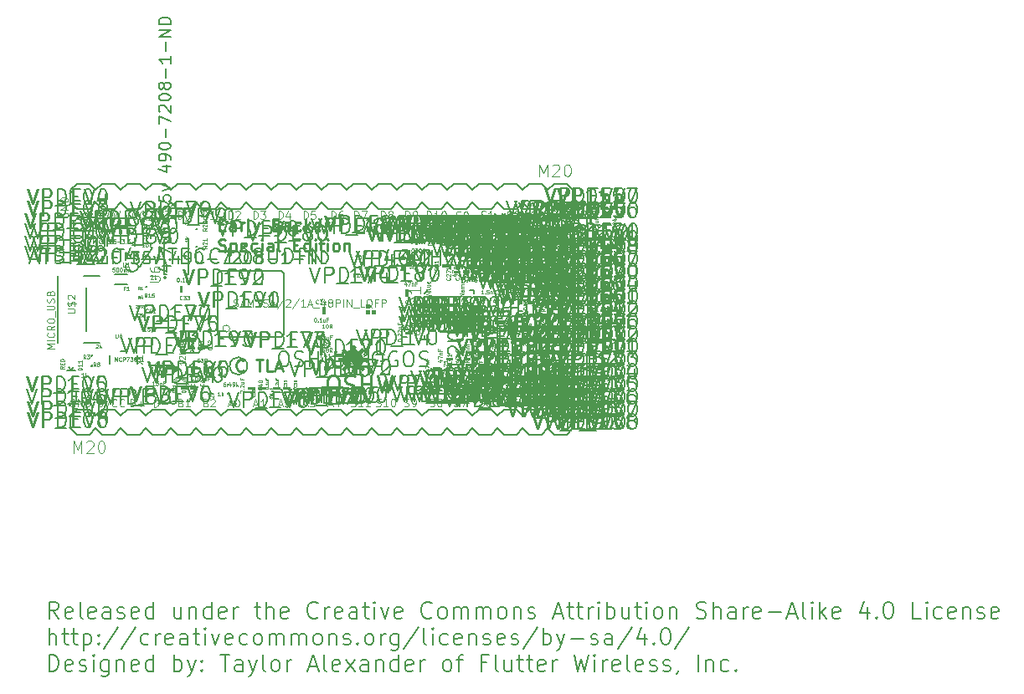
<source format=gto>
G04 #@! TF.FileFunction,Legend,Top*
%FSLAX46Y46*%
G04 Gerber Fmt 4.6, Leading zero omitted, Abs format (unit mm)*
G04 Created by KiCad (PCBNEW 4.0.7+dfsg1-1) date Sun Jan 28 21:58:49 2018*
%MOMM*%
%LPD*%
G01*
G04 APERTURE LIST*
%ADD10C,0.100000*%
%ADD11C,0.266700*%
%ADD12C,0.121920*%
%ADD13C,0.254000*%
%ADD14C,0.127000*%
%ADD15C,0.142240*%
%ADD16C,0.609600*%
%ADD17C,0.203200*%
%ADD18C,0.150000*%
%ADD19C,0.032512*%
%ADD20C,0.034544*%
%ADD21C,0.173736*%
%ADD22C,0.077216*%
%ADD23C,0.022800*%
%ADD24C,0.030886*%
%ADD25C,0.048768*%
%ADD26C,0.101600*%
%ADD27C,0.081280*%
%ADD28C,0.060960*%
G04 APERTURE END LIST*
D10*
D11*
X156959300Y-97053400D02*
X156396267Y-97053400D01*
X156396267Y-97938167D02*
X156396267Y-96249067D01*
X157200600Y-96249067D01*
X158085367Y-97938167D02*
X157924500Y-97857733D01*
X157844067Y-97696867D01*
X157844067Y-96249067D01*
X159452734Y-96812100D02*
X159452734Y-97938167D01*
X158728834Y-96812100D02*
X158728834Y-97696867D01*
X158809267Y-97857733D01*
X158970134Y-97938167D01*
X159211434Y-97938167D01*
X159372300Y-97857733D01*
X159452734Y-97777300D01*
X160015767Y-96812100D02*
X160659233Y-96812100D01*
X160257067Y-96249067D02*
X160257067Y-97696867D01*
X160337500Y-97857733D01*
X160498367Y-97938167D01*
X160659233Y-97938167D01*
X160980967Y-96812100D02*
X161624433Y-96812100D01*
X161222267Y-96249067D02*
X161222267Y-97696867D01*
X161302700Y-97857733D01*
X161463567Y-97938167D01*
X161624433Y-97938167D01*
X162830933Y-97857733D02*
X162670067Y-97938167D01*
X162348333Y-97938167D01*
X162187467Y-97857733D01*
X162107033Y-97696867D01*
X162107033Y-97053400D01*
X162187467Y-96892533D01*
X162348333Y-96812100D01*
X162670067Y-96812100D01*
X162830933Y-96892533D01*
X162911367Y-97053400D01*
X162911367Y-97214267D01*
X162107033Y-97375133D01*
X163635267Y-97938167D02*
X163635267Y-96812100D01*
X163635267Y-97133833D02*
X163715700Y-96972967D01*
X163796133Y-96892533D01*
X163957000Y-96812100D01*
X164117867Y-96812100D01*
X156235400Y-98281067D02*
X156637567Y-99970167D01*
X156959300Y-98763667D01*
X157281033Y-99970167D01*
X157683200Y-98281067D01*
X158326667Y-99970167D02*
X158326667Y-98844100D01*
X158326667Y-98281067D02*
X158246233Y-98361500D01*
X158326667Y-98441933D01*
X158407100Y-98361500D01*
X158326667Y-98281067D01*
X158326667Y-98441933D01*
X159131000Y-99970167D02*
X159131000Y-98844100D01*
X159131000Y-99165833D02*
X159211433Y-99004967D01*
X159291866Y-98924533D01*
X159452733Y-98844100D01*
X159613600Y-98844100D01*
X160820099Y-99889733D02*
X160659233Y-99970167D01*
X160337499Y-99970167D01*
X160176633Y-99889733D01*
X160096199Y-99728867D01*
X160096199Y-99085400D01*
X160176633Y-98924533D01*
X160337499Y-98844100D01*
X160659233Y-98844100D01*
X160820099Y-98924533D01*
X160900533Y-99085400D01*
X160900533Y-99246267D01*
X160096199Y-99407133D01*
X161865733Y-99970167D02*
X161704866Y-99889733D01*
X161624433Y-99728867D01*
X161624433Y-98281067D01*
X163152666Y-99889733D02*
X162991800Y-99970167D01*
X162670066Y-99970167D01*
X162509200Y-99889733D01*
X162428766Y-99728867D01*
X162428766Y-99085400D01*
X162509200Y-98924533D01*
X162670066Y-98844100D01*
X162991800Y-98844100D01*
X163152666Y-98924533D01*
X163233100Y-99085400D01*
X163233100Y-99246267D01*
X162428766Y-99407133D01*
X163876566Y-99889733D02*
X164037433Y-99970167D01*
X164359166Y-99970167D01*
X164520033Y-99889733D01*
X164600466Y-99728867D01*
X164600466Y-99648433D01*
X164520033Y-99487567D01*
X164359166Y-99407133D01*
X164117866Y-99407133D01*
X163957000Y-99326700D01*
X163876566Y-99165833D01*
X163876566Y-99085400D01*
X163957000Y-98924533D01*
X164117866Y-98844100D01*
X164359166Y-98844100D01*
X164520033Y-98924533D01*
X165243933Y-99889733D02*
X165404800Y-99970167D01*
X165726533Y-99970167D01*
X165887400Y-99889733D01*
X165967833Y-99728867D01*
X165967833Y-99648433D01*
X165887400Y-99487567D01*
X165726533Y-99407133D01*
X165485233Y-99407133D01*
X165324367Y-99326700D01*
X165243933Y-99165833D01*
X165243933Y-99085400D01*
X165324367Y-98924533D01*
X165485233Y-98844100D01*
X165726533Y-98844100D01*
X165887400Y-98924533D01*
X141986000Y-111743067D02*
X142307733Y-111743067D01*
X142468600Y-111823500D01*
X142629467Y-111984367D01*
X142709900Y-112306100D01*
X142709900Y-112869133D01*
X142629467Y-113190867D01*
X142468600Y-113351733D01*
X142307733Y-113432167D01*
X141986000Y-113432167D01*
X141825133Y-113351733D01*
X141664267Y-113190867D01*
X141583833Y-112869133D01*
X141583833Y-112306100D01*
X141664267Y-111984367D01*
X141825133Y-111823500D01*
X141986000Y-111743067D01*
X143353366Y-113351733D02*
X143594666Y-113432167D01*
X143996833Y-113432167D01*
X144157700Y-113351733D01*
X144238133Y-113271300D01*
X144318566Y-113110433D01*
X144318566Y-112949567D01*
X144238133Y-112788700D01*
X144157700Y-112708267D01*
X143996833Y-112627833D01*
X143675100Y-112547400D01*
X143514233Y-112466967D01*
X143433800Y-112386533D01*
X143353366Y-112225667D01*
X143353366Y-112064800D01*
X143433800Y-111903933D01*
X143514233Y-111823500D01*
X143675100Y-111743067D01*
X144077266Y-111743067D01*
X144318566Y-111823500D01*
X145042467Y-113432167D02*
X145042467Y-111743067D01*
X145042467Y-112547400D02*
X146007667Y-112547400D01*
X146007667Y-113432167D02*
X146007667Y-111743067D01*
X146651133Y-111743067D02*
X147053300Y-113432167D01*
X147375033Y-112225667D01*
X147696766Y-113432167D01*
X148098933Y-111743067D01*
D12*
X115942412Y-114137440D02*
X115868873Y-114100670D01*
X115758565Y-114100670D01*
X115648256Y-114137440D01*
X115574717Y-114210979D01*
X115537948Y-114284518D01*
X115501178Y-114431596D01*
X115501178Y-114541905D01*
X115537948Y-114688983D01*
X115574717Y-114762522D01*
X115648256Y-114836061D01*
X115758565Y-114872830D01*
X115832104Y-114872830D01*
X115942412Y-114836061D01*
X115979182Y-114799291D01*
X115979182Y-114541905D01*
X115832104Y-114541905D01*
X116310108Y-114872830D02*
X116310108Y-114100670D01*
X116751342Y-114872830D01*
X116751342Y-114100670D01*
X117119038Y-114872830D02*
X117119038Y-114100670D01*
X117302885Y-114100670D01*
X117413194Y-114137440D01*
X117486733Y-114210979D01*
X117523502Y-114284518D01*
X117560272Y-114431596D01*
X117560272Y-114541905D01*
X117523502Y-114688983D01*
X117486733Y-114762522D01*
X117413194Y-114836061D01*
X117302885Y-114872830D01*
X117119038Y-114872830D01*
X118331948Y-114100670D02*
X118331948Y-114725752D01*
X118368717Y-114799291D01*
X118405487Y-114836061D01*
X118479026Y-114872830D01*
X118626104Y-114872830D01*
X118699643Y-114836061D01*
X118736412Y-114799291D01*
X118773182Y-114725752D01*
X118773182Y-114100670D01*
X119030569Y-114100670D02*
X119287956Y-114872830D01*
X119545342Y-114100670D01*
X120243963Y-114799291D02*
X120207193Y-114836061D01*
X120096885Y-114872830D01*
X120023346Y-114872830D01*
X119913037Y-114836061D01*
X119839498Y-114762522D01*
X119802729Y-114688983D01*
X119765959Y-114541905D01*
X119765959Y-114431596D01*
X119802729Y-114284518D01*
X119839498Y-114210979D01*
X119913037Y-114137440D01*
X120023346Y-114100670D01*
X120096885Y-114100670D01*
X120207193Y-114137440D01*
X120243963Y-114174210D01*
X121016123Y-114799291D02*
X120979353Y-114836061D01*
X120869045Y-114872830D01*
X120795506Y-114872830D01*
X120685197Y-114836061D01*
X120611658Y-114762522D01*
X120574889Y-114688983D01*
X120538119Y-114541905D01*
X120538119Y-114431596D01*
X120574889Y-114284518D01*
X120611658Y-114210979D01*
X120685197Y-114137440D01*
X120795506Y-114100670D01*
X120869045Y-114100670D01*
X120979353Y-114137440D01*
X121016123Y-114174210D01*
X121633948Y-114872830D02*
X121633948Y-114100670D01*
X121817795Y-114100670D01*
X121928104Y-114137440D01*
X122001643Y-114210979D01*
X122038412Y-114284518D01*
X122075182Y-114431596D01*
X122075182Y-114541905D01*
X122038412Y-114688983D01*
X122001643Y-114762522D01*
X121928104Y-114836061D01*
X121817795Y-114872830D01*
X121633948Y-114872830D01*
X122406108Y-114578674D02*
X122994420Y-114578674D01*
X122700264Y-114872830D02*
X122700264Y-114284518D01*
X124026323Y-114899424D02*
X124026323Y-114127264D01*
X124210170Y-114127264D01*
X124320479Y-114164034D01*
X124394018Y-114237573D01*
X124430787Y-114311112D01*
X124467557Y-114458190D01*
X124467557Y-114568499D01*
X124430787Y-114715577D01*
X124394018Y-114789116D01*
X124320479Y-114862655D01*
X124210170Y-114899424D01*
X124026323Y-114899424D01*
X124798483Y-114605268D02*
X125386795Y-114605268D01*
X126755865Y-114468366D02*
X126866174Y-114505135D01*
X126902943Y-114541905D01*
X126939713Y-114615444D01*
X126939713Y-114725752D01*
X126902943Y-114799291D01*
X126866174Y-114836061D01*
X126792635Y-114872830D01*
X126498479Y-114872830D01*
X126498479Y-114100670D01*
X126755865Y-114100670D01*
X126829404Y-114137440D01*
X126866174Y-114174210D01*
X126902943Y-114247749D01*
X126902943Y-114321288D01*
X126866174Y-114394827D01*
X126829404Y-114431596D01*
X126755865Y-114468366D01*
X126498479Y-114468366D01*
X127675103Y-114872830D02*
X127233869Y-114872830D01*
X127454486Y-114872830D02*
X127454486Y-114100670D01*
X127380947Y-114210979D01*
X127307408Y-114284518D01*
X127233869Y-114321288D01*
X129269272Y-114468366D02*
X129379581Y-114505135D01*
X129416350Y-114541905D01*
X129453120Y-114615444D01*
X129453120Y-114725752D01*
X129416350Y-114799291D01*
X129379581Y-114836061D01*
X129306042Y-114872830D01*
X129011886Y-114872830D01*
X129011886Y-114100670D01*
X129269272Y-114100670D01*
X129342811Y-114137440D01*
X129379581Y-114174210D01*
X129416350Y-114247749D01*
X129416350Y-114321288D01*
X129379581Y-114394827D01*
X129342811Y-114431596D01*
X129269272Y-114468366D01*
X129011886Y-114468366D01*
X129747276Y-114174210D02*
X129784046Y-114137440D01*
X129857585Y-114100670D01*
X130041432Y-114100670D01*
X130114971Y-114137440D01*
X130151741Y-114174210D01*
X130188510Y-114247749D01*
X130188510Y-114321288D01*
X130151741Y-114431596D01*
X129710507Y-114872830D01*
X130188510Y-114872830D01*
X131541709Y-114652213D02*
X131909404Y-114652213D01*
X131468170Y-114872830D02*
X131725557Y-114100670D01*
X131982943Y-114872830D01*
X132387408Y-114100670D02*
X132460947Y-114100670D01*
X132534486Y-114137440D01*
X132571255Y-114174210D01*
X132608025Y-114247749D01*
X132644794Y-114394827D01*
X132644794Y-114578674D01*
X132608025Y-114725752D01*
X132571255Y-114799291D01*
X132534486Y-114836061D01*
X132460947Y-114872830D01*
X132387408Y-114872830D01*
X132313869Y-114836061D01*
X132277099Y-114799291D01*
X132240330Y-114725752D01*
X132203560Y-114578674D01*
X132203560Y-114394827D01*
X132240330Y-114247749D01*
X132277099Y-114174210D01*
X132313869Y-114137440D01*
X132387408Y-114100670D01*
X134134897Y-114652213D02*
X134502592Y-114652213D01*
X134061358Y-114872830D02*
X134318745Y-114100670D01*
X134576131Y-114872830D01*
X135237982Y-114872830D02*
X134796748Y-114872830D01*
X135017365Y-114872830D02*
X135017365Y-114100670D01*
X134943826Y-114210979D01*
X134870287Y-114284518D01*
X134796748Y-114321288D01*
X136648303Y-114625619D02*
X137015998Y-114625619D01*
X136574764Y-114846236D02*
X136832151Y-114074076D01*
X137089537Y-114846236D01*
X137310154Y-114147616D02*
X137346924Y-114110846D01*
X137420463Y-114074076D01*
X137604310Y-114074076D01*
X137677849Y-114110846D01*
X137714619Y-114147616D01*
X137751388Y-114221155D01*
X137751388Y-114294694D01*
X137714619Y-114405002D01*
X137273385Y-114846236D01*
X137751388Y-114846236D01*
X114581940Y-95271288D02*
X114545170Y-95344827D01*
X114545170Y-95455135D01*
X114581940Y-95565444D01*
X114655479Y-95638983D01*
X114729018Y-95675752D01*
X114876096Y-95712522D01*
X114986405Y-95712522D01*
X115133483Y-95675752D01*
X115207022Y-95638983D01*
X115280561Y-95565444D01*
X115317330Y-95455135D01*
X115317330Y-95381596D01*
X115280561Y-95271288D01*
X115243791Y-95234518D01*
X114986405Y-95234518D01*
X114986405Y-95381596D01*
X115317330Y-94903592D02*
X114545170Y-94903592D01*
X115317330Y-94462358D01*
X114545170Y-94462358D01*
X115317330Y-94094662D02*
X114545170Y-94094662D01*
X114545170Y-93910815D01*
X114581940Y-93800506D01*
X114655479Y-93726967D01*
X114729018Y-93690198D01*
X114876096Y-93653428D01*
X114986405Y-93653428D01*
X115133483Y-93690198D01*
X115207022Y-93726967D01*
X115280561Y-93800506D01*
X115317330Y-93910815D01*
X115317330Y-94094662D01*
X118996702Y-95832990D02*
X118739315Y-95465295D01*
X118555468Y-95832990D02*
X118555468Y-95060830D01*
X118849624Y-95060830D01*
X118923163Y-95097600D01*
X118959932Y-95134370D01*
X118996702Y-95207909D01*
X118996702Y-95318217D01*
X118959932Y-95391756D01*
X118923163Y-95428526D01*
X118849624Y-95465295D01*
X118555468Y-95465295D01*
X119290858Y-95612373D02*
X119658553Y-95612373D01*
X119217319Y-95832990D02*
X119474706Y-95060830D01*
X119732092Y-95832990D01*
X119915940Y-95060830D02*
X120099787Y-95832990D01*
X120246865Y-95281448D01*
X120393943Y-95832990D01*
X120577791Y-95060830D01*
X121095468Y-95060830D02*
X121352855Y-95832990D01*
X121610241Y-95060830D01*
X122308862Y-95759451D02*
X122272092Y-95796221D01*
X122161784Y-95832990D01*
X122088245Y-95832990D01*
X121977936Y-95796221D01*
X121904397Y-95722682D01*
X121867628Y-95649143D01*
X121830858Y-95502065D01*
X121830858Y-95391756D01*
X121867628Y-95244678D01*
X121904397Y-95171139D01*
X121977936Y-95097600D01*
X122088245Y-95060830D01*
X122161784Y-95060830D01*
X122272092Y-95097600D01*
X122308862Y-95134370D01*
X123081022Y-95759451D02*
X123044252Y-95796221D01*
X122933944Y-95832990D01*
X122860405Y-95832990D01*
X122750096Y-95796221D01*
X122676557Y-95722682D01*
X122639788Y-95649143D01*
X122603018Y-95502065D01*
X122603018Y-95391756D01*
X122639788Y-95244678D01*
X122676557Y-95171139D01*
X122750096Y-95097600D01*
X122860405Y-95060830D01*
X122933944Y-95060830D01*
X123044252Y-95097600D01*
X123081022Y-95134370D01*
X124214820Y-95832990D02*
X123957433Y-95465295D01*
X123773586Y-95832990D02*
X123773586Y-95060830D01*
X124067742Y-95060830D01*
X124141281Y-95097600D01*
X124178050Y-95134370D01*
X124214820Y-95207909D01*
X124214820Y-95318217D01*
X124178050Y-95391756D01*
X124141281Y-95428526D01*
X124067742Y-95465295D01*
X123773586Y-95465295D01*
X124508976Y-95796221D02*
X124619285Y-95832990D01*
X124803132Y-95832990D01*
X124876671Y-95796221D01*
X124913441Y-95759451D01*
X124950210Y-95685912D01*
X124950210Y-95612373D01*
X124913441Y-95538834D01*
X124876671Y-95502065D01*
X124803132Y-95465295D01*
X124656054Y-95428526D01*
X124582515Y-95391756D01*
X124545746Y-95354987D01*
X124508976Y-95281448D01*
X124508976Y-95207909D01*
X124545746Y-95134370D01*
X124582515Y-95097600D01*
X124656054Y-95060830D01*
X124839902Y-95060830D01*
X124950210Y-95097600D01*
X125170827Y-95060830D02*
X125612061Y-95060830D01*
X125391444Y-95832990D02*
X125391444Y-95060830D01*
X126476398Y-95832990D02*
X126476398Y-95060830D01*
X126660245Y-95060830D01*
X126770554Y-95097600D01*
X126844093Y-95171139D01*
X126880862Y-95244678D01*
X126917632Y-95391756D01*
X126917632Y-95502065D01*
X126880862Y-95649143D01*
X126844093Y-95722682D01*
X126770554Y-95796221D01*
X126660245Y-95832990D01*
X126476398Y-95832990D01*
X127395636Y-95060830D02*
X127469175Y-95060830D01*
X127542714Y-95097600D01*
X127579483Y-95134370D01*
X127616253Y-95207909D01*
X127653022Y-95354987D01*
X127653022Y-95538834D01*
X127616253Y-95685912D01*
X127579483Y-95759451D01*
X127542714Y-95796221D01*
X127469175Y-95832990D01*
X127395636Y-95832990D01*
X127322097Y-95796221D01*
X127285327Y-95759451D01*
X127248558Y-95685912D01*
X127211788Y-95538834D01*
X127211788Y-95354987D01*
X127248558Y-95207909D01*
X127285327Y-95134370D01*
X127322097Y-95097600D01*
X127395636Y-95060830D01*
X129016398Y-95832990D02*
X129016398Y-95060830D01*
X129200245Y-95060830D01*
X129310554Y-95097600D01*
X129384093Y-95171139D01*
X129420862Y-95244678D01*
X129457632Y-95391756D01*
X129457632Y-95502065D01*
X129420862Y-95649143D01*
X129384093Y-95722682D01*
X129310554Y-95796221D01*
X129200245Y-95832990D01*
X129016398Y-95832990D01*
X130193022Y-95832990D02*
X129751788Y-95832990D01*
X129972405Y-95832990D02*
X129972405Y-95060830D01*
X129898866Y-95171139D01*
X129825327Y-95244678D01*
X129751788Y-95281448D01*
X131556398Y-95832990D02*
X131556398Y-95060830D01*
X131740245Y-95060830D01*
X131850554Y-95097600D01*
X131924093Y-95171139D01*
X131960862Y-95244678D01*
X131997632Y-95391756D01*
X131997632Y-95502065D01*
X131960862Y-95649143D01*
X131924093Y-95722682D01*
X131850554Y-95796221D01*
X131740245Y-95832990D01*
X131556398Y-95832990D01*
X132291788Y-95134370D02*
X132328558Y-95097600D01*
X132402097Y-95060830D01*
X132585944Y-95060830D01*
X132659483Y-95097600D01*
X132696253Y-95134370D01*
X132733022Y-95207909D01*
X132733022Y-95281448D01*
X132696253Y-95391756D01*
X132255019Y-95832990D01*
X132733022Y-95832990D01*
X134096398Y-95832990D02*
X134096398Y-95060830D01*
X134280245Y-95060830D01*
X134390554Y-95097600D01*
X134464093Y-95171139D01*
X134500862Y-95244678D01*
X134537632Y-95391756D01*
X134537632Y-95502065D01*
X134500862Y-95649143D01*
X134464093Y-95722682D01*
X134390554Y-95796221D01*
X134280245Y-95832990D01*
X134096398Y-95832990D01*
X134795019Y-95060830D02*
X135273022Y-95060830D01*
X135015636Y-95354987D01*
X135125944Y-95354987D01*
X135199483Y-95391756D01*
X135236253Y-95428526D01*
X135273022Y-95502065D01*
X135273022Y-95685912D01*
X135236253Y-95759451D01*
X135199483Y-95796221D01*
X135125944Y-95832990D01*
X134905327Y-95832990D01*
X134831788Y-95796221D01*
X134795019Y-95759451D01*
X136636398Y-95832990D02*
X136636398Y-95060830D01*
X136820245Y-95060830D01*
X136930554Y-95097600D01*
X137004093Y-95171139D01*
X137040862Y-95244678D01*
X137077632Y-95391756D01*
X137077632Y-95502065D01*
X137040862Y-95649143D01*
X137004093Y-95722682D01*
X136930554Y-95796221D01*
X136820245Y-95832990D01*
X136636398Y-95832990D01*
X137739483Y-95318217D02*
X137739483Y-95832990D01*
X137555636Y-95024061D02*
X137371788Y-95575604D01*
X137849792Y-95575604D01*
X139176398Y-95832990D02*
X139176398Y-95060830D01*
X139360245Y-95060830D01*
X139470554Y-95097600D01*
X139544093Y-95171139D01*
X139580862Y-95244678D01*
X139617632Y-95391756D01*
X139617632Y-95502065D01*
X139580862Y-95649143D01*
X139544093Y-95722682D01*
X139470554Y-95796221D01*
X139360245Y-95832990D01*
X139176398Y-95832990D01*
X140316253Y-95060830D02*
X139948558Y-95060830D01*
X139911788Y-95428526D01*
X139948558Y-95391756D01*
X140022097Y-95354987D01*
X140205944Y-95354987D01*
X140279483Y-95391756D01*
X140316253Y-95428526D01*
X140353022Y-95502065D01*
X140353022Y-95685912D01*
X140316253Y-95759451D01*
X140279483Y-95796221D01*
X140205944Y-95832990D01*
X140022097Y-95832990D01*
X139948558Y-95796221D01*
X139911788Y-95759451D01*
X141970398Y-95832990D02*
X141970398Y-95060830D01*
X142154245Y-95060830D01*
X142264554Y-95097600D01*
X142338093Y-95171139D01*
X142374862Y-95244678D01*
X142411632Y-95391756D01*
X142411632Y-95502065D01*
X142374862Y-95649143D01*
X142338093Y-95722682D01*
X142264554Y-95796221D01*
X142154245Y-95832990D01*
X141970398Y-95832990D01*
X143073483Y-95060830D02*
X142926405Y-95060830D01*
X142852866Y-95097600D01*
X142816097Y-95134370D01*
X142742558Y-95244678D01*
X142705788Y-95391756D01*
X142705788Y-95685912D01*
X142742558Y-95759451D01*
X142779327Y-95796221D01*
X142852866Y-95832990D01*
X142999944Y-95832990D01*
X143073483Y-95796221D01*
X143110253Y-95759451D01*
X143147022Y-95685912D01*
X143147022Y-95502065D01*
X143110253Y-95428526D01*
X143073483Y-95391756D01*
X142999944Y-95354987D01*
X142852866Y-95354987D01*
X142779327Y-95391756D01*
X142742558Y-95428526D01*
X142705788Y-95502065D01*
X144309586Y-95832990D02*
X144309586Y-95060830D01*
X144493433Y-95060830D01*
X144603742Y-95097600D01*
X144677281Y-95171139D01*
X144714050Y-95244678D01*
X144750820Y-95391756D01*
X144750820Y-95502065D01*
X144714050Y-95649143D01*
X144677281Y-95722682D01*
X144603742Y-95796221D01*
X144493433Y-95832990D01*
X144309586Y-95832990D01*
X145008207Y-95060830D02*
X145522980Y-95060830D01*
X145192054Y-95832990D01*
X147009148Y-95832990D02*
X147009148Y-95060830D01*
X147192995Y-95060830D01*
X147303304Y-95097600D01*
X147376843Y-95171139D01*
X147413612Y-95244678D01*
X147450382Y-95391756D01*
X147450382Y-95502065D01*
X147413612Y-95649143D01*
X147376843Y-95722682D01*
X147303304Y-95796221D01*
X147192995Y-95832990D01*
X147009148Y-95832990D01*
X147891616Y-95391756D02*
X147818077Y-95354987D01*
X147781308Y-95318217D01*
X147744538Y-95244678D01*
X147744538Y-95207909D01*
X147781308Y-95134370D01*
X147818077Y-95097600D01*
X147891616Y-95060830D01*
X148038694Y-95060830D01*
X148112233Y-95097600D01*
X148149003Y-95134370D01*
X148185772Y-95207909D01*
X148185772Y-95244678D01*
X148149003Y-95318217D01*
X148112233Y-95354987D01*
X148038694Y-95391756D01*
X147891616Y-95391756D01*
X147818077Y-95428526D01*
X147781308Y-95465295D01*
X147744538Y-95538834D01*
X147744538Y-95685912D01*
X147781308Y-95759451D01*
X147818077Y-95796221D01*
X147891616Y-95832990D01*
X148038694Y-95832990D01*
X148112233Y-95796221D01*
X148149003Y-95759451D01*
X148185772Y-95685912D01*
X148185772Y-95538834D01*
X148149003Y-95465295D01*
X148112233Y-95428526D01*
X148038694Y-95391756D01*
X149472086Y-95832990D02*
X149472086Y-95060830D01*
X149655933Y-95060830D01*
X149766242Y-95097600D01*
X149839781Y-95171139D01*
X149876550Y-95244678D01*
X149913320Y-95391756D01*
X149913320Y-95502065D01*
X149876550Y-95649143D01*
X149839781Y-95722682D01*
X149766242Y-95796221D01*
X149655933Y-95832990D01*
X149472086Y-95832990D01*
X150281015Y-95832990D02*
X150428093Y-95832990D01*
X150501632Y-95796221D01*
X150538402Y-95759451D01*
X150611941Y-95649143D01*
X150648710Y-95502065D01*
X150648710Y-95207909D01*
X150611941Y-95134370D01*
X150575171Y-95097600D01*
X150501632Y-95060830D01*
X150354554Y-95060830D01*
X150281015Y-95097600D01*
X150244246Y-95134370D01*
X150207476Y-95207909D01*
X150207476Y-95391756D01*
X150244246Y-95465295D01*
X150281015Y-95502065D01*
X150354554Y-95538834D01*
X150501632Y-95538834D01*
X150575171Y-95502065D01*
X150611941Y-95465295D01*
X150648710Y-95391756D01*
X151649008Y-95832990D02*
X151649008Y-95060830D01*
X151832855Y-95060830D01*
X151943164Y-95097600D01*
X152016703Y-95171139D01*
X152053472Y-95244678D01*
X152090242Y-95391756D01*
X152090242Y-95502065D01*
X152053472Y-95649143D01*
X152016703Y-95722682D01*
X151943164Y-95796221D01*
X151832855Y-95832990D01*
X151649008Y-95832990D01*
X152825632Y-95832990D02*
X152384398Y-95832990D01*
X152605015Y-95832990D02*
X152605015Y-95060830D01*
X152531476Y-95171139D01*
X152457937Y-95244678D01*
X152384398Y-95281448D01*
X153303636Y-95060830D02*
X153377175Y-95060830D01*
X153450714Y-95097600D01*
X153487483Y-95134370D01*
X153524253Y-95207909D01*
X153561022Y-95354987D01*
X153561022Y-95538834D01*
X153524253Y-95685912D01*
X153487483Y-95759451D01*
X153450714Y-95796221D01*
X153377175Y-95832990D01*
X153303636Y-95832990D01*
X153230097Y-95796221D01*
X153193327Y-95759451D01*
X153156558Y-95685912D01*
X153119788Y-95538834D01*
X153119788Y-95354987D01*
X153156558Y-95207909D01*
X153193327Y-95134370D01*
X153230097Y-95097600D01*
X153303636Y-95060830D01*
X154604814Y-95813974D02*
X154715123Y-95850743D01*
X154898970Y-95850743D01*
X154972509Y-95813974D01*
X155009279Y-95777204D01*
X155046048Y-95703665D01*
X155046048Y-95630126D01*
X155009279Y-95556587D01*
X154972509Y-95519818D01*
X154898970Y-95483048D01*
X154751892Y-95446279D01*
X154678353Y-95409509D01*
X154641584Y-95372740D01*
X154604814Y-95299201D01*
X154604814Y-95225662D01*
X154641584Y-95152123D01*
X154678353Y-95115353D01*
X154751892Y-95078583D01*
X154935740Y-95078583D01*
X155046048Y-95115353D01*
X155524052Y-95078583D02*
X155597591Y-95078583D01*
X155671130Y-95115353D01*
X155707899Y-95152123D01*
X155744669Y-95225662D01*
X155781438Y-95372740D01*
X155781438Y-95556587D01*
X155744669Y-95703665D01*
X155707899Y-95777204D01*
X155671130Y-95813974D01*
X155597591Y-95850743D01*
X155524052Y-95850743D01*
X155450513Y-95813974D01*
X155413743Y-95777204D01*
X155376974Y-95703665D01*
X155340204Y-95556587D01*
X155340204Y-95372740D01*
X155376974Y-95225662D01*
X155413743Y-95152123D01*
X155450513Y-95115353D01*
X155524052Y-95078583D01*
X157118679Y-95796221D02*
X157228988Y-95832990D01*
X157412835Y-95832990D01*
X157486374Y-95796221D01*
X157523144Y-95759451D01*
X157559913Y-95685912D01*
X157559913Y-95612373D01*
X157523144Y-95538834D01*
X157486374Y-95502065D01*
X157412835Y-95465295D01*
X157265757Y-95428526D01*
X157192218Y-95391756D01*
X157155449Y-95354987D01*
X157118679Y-95281448D01*
X157118679Y-95207909D01*
X157155449Y-95134370D01*
X157192218Y-95097600D01*
X157265757Y-95060830D01*
X157449605Y-95060830D01*
X157559913Y-95097600D01*
X158295303Y-95832990D02*
X157854069Y-95832990D01*
X158074686Y-95832990D02*
X158074686Y-95060830D01*
X158001147Y-95171139D01*
X157927608Y-95244678D01*
X157854069Y-95281448D01*
X159765054Y-95796221D02*
X159875363Y-95832990D01*
X160059210Y-95832990D01*
X160132749Y-95796221D01*
X160169519Y-95759451D01*
X160206288Y-95685912D01*
X160206288Y-95612373D01*
X160169519Y-95538834D01*
X160132749Y-95502065D01*
X160059210Y-95465295D01*
X159912132Y-95428526D01*
X159838593Y-95391756D01*
X159801824Y-95354987D01*
X159765054Y-95281448D01*
X159765054Y-95207909D01*
X159801824Y-95134370D01*
X159838593Y-95097600D01*
X159912132Y-95060830D01*
X160095980Y-95060830D01*
X160206288Y-95097600D01*
X160500444Y-95134370D02*
X160537214Y-95097600D01*
X160610753Y-95060830D01*
X160794600Y-95060830D01*
X160868139Y-95097600D01*
X160904909Y-95134370D01*
X160941678Y-95207909D01*
X160941678Y-95281448D01*
X160904909Y-95391756D01*
X160463675Y-95832990D01*
X160941678Y-95832990D01*
X162172086Y-95822815D02*
X162282395Y-95859584D01*
X162466242Y-95859584D01*
X162539781Y-95822815D01*
X162576551Y-95786045D01*
X162613320Y-95712506D01*
X162613320Y-95638967D01*
X162576551Y-95565428D01*
X162539781Y-95528659D01*
X162466242Y-95491889D01*
X162319164Y-95455120D01*
X162245625Y-95418350D01*
X162208856Y-95381581D01*
X162172086Y-95308042D01*
X162172086Y-95234503D01*
X162208856Y-95160964D01*
X162245625Y-95124194D01*
X162319164Y-95087424D01*
X162503012Y-95087424D01*
X162613320Y-95124194D01*
X162870707Y-95087424D02*
X163348710Y-95087424D01*
X163091324Y-95381581D01*
X163201632Y-95381581D01*
X163275171Y-95418350D01*
X163311941Y-95455120D01*
X163348710Y-95528659D01*
X163348710Y-95712506D01*
X163311941Y-95786045D01*
X163275171Y-95822815D01*
X163201632Y-95859584D01*
X162981015Y-95859584D01*
X162907476Y-95822815D01*
X162870707Y-95786045D01*
X164643162Y-95097600D02*
X164569623Y-95060830D01*
X164459315Y-95060830D01*
X164349006Y-95097600D01*
X164275467Y-95171139D01*
X164238698Y-95244678D01*
X164201928Y-95391756D01*
X164201928Y-95502065D01*
X164238698Y-95649143D01*
X164275467Y-95722682D01*
X164349006Y-95796221D01*
X164459315Y-95832990D01*
X164532854Y-95832990D01*
X164643162Y-95796221D01*
X164679932Y-95759451D01*
X164679932Y-95502065D01*
X164532854Y-95502065D01*
X165010858Y-95832990D02*
X165010858Y-95060830D01*
X165452092Y-95832990D01*
X165452092Y-95060830D01*
X165819788Y-95832990D02*
X165819788Y-95060830D01*
X166003635Y-95060830D01*
X166113944Y-95097600D01*
X166187483Y-95171139D01*
X166224252Y-95244678D01*
X166261022Y-95391756D01*
X166261022Y-95502065D01*
X166224252Y-95649143D01*
X166187483Y-95722682D01*
X166113944Y-95796221D01*
X166003635Y-95832990D01*
X165819788Y-95832990D01*
X164710412Y-114137440D02*
X164636873Y-114100670D01*
X164526565Y-114100670D01*
X164416256Y-114137440D01*
X164342717Y-114210979D01*
X164305948Y-114284518D01*
X164269178Y-114431596D01*
X164269178Y-114541905D01*
X164305948Y-114688983D01*
X164342717Y-114762522D01*
X164416256Y-114836061D01*
X164526565Y-114872830D01*
X164600104Y-114872830D01*
X164710412Y-114836061D01*
X164747182Y-114799291D01*
X164747182Y-114541905D01*
X164600104Y-114541905D01*
X165078108Y-114872830D02*
X165078108Y-114100670D01*
X165519342Y-114872830D01*
X165519342Y-114100670D01*
X165887038Y-114872830D02*
X165887038Y-114100670D01*
X166070885Y-114100670D01*
X166181194Y-114137440D01*
X166254733Y-114210979D01*
X166291502Y-114284518D01*
X166328272Y-114431596D01*
X166328272Y-114541905D01*
X166291502Y-114688983D01*
X166254733Y-114762522D01*
X166181194Y-114836061D01*
X166070885Y-114872830D01*
X165887038Y-114872830D01*
X139135116Y-114652213D02*
X139502811Y-114652213D01*
X139061577Y-114872830D02*
X139318964Y-114100670D01*
X139576350Y-114872830D01*
X139760198Y-114100670D02*
X140238201Y-114100670D01*
X139980815Y-114394827D01*
X140091123Y-114394827D01*
X140164662Y-114431596D01*
X140201432Y-114468366D01*
X140238201Y-114541905D01*
X140238201Y-114725752D01*
X140201432Y-114799291D01*
X140164662Y-114836061D01*
X140091123Y-114872830D01*
X139870506Y-114872830D01*
X139796967Y-114836061D01*
X139760198Y-114799291D01*
X161995116Y-114782873D02*
X162105425Y-114819642D01*
X162289272Y-114819642D01*
X162362811Y-114782873D01*
X162399581Y-114746103D01*
X162436350Y-114672564D01*
X162436350Y-114599025D01*
X162399581Y-114525486D01*
X162362811Y-114488717D01*
X162289272Y-114451947D01*
X162142194Y-114415178D01*
X162068655Y-114378408D01*
X162031886Y-114341639D01*
X161995116Y-114268100D01*
X161995116Y-114194561D01*
X162031886Y-114121022D01*
X162068655Y-114084252D01*
X162142194Y-114047482D01*
X162326042Y-114047482D01*
X162436350Y-114084252D01*
X163098201Y-114304869D02*
X163098201Y-114819642D01*
X162914354Y-114010713D02*
X162730506Y-114562256D01*
X163208510Y-114562256D01*
X159534897Y-114809467D02*
X159645206Y-114846236D01*
X159829053Y-114846236D01*
X159902592Y-114809467D01*
X159939362Y-114772697D01*
X159976131Y-114699158D01*
X159976131Y-114625619D01*
X159939362Y-114552080D01*
X159902592Y-114515311D01*
X159829053Y-114478541D01*
X159681975Y-114441772D01*
X159608436Y-114405002D01*
X159571667Y-114368233D01*
X159534897Y-114294694D01*
X159534897Y-114221155D01*
X159571667Y-114147616D01*
X159608436Y-114110846D01*
X159681975Y-114074076D01*
X159865823Y-114074076D01*
X159976131Y-114110846D01*
X160674752Y-114074076D02*
X160307057Y-114074076D01*
X160270287Y-114441772D01*
X160307057Y-114405002D01*
X160380596Y-114368233D01*
X160564443Y-114368233D01*
X160637982Y-114405002D01*
X160674752Y-114441772D01*
X160711521Y-114515311D01*
X160711521Y-114699158D01*
X160674752Y-114772697D01*
X160637982Y-114809467D01*
X160564443Y-114846236D01*
X160380596Y-114846236D01*
X160307057Y-114809467D01*
X160270287Y-114772697D01*
X156915116Y-114782873D02*
X157025425Y-114819642D01*
X157209272Y-114819642D01*
X157282811Y-114782873D01*
X157319581Y-114746103D01*
X157356350Y-114672564D01*
X157356350Y-114599025D01*
X157319581Y-114525486D01*
X157282811Y-114488717D01*
X157209272Y-114451947D01*
X157062194Y-114415178D01*
X156988655Y-114378408D01*
X156951886Y-114341639D01*
X156915116Y-114268100D01*
X156915116Y-114194561D01*
X156951886Y-114121022D01*
X156988655Y-114084252D01*
X157062194Y-114047482D01*
X157246042Y-114047482D01*
X157356350Y-114084252D01*
X158018201Y-114047482D02*
X157871123Y-114047482D01*
X157797584Y-114084252D01*
X157760815Y-114121022D01*
X157687276Y-114231330D01*
X157650506Y-114378408D01*
X157650506Y-114672564D01*
X157687276Y-114746103D01*
X157724045Y-114782873D01*
X157797584Y-114819642D01*
X157944662Y-114819642D01*
X158018201Y-114782873D01*
X158054971Y-114746103D01*
X158091740Y-114672564D01*
X158091740Y-114488717D01*
X158054971Y-114415178D01*
X158018201Y-114378408D01*
X157944662Y-114341639D01*
X157797584Y-114341639D01*
X157724045Y-114378408D01*
X157687276Y-114415178D01*
X157650506Y-114488717D01*
X154375116Y-114782873D02*
X154485425Y-114819642D01*
X154669272Y-114819642D01*
X154742811Y-114782873D01*
X154779581Y-114746103D01*
X154816350Y-114672564D01*
X154816350Y-114599025D01*
X154779581Y-114525486D01*
X154742811Y-114488717D01*
X154669272Y-114451947D01*
X154522194Y-114415178D01*
X154448655Y-114378408D01*
X154411886Y-114341639D01*
X154375116Y-114268100D01*
X154375116Y-114194561D01*
X154411886Y-114121022D01*
X154448655Y-114084252D01*
X154522194Y-114047482D01*
X154706042Y-114047482D01*
X154816350Y-114084252D01*
X155073737Y-114047482D02*
X155588510Y-114047482D01*
X155257584Y-114819642D01*
X151941491Y-114809467D02*
X152051800Y-114846236D01*
X152235647Y-114846236D01*
X152309186Y-114809467D01*
X152345956Y-114772697D01*
X152382725Y-114699158D01*
X152382725Y-114625619D01*
X152345956Y-114552080D01*
X152309186Y-114515311D01*
X152235647Y-114478541D01*
X152088569Y-114441772D01*
X152015030Y-114405002D01*
X151978261Y-114368233D01*
X151941491Y-114294694D01*
X151941491Y-114221155D01*
X151978261Y-114147616D01*
X152015030Y-114110846D01*
X152088569Y-114074076D01*
X152272417Y-114074076D01*
X152382725Y-114110846D01*
X152823959Y-114405002D02*
X152750420Y-114368233D01*
X152713651Y-114331463D01*
X152676881Y-114257924D01*
X152676881Y-114221155D01*
X152713651Y-114147616D01*
X152750420Y-114110846D01*
X152823959Y-114074076D01*
X152971037Y-114074076D01*
X153044576Y-114110846D01*
X153081346Y-114147616D01*
X153118115Y-114221155D01*
X153118115Y-114257924D01*
X153081346Y-114331463D01*
X153044576Y-114368233D01*
X152971037Y-114405002D01*
X152823959Y-114405002D01*
X152750420Y-114441772D01*
X152713651Y-114478541D01*
X152676881Y-114552080D01*
X152676881Y-114699158D01*
X152713651Y-114772697D01*
X152750420Y-114809467D01*
X152823959Y-114846236D01*
X152971037Y-114846236D01*
X153044576Y-114809467D01*
X153081346Y-114772697D01*
X153118115Y-114699158D01*
X153118115Y-114552080D01*
X153081346Y-114478541D01*
X153044576Y-114441772D01*
X152971037Y-114405002D01*
X149348303Y-114809467D02*
X149458612Y-114846236D01*
X149642459Y-114846236D01*
X149715998Y-114809467D01*
X149752768Y-114772697D01*
X149789537Y-114699158D01*
X149789537Y-114625619D01*
X149752768Y-114552080D01*
X149715998Y-114515311D01*
X149642459Y-114478541D01*
X149495381Y-114441772D01*
X149421842Y-114405002D01*
X149385073Y-114368233D01*
X149348303Y-114294694D01*
X149348303Y-114221155D01*
X149385073Y-114147616D01*
X149421842Y-114110846D01*
X149495381Y-114074076D01*
X149679229Y-114074076D01*
X149789537Y-114110846D01*
X150157232Y-114846236D02*
X150304310Y-114846236D01*
X150377849Y-114809467D01*
X150414619Y-114772697D01*
X150488158Y-114662389D01*
X150524927Y-114515311D01*
X150524927Y-114221155D01*
X150488158Y-114147616D01*
X150451388Y-114110846D01*
X150377849Y-114074076D01*
X150230771Y-114074076D01*
X150157232Y-114110846D01*
X150120463Y-114147616D01*
X150083693Y-114221155D01*
X150083693Y-114405002D01*
X150120463Y-114478541D01*
X150157232Y-114515311D01*
X150230771Y-114552080D01*
X150377849Y-114552080D01*
X150451388Y-114515311D01*
X150488158Y-114478541D01*
X150524927Y-114405002D01*
X146515316Y-114791711D02*
X146625625Y-114828480D01*
X146809472Y-114828480D01*
X146883011Y-114791711D01*
X146919781Y-114754941D01*
X146956550Y-114681402D01*
X146956550Y-114607863D01*
X146919781Y-114534324D01*
X146883011Y-114497555D01*
X146809472Y-114460785D01*
X146662394Y-114424016D01*
X146588855Y-114387246D01*
X146552086Y-114350477D01*
X146515316Y-114276938D01*
X146515316Y-114203399D01*
X146552086Y-114129860D01*
X146588855Y-114093090D01*
X146662394Y-114056320D01*
X146846242Y-114056320D01*
X146956550Y-114093090D01*
X147691940Y-114828480D02*
X147250706Y-114828480D01*
X147471323Y-114828480D02*
X147471323Y-114056320D01*
X147397784Y-114166629D01*
X147324245Y-114240168D01*
X147250706Y-114276938D01*
X148169944Y-114056320D02*
X148243483Y-114056320D01*
X148317022Y-114093090D01*
X148353791Y-114129860D01*
X148390561Y-114203399D01*
X148427330Y-114350477D01*
X148427330Y-114534324D01*
X148390561Y-114681402D01*
X148353791Y-114754941D01*
X148317022Y-114791711D01*
X148243483Y-114828480D01*
X148169944Y-114828480D01*
X148096405Y-114791711D01*
X148059635Y-114754941D01*
X148022866Y-114681402D01*
X147986096Y-114534324D01*
X147986096Y-114350477D01*
X148022866Y-114203399D01*
X148059635Y-114129860D01*
X148096405Y-114093090D01*
X148169944Y-114056320D01*
X143975391Y-114827223D02*
X144085700Y-114863992D01*
X144269547Y-114863992D01*
X144343086Y-114827223D01*
X144379856Y-114790453D01*
X144416625Y-114716914D01*
X144416625Y-114643375D01*
X144379856Y-114569836D01*
X144343086Y-114533067D01*
X144269547Y-114496297D01*
X144122469Y-114459528D01*
X144048930Y-114422758D01*
X144012161Y-114385989D01*
X143975391Y-114312450D01*
X143975391Y-114238911D01*
X144012161Y-114165372D01*
X144048930Y-114128602D01*
X144122469Y-114091832D01*
X144306317Y-114091832D01*
X144416625Y-114128602D01*
X145152015Y-114863992D02*
X144710781Y-114863992D01*
X144931398Y-114863992D02*
X144931398Y-114091832D01*
X144857859Y-114202141D01*
X144784320Y-114275680D01*
X144710781Y-114312450D01*
X145887405Y-114863992D02*
X145446171Y-114863992D01*
X145666788Y-114863992D02*
X145666788Y-114091832D01*
X145593249Y-114202141D01*
X145519710Y-114275680D01*
X145446171Y-114312450D01*
X141675116Y-114652213D02*
X142042811Y-114652213D01*
X141601577Y-114872830D02*
X141858964Y-114100670D01*
X142116350Y-114872830D01*
X142704662Y-114358057D02*
X142704662Y-114872830D01*
X142520815Y-114063901D02*
X142336967Y-114615444D01*
X142814971Y-114615444D01*
D13*
X130627362Y-96408421D02*
X131029529Y-96408421D01*
X131201886Y-97040398D02*
X130627362Y-97040398D01*
X130627362Y-95833898D01*
X131201886Y-95833898D01*
X132236028Y-97040398D02*
X132236028Y-96408421D01*
X132178576Y-96293517D01*
X132063671Y-96236064D01*
X131833862Y-96236064D01*
X131718957Y-96293517D01*
X132236028Y-96982945D02*
X132121124Y-97040398D01*
X131833862Y-97040398D01*
X131718957Y-96982945D01*
X131661505Y-96868040D01*
X131661505Y-96753136D01*
X131718957Y-96638231D01*
X131833862Y-96580779D01*
X132121124Y-96580779D01*
X132236028Y-96523326D01*
X132810552Y-97040398D02*
X132810552Y-96236064D01*
X132810552Y-96465874D02*
X132868004Y-96350969D01*
X132925457Y-96293517D01*
X133040361Y-96236064D01*
X133155266Y-96236064D01*
X133729790Y-97040398D02*
X133614885Y-96982945D01*
X133557433Y-96868040D01*
X133557433Y-95833898D01*
X134074504Y-96236064D02*
X134361766Y-97040398D01*
X134649028Y-96236064D02*
X134361766Y-97040398D01*
X134246861Y-97327660D01*
X134189409Y-97385112D01*
X134074504Y-97442564D01*
X136430052Y-96408421D02*
X136602409Y-96465874D01*
X136659861Y-96523326D01*
X136717313Y-96638231D01*
X136717313Y-96810588D01*
X136659861Y-96925493D01*
X136602409Y-96982945D01*
X136487504Y-97040398D01*
X136027885Y-97040398D01*
X136027885Y-95833898D01*
X136430052Y-95833898D01*
X136544956Y-95891350D01*
X136602409Y-95948802D01*
X136659861Y-96063707D01*
X136659861Y-96178612D01*
X136602409Y-96293517D01*
X136544956Y-96350969D01*
X136430052Y-96408421D01*
X136027885Y-96408421D01*
X137751456Y-97040398D02*
X137751456Y-96408421D01*
X137694004Y-96293517D01*
X137579099Y-96236064D01*
X137349290Y-96236064D01*
X137234385Y-96293517D01*
X137751456Y-96982945D02*
X137636552Y-97040398D01*
X137349290Y-97040398D01*
X137234385Y-96982945D01*
X137176933Y-96868040D01*
X137176933Y-96753136D01*
X137234385Y-96638231D01*
X137349290Y-96580779D01*
X137636552Y-96580779D01*
X137751456Y-96523326D01*
X138843051Y-96982945D02*
X138728147Y-97040398D01*
X138498337Y-97040398D01*
X138383432Y-96982945D01*
X138325980Y-96925493D01*
X138268528Y-96810588D01*
X138268528Y-96465874D01*
X138325980Y-96350969D01*
X138383432Y-96293517D01*
X138498337Y-96236064D01*
X138728147Y-96236064D01*
X138843051Y-96293517D01*
X139360123Y-97040398D02*
X139360123Y-95833898D01*
X139475028Y-96580779D02*
X139819742Y-97040398D01*
X139819742Y-96236064D02*
X139360123Y-96695683D01*
X140796432Y-96982945D02*
X140681527Y-97040398D01*
X140451718Y-97040398D01*
X140336813Y-96982945D01*
X140279361Y-96868040D01*
X140279361Y-96408421D01*
X140336813Y-96293517D01*
X140451718Y-96236064D01*
X140681527Y-96236064D01*
X140796432Y-96293517D01*
X140853884Y-96408421D01*
X140853884Y-96523326D01*
X140279361Y-96638231D01*
X141370956Y-97040398D02*
X141370956Y-96236064D01*
X141370956Y-96465874D02*
X141428408Y-96350969D01*
X141485861Y-96293517D01*
X141600765Y-96236064D01*
X141715670Y-96236064D01*
X130569910Y-99046695D02*
X130742267Y-99104148D01*
X131029529Y-99104148D01*
X131144433Y-99046695D01*
X131201886Y-98989243D01*
X131259338Y-98874338D01*
X131259338Y-98759433D01*
X131201886Y-98644529D01*
X131144433Y-98587076D01*
X131029529Y-98529624D01*
X130799719Y-98472171D01*
X130684814Y-98414719D01*
X130627362Y-98357267D01*
X130569910Y-98242362D01*
X130569910Y-98127457D01*
X130627362Y-98012552D01*
X130684814Y-97955100D01*
X130799719Y-97897648D01*
X131086981Y-97897648D01*
X131259338Y-97955100D01*
X131776410Y-98299814D02*
X131776410Y-99506314D01*
X131776410Y-98357267D02*
X131891315Y-98299814D01*
X132121124Y-98299814D01*
X132236029Y-98357267D01*
X132293481Y-98414719D01*
X132350934Y-98529624D01*
X132350934Y-98874338D01*
X132293481Y-98989243D01*
X132236029Y-99046695D01*
X132121124Y-99104148D01*
X131891315Y-99104148D01*
X131776410Y-99046695D01*
X133327624Y-99046695D02*
X133212719Y-99104148D01*
X132982910Y-99104148D01*
X132868005Y-99046695D01*
X132810553Y-98931790D01*
X132810553Y-98472171D01*
X132868005Y-98357267D01*
X132982910Y-98299814D01*
X133212719Y-98299814D01*
X133327624Y-98357267D01*
X133385076Y-98472171D01*
X133385076Y-98587076D01*
X132810553Y-98701981D01*
X134419219Y-99046695D02*
X134304315Y-99104148D01*
X134074505Y-99104148D01*
X133959600Y-99046695D01*
X133902148Y-98989243D01*
X133844696Y-98874338D01*
X133844696Y-98529624D01*
X133902148Y-98414719D01*
X133959600Y-98357267D01*
X134074505Y-98299814D01*
X134304315Y-98299814D01*
X134419219Y-98357267D01*
X134936291Y-99104148D02*
X134936291Y-98299814D01*
X134936291Y-97897648D02*
X134878839Y-97955100D01*
X134936291Y-98012552D01*
X134993743Y-97955100D01*
X134936291Y-97897648D01*
X134936291Y-98012552D01*
X136027886Y-99104148D02*
X136027886Y-98472171D01*
X135970434Y-98357267D01*
X135855529Y-98299814D01*
X135625720Y-98299814D01*
X135510815Y-98357267D01*
X136027886Y-99046695D02*
X135912982Y-99104148D01*
X135625720Y-99104148D01*
X135510815Y-99046695D01*
X135453363Y-98931790D01*
X135453363Y-98816886D01*
X135510815Y-98701981D01*
X135625720Y-98644529D01*
X135912982Y-98644529D01*
X136027886Y-98587076D01*
X136774767Y-99104148D02*
X136659862Y-99046695D01*
X136602410Y-98931790D01*
X136602410Y-97897648D01*
X138153624Y-98472171D02*
X138555791Y-98472171D01*
X138728148Y-99104148D02*
X138153624Y-99104148D01*
X138153624Y-97897648D01*
X138728148Y-97897648D01*
X139762290Y-99104148D02*
X139762290Y-97897648D01*
X139762290Y-99046695D02*
X139647386Y-99104148D01*
X139417576Y-99104148D01*
X139302671Y-99046695D01*
X139245219Y-98989243D01*
X139187767Y-98874338D01*
X139187767Y-98529624D01*
X139245219Y-98414719D01*
X139302671Y-98357267D01*
X139417576Y-98299814D01*
X139647386Y-98299814D01*
X139762290Y-98357267D01*
X140336814Y-99104148D02*
X140336814Y-98299814D01*
X140336814Y-97897648D02*
X140279362Y-97955100D01*
X140336814Y-98012552D01*
X140394266Y-97955100D01*
X140336814Y-97897648D01*
X140336814Y-98012552D01*
X140738981Y-98299814D02*
X141198600Y-98299814D01*
X140911338Y-97897648D02*
X140911338Y-98931790D01*
X140968790Y-99046695D01*
X141083695Y-99104148D01*
X141198600Y-99104148D01*
X141600767Y-99104148D02*
X141600767Y-98299814D01*
X141600767Y-97897648D02*
X141543315Y-97955100D01*
X141600767Y-98012552D01*
X141658219Y-97955100D01*
X141600767Y-97897648D01*
X141600767Y-98012552D01*
X142347648Y-99104148D02*
X142232743Y-99046695D01*
X142175291Y-98989243D01*
X142117839Y-98874338D01*
X142117839Y-98529624D01*
X142175291Y-98414719D01*
X142232743Y-98357267D01*
X142347648Y-98299814D01*
X142520005Y-98299814D01*
X142634910Y-98357267D01*
X142692362Y-98414719D01*
X142749815Y-98529624D01*
X142749815Y-98874338D01*
X142692362Y-98989243D01*
X142634910Y-99046695D01*
X142520005Y-99104148D01*
X142347648Y-99104148D01*
X143266886Y-98299814D02*
X143266886Y-99104148D01*
X143266886Y-98414719D02*
X143324338Y-98357267D01*
X143439243Y-98299814D01*
X143611600Y-98299814D01*
X143726505Y-98357267D01*
X143783957Y-98472171D01*
X143783957Y-99104148D01*
X133094790Y-111181243D02*
X133037338Y-111238695D01*
X132864981Y-111296148D01*
X132750076Y-111296148D01*
X132577719Y-111238695D01*
X132462814Y-111123790D01*
X132405362Y-111008886D01*
X132347910Y-110779076D01*
X132347910Y-110606719D01*
X132405362Y-110376910D01*
X132462814Y-110262005D01*
X132577719Y-110147100D01*
X132750076Y-110089648D01*
X132864981Y-110089648D01*
X133037338Y-110147100D01*
X133094790Y-110204552D01*
X134358743Y-110089648D02*
X135048171Y-110089648D01*
X134703457Y-111296148D02*
X134703457Y-110089648D01*
X136024862Y-111296148D02*
X135450338Y-111296148D01*
X135450338Y-110089648D01*
X136369576Y-110951433D02*
X136944099Y-110951433D01*
X136254671Y-111296148D02*
X136656837Y-110089648D01*
X137059004Y-111296148D01*
D14*
X133464300Y-110744000D02*
G75*
G03X133464300Y-110744000I-889000J0D01*
G01*
D15*
X114397367Y-136299787D02*
X113834333Y-135495453D01*
X113432167Y-136299787D02*
X113432167Y-134610687D01*
X114075633Y-134610687D01*
X114236500Y-134691120D01*
X114316933Y-134771553D01*
X114397367Y-134932420D01*
X114397367Y-135173720D01*
X114316933Y-135334587D01*
X114236500Y-135415020D01*
X114075633Y-135495453D01*
X113432167Y-135495453D01*
X115764733Y-136219353D02*
X115603867Y-136299787D01*
X115282133Y-136299787D01*
X115121267Y-136219353D01*
X115040833Y-136058487D01*
X115040833Y-135415020D01*
X115121267Y-135254153D01*
X115282133Y-135173720D01*
X115603867Y-135173720D01*
X115764733Y-135254153D01*
X115845167Y-135415020D01*
X115845167Y-135575887D01*
X115040833Y-135736753D01*
X116810367Y-136299787D02*
X116649500Y-136219353D01*
X116569067Y-136058487D01*
X116569067Y-134610687D01*
X118097300Y-136219353D02*
X117936434Y-136299787D01*
X117614700Y-136299787D01*
X117453834Y-136219353D01*
X117373400Y-136058487D01*
X117373400Y-135415020D01*
X117453834Y-135254153D01*
X117614700Y-135173720D01*
X117936434Y-135173720D01*
X118097300Y-135254153D01*
X118177734Y-135415020D01*
X118177734Y-135575887D01*
X117373400Y-135736753D01*
X119625534Y-136299787D02*
X119625534Y-135415020D01*
X119545100Y-135254153D01*
X119384234Y-135173720D01*
X119062500Y-135173720D01*
X118901634Y-135254153D01*
X119625534Y-136219353D02*
X119464667Y-136299787D01*
X119062500Y-136299787D01*
X118901634Y-136219353D01*
X118821200Y-136058487D01*
X118821200Y-135897620D01*
X118901634Y-135736753D01*
X119062500Y-135656320D01*
X119464667Y-135656320D01*
X119625534Y-135575887D01*
X120349433Y-136219353D02*
X120510300Y-136299787D01*
X120832033Y-136299787D01*
X120992900Y-136219353D01*
X121073333Y-136058487D01*
X121073333Y-135978053D01*
X120992900Y-135817187D01*
X120832033Y-135736753D01*
X120590733Y-135736753D01*
X120429867Y-135656320D01*
X120349433Y-135495453D01*
X120349433Y-135415020D01*
X120429867Y-135254153D01*
X120590733Y-135173720D01*
X120832033Y-135173720D01*
X120992900Y-135254153D01*
X122440700Y-136219353D02*
X122279834Y-136299787D01*
X121958100Y-136299787D01*
X121797234Y-136219353D01*
X121716800Y-136058487D01*
X121716800Y-135415020D01*
X121797234Y-135254153D01*
X121958100Y-135173720D01*
X122279834Y-135173720D01*
X122440700Y-135254153D01*
X122521134Y-135415020D01*
X122521134Y-135575887D01*
X121716800Y-135736753D01*
X123968934Y-136299787D02*
X123968934Y-134610687D01*
X123968934Y-136219353D02*
X123808067Y-136299787D01*
X123486334Y-136299787D01*
X123325467Y-136219353D01*
X123245034Y-136138920D01*
X123164600Y-135978053D01*
X123164600Y-135495453D01*
X123245034Y-135334587D01*
X123325467Y-135254153D01*
X123486334Y-135173720D01*
X123808067Y-135173720D01*
X123968934Y-135254153D01*
X126784100Y-135173720D02*
X126784100Y-136299787D01*
X126060200Y-135173720D02*
X126060200Y-136058487D01*
X126140633Y-136219353D01*
X126301500Y-136299787D01*
X126542800Y-136299787D01*
X126703666Y-136219353D01*
X126784100Y-136138920D01*
X127588433Y-135173720D02*
X127588433Y-136299787D01*
X127588433Y-135334587D02*
X127668866Y-135254153D01*
X127829733Y-135173720D01*
X128071033Y-135173720D01*
X128231899Y-135254153D01*
X128312333Y-135415020D01*
X128312333Y-136299787D01*
X129840566Y-136299787D02*
X129840566Y-134610687D01*
X129840566Y-136219353D02*
X129679699Y-136299787D01*
X129357966Y-136299787D01*
X129197099Y-136219353D01*
X129116666Y-136138920D01*
X129036232Y-135978053D01*
X129036232Y-135495453D01*
X129116666Y-135334587D01*
X129197099Y-135254153D01*
X129357966Y-135173720D01*
X129679699Y-135173720D01*
X129840566Y-135254153D01*
X131288365Y-136219353D02*
X131127499Y-136299787D01*
X130805765Y-136299787D01*
X130644899Y-136219353D01*
X130564465Y-136058487D01*
X130564465Y-135415020D01*
X130644899Y-135254153D01*
X130805765Y-135173720D01*
X131127499Y-135173720D01*
X131288365Y-135254153D01*
X131368799Y-135415020D01*
X131368799Y-135575887D01*
X130564465Y-135736753D01*
X132092699Y-136299787D02*
X132092699Y-135173720D01*
X132092699Y-135495453D02*
X132173132Y-135334587D01*
X132253565Y-135254153D01*
X132414432Y-135173720D01*
X132575299Y-135173720D01*
X134183965Y-135173720D02*
X134827431Y-135173720D01*
X134425265Y-134610687D02*
X134425265Y-136058487D01*
X134505698Y-136219353D01*
X134666565Y-136299787D01*
X134827431Y-136299787D01*
X135390465Y-136299787D02*
X135390465Y-134610687D01*
X136114365Y-136299787D02*
X136114365Y-135415020D01*
X136033931Y-135254153D01*
X135873065Y-135173720D01*
X135631765Y-135173720D01*
X135470898Y-135254153D01*
X135390465Y-135334587D01*
X137562164Y-136219353D02*
X137401298Y-136299787D01*
X137079564Y-136299787D01*
X136918698Y-136219353D01*
X136838264Y-136058487D01*
X136838264Y-135415020D01*
X136918698Y-135254153D01*
X137079564Y-135173720D01*
X137401298Y-135173720D01*
X137562164Y-135254153D01*
X137642598Y-135415020D01*
X137642598Y-135575887D01*
X136838264Y-135736753D01*
X140618631Y-136138920D02*
X140538197Y-136219353D01*
X140296897Y-136299787D01*
X140136031Y-136299787D01*
X139894731Y-136219353D01*
X139733864Y-136058487D01*
X139653431Y-135897620D01*
X139572997Y-135575887D01*
X139572997Y-135334587D01*
X139653431Y-135012853D01*
X139733864Y-134851987D01*
X139894731Y-134691120D01*
X140136031Y-134610687D01*
X140296897Y-134610687D01*
X140538197Y-134691120D01*
X140618631Y-134771553D01*
X141342531Y-136299787D02*
X141342531Y-135173720D01*
X141342531Y-135495453D02*
X141422964Y-135334587D01*
X141503397Y-135254153D01*
X141664264Y-135173720D01*
X141825131Y-135173720D01*
X143031630Y-136219353D02*
X142870764Y-136299787D01*
X142549030Y-136299787D01*
X142388164Y-136219353D01*
X142307730Y-136058487D01*
X142307730Y-135415020D01*
X142388164Y-135254153D01*
X142549030Y-135173720D01*
X142870764Y-135173720D01*
X143031630Y-135254153D01*
X143112064Y-135415020D01*
X143112064Y-135575887D01*
X142307730Y-135736753D01*
X144559864Y-136299787D02*
X144559864Y-135415020D01*
X144479430Y-135254153D01*
X144318564Y-135173720D01*
X143996830Y-135173720D01*
X143835964Y-135254153D01*
X144559864Y-136219353D02*
X144398997Y-136299787D01*
X143996830Y-136299787D01*
X143835964Y-136219353D01*
X143755530Y-136058487D01*
X143755530Y-135897620D01*
X143835964Y-135736753D01*
X143996830Y-135656320D01*
X144398997Y-135656320D01*
X144559864Y-135575887D01*
X145122897Y-135173720D02*
X145766363Y-135173720D01*
X145364197Y-134610687D02*
X145364197Y-136058487D01*
X145444630Y-136219353D01*
X145605497Y-136299787D01*
X145766363Y-136299787D01*
X146329397Y-136299787D02*
X146329397Y-135173720D01*
X146329397Y-134610687D02*
X146248963Y-134691120D01*
X146329397Y-134771553D01*
X146409830Y-134691120D01*
X146329397Y-134610687D01*
X146329397Y-134771553D01*
X146972863Y-135173720D02*
X147375030Y-136299787D01*
X147777196Y-135173720D01*
X149064129Y-136219353D02*
X148903263Y-136299787D01*
X148581529Y-136299787D01*
X148420663Y-136219353D01*
X148340229Y-136058487D01*
X148340229Y-135415020D01*
X148420663Y-135254153D01*
X148581529Y-135173720D01*
X148903263Y-135173720D01*
X149064129Y-135254153D01*
X149144563Y-135415020D01*
X149144563Y-135575887D01*
X148340229Y-135736753D01*
X152120596Y-136138920D02*
X152040162Y-136219353D01*
X151798862Y-136299787D01*
X151637996Y-136299787D01*
X151396696Y-136219353D01*
X151235829Y-136058487D01*
X151155396Y-135897620D01*
X151074962Y-135575887D01*
X151074962Y-135334587D01*
X151155396Y-135012853D01*
X151235829Y-134851987D01*
X151396696Y-134691120D01*
X151637996Y-134610687D01*
X151798862Y-134610687D01*
X152040162Y-134691120D01*
X152120596Y-134771553D01*
X153085796Y-136299787D02*
X152924929Y-136219353D01*
X152844496Y-136138920D01*
X152764062Y-135978053D01*
X152764062Y-135495453D01*
X152844496Y-135334587D01*
X152924929Y-135254153D01*
X153085796Y-135173720D01*
X153327096Y-135173720D01*
X153487962Y-135254153D01*
X153568396Y-135334587D01*
X153648829Y-135495453D01*
X153648829Y-135978053D01*
X153568396Y-136138920D01*
X153487962Y-136219353D01*
X153327096Y-136299787D01*
X153085796Y-136299787D01*
X154372729Y-136299787D02*
X154372729Y-135173720D01*
X154372729Y-135334587D02*
X154453162Y-135254153D01*
X154614029Y-135173720D01*
X154855329Y-135173720D01*
X155016195Y-135254153D01*
X155096629Y-135415020D01*
X155096629Y-136299787D01*
X155096629Y-135415020D02*
X155177062Y-135254153D01*
X155337929Y-135173720D01*
X155579229Y-135173720D01*
X155740095Y-135254153D01*
X155820529Y-135415020D01*
X155820529Y-136299787D01*
X156624862Y-136299787D02*
X156624862Y-135173720D01*
X156624862Y-135334587D02*
X156705295Y-135254153D01*
X156866162Y-135173720D01*
X157107462Y-135173720D01*
X157268328Y-135254153D01*
X157348762Y-135415020D01*
X157348762Y-136299787D01*
X157348762Y-135415020D02*
X157429195Y-135254153D01*
X157590062Y-135173720D01*
X157831362Y-135173720D01*
X157992228Y-135254153D01*
X158072662Y-135415020D01*
X158072662Y-136299787D01*
X159118295Y-136299787D02*
X158957428Y-136219353D01*
X158876995Y-136138920D01*
X158796561Y-135978053D01*
X158796561Y-135495453D01*
X158876995Y-135334587D01*
X158957428Y-135254153D01*
X159118295Y-135173720D01*
X159359595Y-135173720D01*
X159520461Y-135254153D01*
X159600895Y-135334587D01*
X159681328Y-135495453D01*
X159681328Y-135978053D01*
X159600895Y-136138920D01*
X159520461Y-136219353D01*
X159359595Y-136299787D01*
X159118295Y-136299787D01*
X160405228Y-135173720D02*
X160405228Y-136299787D01*
X160405228Y-135334587D02*
X160485661Y-135254153D01*
X160646528Y-135173720D01*
X160887828Y-135173720D01*
X161048694Y-135254153D01*
X161129128Y-135415020D01*
X161129128Y-136299787D01*
X161853027Y-136219353D02*
X162013894Y-136299787D01*
X162335627Y-136299787D01*
X162496494Y-136219353D01*
X162576927Y-136058487D01*
X162576927Y-135978053D01*
X162496494Y-135817187D01*
X162335627Y-135736753D01*
X162094327Y-135736753D01*
X161933461Y-135656320D01*
X161853027Y-135495453D01*
X161853027Y-135415020D01*
X161933461Y-135254153D01*
X162094327Y-135173720D01*
X162335627Y-135173720D01*
X162496494Y-135254153D01*
X164507327Y-135817187D02*
X165311661Y-135817187D01*
X164346461Y-136299787D02*
X164909494Y-134610687D01*
X165472527Y-136299787D01*
X165794261Y-135173720D02*
X166437727Y-135173720D01*
X166035561Y-134610687D02*
X166035561Y-136058487D01*
X166115994Y-136219353D01*
X166276861Y-136299787D01*
X166437727Y-136299787D01*
X166759461Y-135173720D02*
X167402927Y-135173720D01*
X167000761Y-134610687D02*
X167000761Y-136058487D01*
X167081194Y-136219353D01*
X167242061Y-136299787D01*
X167402927Y-136299787D01*
X167965961Y-136299787D02*
X167965961Y-135173720D01*
X167965961Y-135495453D02*
X168046394Y-135334587D01*
X168126827Y-135254153D01*
X168287694Y-135173720D01*
X168448561Y-135173720D01*
X169011594Y-136299787D02*
X169011594Y-135173720D01*
X169011594Y-134610687D02*
X168931160Y-134691120D01*
X169011594Y-134771553D01*
X169092027Y-134691120D01*
X169011594Y-134610687D01*
X169011594Y-134771553D01*
X169815927Y-136299787D02*
X169815927Y-134610687D01*
X169815927Y-135254153D02*
X169976793Y-135173720D01*
X170298527Y-135173720D01*
X170459393Y-135254153D01*
X170539827Y-135334587D01*
X170620260Y-135495453D01*
X170620260Y-135978053D01*
X170539827Y-136138920D01*
X170459393Y-136219353D01*
X170298527Y-136299787D01*
X169976793Y-136299787D01*
X169815927Y-136219353D01*
X172068060Y-135173720D02*
X172068060Y-136299787D01*
X171344160Y-135173720D02*
X171344160Y-136058487D01*
X171424593Y-136219353D01*
X171585460Y-136299787D01*
X171826760Y-136299787D01*
X171987626Y-136219353D01*
X172068060Y-136138920D01*
X172631093Y-135173720D02*
X173274559Y-135173720D01*
X172872393Y-134610687D02*
X172872393Y-136058487D01*
X172952826Y-136219353D01*
X173113693Y-136299787D01*
X173274559Y-136299787D01*
X173837593Y-136299787D02*
X173837593Y-135173720D01*
X173837593Y-134610687D02*
X173757159Y-134691120D01*
X173837593Y-134771553D01*
X173918026Y-134691120D01*
X173837593Y-134610687D01*
X173837593Y-134771553D01*
X174883226Y-136299787D02*
X174722359Y-136219353D01*
X174641926Y-136138920D01*
X174561492Y-135978053D01*
X174561492Y-135495453D01*
X174641926Y-135334587D01*
X174722359Y-135254153D01*
X174883226Y-135173720D01*
X175124526Y-135173720D01*
X175285392Y-135254153D01*
X175365826Y-135334587D01*
X175446259Y-135495453D01*
X175446259Y-135978053D01*
X175365826Y-136138920D01*
X175285392Y-136219353D01*
X175124526Y-136299787D01*
X174883226Y-136299787D01*
X176170159Y-135173720D02*
X176170159Y-136299787D01*
X176170159Y-135334587D02*
X176250592Y-135254153D01*
X176411459Y-135173720D01*
X176652759Y-135173720D01*
X176813625Y-135254153D01*
X176894059Y-135415020D01*
X176894059Y-136299787D01*
X178904891Y-136219353D02*
X179146191Y-136299787D01*
X179548358Y-136299787D01*
X179709225Y-136219353D01*
X179789658Y-136138920D01*
X179870091Y-135978053D01*
X179870091Y-135817187D01*
X179789658Y-135656320D01*
X179709225Y-135575887D01*
X179548358Y-135495453D01*
X179226625Y-135415020D01*
X179065758Y-135334587D01*
X178985325Y-135254153D01*
X178904891Y-135093287D01*
X178904891Y-134932420D01*
X178985325Y-134771553D01*
X179065758Y-134691120D01*
X179226625Y-134610687D01*
X179628791Y-134610687D01*
X179870091Y-134691120D01*
X180593992Y-136299787D02*
X180593992Y-134610687D01*
X181317892Y-136299787D02*
X181317892Y-135415020D01*
X181237458Y-135254153D01*
X181076592Y-135173720D01*
X180835292Y-135173720D01*
X180674425Y-135254153D01*
X180593992Y-135334587D01*
X182846125Y-136299787D02*
X182846125Y-135415020D01*
X182765691Y-135254153D01*
X182604825Y-135173720D01*
X182283091Y-135173720D01*
X182122225Y-135254153D01*
X182846125Y-136219353D02*
X182685258Y-136299787D01*
X182283091Y-136299787D01*
X182122225Y-136219353D01*
X182041791Y-136058487D01*
X182041791Y-135897620D01*
X182122225Y-135736753D01*
X182283091Y-135656320D01*
X182685258Y-135656320D01*
X182846125Y-135575887D01*
X183650458Y-136299787D02*
X183650458Y-135173720D01*
X183650458Y-135495453D02*
X183730891Y-135334587D01*
X183811324Y-135254153D01*
X183972191Y-135173720D01*
X184133058Y-135173720D01*
X185339557Y-136219353D02*
X185178691Y-136299787D01*
X184856957Y-136299787D01*
X184696091Y-136219353D01*
X184615657Y-136058487D01*
X184615657Y-135415020D01*
X184696091Y-135254153D01*
X184856957Y-135173720D01*
X185178691Y-135173720D01*
X185339557Y-135254153D01*
X185419991Y-135415020D01*
X185419991Y-135575887D01*
X184615657Y-135736753D01*
X186143891Y-135656320D02*
X187430824Y-135656320D01*
X188154724Y-135817187D02*
X188959058Y-135817187D01*
X187993858Y-136299787D02*
X188556891Y-134610687D01*
X189119924Y-136299787D01*
X189924258Y-136299787D02*
X189763391Y-136219353D01*
X189682958Y-136058487D01*
X189682958Y-134610687D01*
X190567725Y-136299787D02*
X190567725Y-135173720D01*
X190567725Y-134610687D02*
X190487291Y-134691120D01*
X190567725Y-134771553D01*
X190648158Y-134691120D01*
X190567725Y-134610687D01*
X190567725Y-134771553D01*
X191372058Y-136299787D02*
X191372058Y-134610687D01*
X191532924Y-135656320D02*
X192015524Y-136299787D01*
X192015524Y-135173720D02*
X191372058Y-135817187D01*
X193382891Y-136219353D02*
X193222025Y-136299787D01*
X192900291Y-136299787D01*
X192739425Y-136219353D01*
X192658991Y-136058487D01*
X192658991Y-135415020D01*
X192739425Y-135254153D01*
X192900291Y-135173720D01*
X193222025Y-135173720D01*
X193382891Y-135254153D01*
X193463325Y-135415020D01*
X193463325Y-135575887D01*
X192658991Y-135736753D01*
X196198058Y-135173720D02*
X196198058Y-136299787D01*
X195795891Y-134530253D02*
X195393724Y-135736753D01*
X196439358Y-135736753D01*
X197082825Y-136138920D02*
X197163258Y-136219353D01*
X197082825Y-136299787D01*
X197002391Y-136219353D01*
X197082825Y-136138920D01*
X197082825Y-136299787D01*
X198208891Y-134610687D02*
X198369758Y-134610687D01*
X198530624Y-134691120D01*
X198611058Y-134771553D01*
X198691491Y-134932420D01*
X198771924Y-135254153D01*
X198771924Y-135656320D01*
X198691491Y-135978053D01*
X198611058Y-136138920D01*
X198530624Y-136219353D01*
X198369758Y-136299787D01*
X198208891Y-136299787D01*
X198048024Y-136219353D01*
X197967591Y-136138920D01*
X197887158Y-135978053D01*
X197806724Y-135656320D01*
X197806724Y-135254153D01*
X197887158Y-134932420D01*
X197967591Y-134771553D01*
X198048024Y-134691120D01*
X198208891Y-134610687D01*
X201587091Y-136299787D02*
X200782758Y-136299787D01*
X200782758Y-134610687D01*
X202150125Y-136299787D02*
X202150125Y-135173720D01*
X202150125Y-134610687D02*
X202069691Y-134691120D01*
X202150125Y-134771553D01*
X202230558Y-134691120D01*
X202150125Y-134610687D01*
X202150125Y-134771553D01*
X203678358Y-136219353D02*
X203517491Y-136299787D01*
X203195758Y-136299787D01*
X203034891Y-136219353D01*
X202954458Y-136138920D01*
X202874024Y-135978053D01*
X202874024Y-135495453D01*
X202954458Y-135334587D01*
X203034891Y-135254153D01*
X203195758Y-135173720D01*
X203517491Y-135173720D01*
X203678358Y-135254153D01*
X205045724Y-136219353D02*
X204884858Y-136299787D01*
X204563124Y-136299787D01*
X204402258Y-136219353D01*
X204321824Y-136058487D01*
X204321824Y-135415020D01*
X204402258Y-135254153D01*
X204563124Y-135173720D01*
X204884858Y-135173720D01*
X205045724Y-135254153D01*
X205126158Y-135415020D01*
X205126158Y-135575887D01*
X204321824Y-135736753D01*
X205850058Y-135173720D02*
X205850058Y-136299787D01*
X205850058Y-135334587D02*
X205930491Y-135254153D01*
X206091358Y-135173720D01*
X206332658Y-135173720D01*
X206493524Y-135254153D01*
X206573958Y-135415020D01*
X206573958Y-136299787D01*
X207297857Y-136219353D02*
X207458724Y-136299787D01*
X207780457Y-136299787D01*
X207941324Y-136219353D01*
X208021757Y-136058487D01*
X208021757Y-135978053D01*
X207941324Y-135817187D01*
X207780457Y-135736753D01*
X207539157Y-135736753D01*
X207378291Y-135656320D01*
X207297857Y-135495453D01*
X207297857Y-135415020D01*
X207378291Y-135254153D01*
X207539157Y-135173720D01*
X207780457Y-135173720D01*
X207941324Y-135254153D01*
X209389124Y-136219353D02*
X209228258Y-136299787D01*
X208906524Y-136299787D01*
X208745658Y-136219353D01*
X208665224Y-136058487D01*
X208665224Y-135415020D01*
X208745658Y-135254153D01*
X208906524Y-135173720D01*
X209228258Y-135173720D01*
X209389124Y-135254153D01*
X209469558Y-135415020D01*
X209469558Y-135575887D01*
X208665224Y-135736753D01*
X113432167Y-138975677D02*
X113432167Y-137286577D01*
X114156067Y-138975677D02*
X114156067Y-138090910D01*
X114075633Y-137930043D01*
X113914767Y-137849610D01*
X113673467Y-137849610D01*
X113512600Y-137930043D01*
X113432167Y-138010477D01*
X114719100Y-137849610D02*
X115362566Y-137849610D01*
X114960400Y-137286577D02*
X114960400Y-138734377D01*
X115040833Y-138895243D01*
X115201700Y-138975677D01*
X115362566Y-138975677D01*
X115684300Y-137849610D02*
X116327766Y-137849610D01*
X115925600Y-137286577D02*
X115925600Y-138734377D01*
X116006033Y-138895243D01*
X116166900Y-138975677D01*
X116327766Y-138975677D01*
X116890800Y-137849610D02*
X116890800Y-139538710D01*
X116890800Y-137930043D02*
X117051666Y-137849610D01*
X117373400Y-137849610D01*
X117534266Y-137930043D01*
X117614700Y-138010477D01*
X117695133Y-138171343D01*
X117695133Y-138653943D01*
X117614700Y-138814810D01*
X117534266Y-138895243D01*
X117373400Y-138975677D01*
X117051666Y-138975677D01*
X116890800Y-138895243D01*
X118419033Y-138814810D02*
X118499466Y-138895243D01*
X118419033Y-138975677D01*
X118338599Y-138895243D01*
X118419033Y-138814810D01*
X118419033Y-138975677D01*
X118419033Y-137930043D02*
X118499466Y-138010477D01*
X118419033Y-138090910D01*
X118338599Y-138010477D01*
X118419033Y-137930043D01*
X118419033Y-138090910D01*
X120429866Y-137206143D02*
X118982066Y-139377843D01*
X122199399Y-137206143D02*
X120751599Y-139377843D01*
X123486332Y-138895243D02*
X123325465Y-138975677D01*
X123003732Y-138975677D01*
X122842865Y-138895243D01*
X122762432Y-138814810D01*
X122681998Y-138653943D01*
X122681998Y-138171343D01*
X122762432Y-138010477D01*
X122842865Y-137930043D01*
X123003732Y-137849610D01*
X123325465Y-137849610D01*
X123486332Y-137930043D01*
X124210232Y-138975677D02*
X124210232Y-137849610D01*
X124210232Y-138171343D02*
X124290665Y-138010477D01*
X124371098Y-137930043D01*
X124531965Y-137849610D01*
X124692832Y-137849610D01*
X125899331Y-138895243D02*
X125738465Y-138975677D01*
X125416731Y-138975677D01*
X125255865Y-138895243D01*
X125175431Y-138734377D01*
X125175431Y-138090910D01*
X125255865Y-137930043D01*
X125416731Y-137849610D01*
X125738465Y-137849610D01*
X125899331Y-137930043D01*
X125979765Y-138090910D01*
X125979765Y-138251777D01*
X125175431Y-138412643D01*
X127427565Y-138975677D02*
X127427565Y-138090910D01*
X127347131Y-137930043D01*
X127186265Y-137849610D01*
X126864531Y-137849610D01*
X126703665Y-137930043D01*
X127427565Y-138895243D02*
X127266698Y-138975677D01*
X126864531Y-138975677D01*
X126703665Y-138895243D01*
X126623231Y-138734377D01*
X126623231Y-138573510D01*
X126703665Y-138412643D01*
X126864531Y-138332210D01*
X127266698Y-138332210D01*
X127427565Y-138251777D01*
X127990598Y-137849610D02*
X128634064Y-137849610D01*
X128231898Y-137286577D02*
X128231898Y-138734377D01*
X128312331Y-138895243D01*
X128473198Y-138975677D01*
X128634064Y-138975677D01*
X129197098Y-138975677D02*
X129197098Y-137849610D01*
X129197098Y-137286577D02*
X129116664Y-137367010D01*
X129197098Y-137447443D01*
X129277531Y-137367010D01*
X129197098Y-137286577D01*
X129197098Y-137447443D01*
X129840564Y-137849610D02*
X130242731Y-138975677D01*
X130644897Y-137849610D01*
X131931830Y-138895243D02*
X131770964Y-138975677D01*
X131449230Y-138975677D01*
X131288364Y-138895243D01*
X131207930Y-138734377D01*
X131207930Y-138090910D01*
X131288364Y-137930043D01*
X131449230Y-137849610D01*
X131770964Y-137849610D01*
X131931830Y-137930043D01*
X132012264Y-138090910D01*
X132012264Y-138251777D01*
X131207930Y-138412643D01*
X133460064Y-138895243D02*
X133299197Y-138975677D01*
X132977464Y-138975677D01*
X132816597Y-138895243D01*
X132736164Y-138814810D01*
X132655730Y-138653943D01*
X132655730Y-138171343D01*
X132736164Y-138010477D01*
X132816597Y-137930043D01*
X132977464Y-137849610D01*
X133299197Y-137849610D01*
X133460064Y-137930043D01*
X134425264Y-138975677D02*
X134264397Y-138895243D01*
X134183964Y-138814810D01*
X134103530Y-138653943D01*
X134103530Y-138171343D01*
X134183964Y-138010477D01*
X134264397Y-137930043D01*
X134425264Y-137849610D01*
X134666564Y-137849610D01*
X134827430Y-137930043D01*
X134907864Y-138010477D01*
X134988297Y-138171343D01*
X134988297Y-138653943D01*
X134907864Y-138814810D01*
X134827430Y-138895243D01*
X134666564Y-138975677D01*
X134425264Y-138975677D01*
X135712197Y-138975677D02*
X135712197Y-137849610D01*
X135712197Y-138010477D02*
X135792630Y-137930043D01*
X135953497Y-137849610D01*
X136194797Y-137849610D01*
X136355663Y-137930043D01*
X136436097Y-138090910D01*
X136436097Y-138975677D01*
X136436097Y-138090910D02*
X136516530Y-137930043D01*
X136677397Y-137849610D01*
X136918697Y-137849610D01*
X137079563Y-137930043D01*
X137159997Y-138090910D01*
X137159997Y-138975677D01*
X137964330Y-138975677D02*
X137964330Y-137849610D01*
X137964330Y-138010477D02*
X138044763Y-137930043D01*
X138205630Y-137849610D01*
X138446930Y-137849610D01*
X138607796Y-137930043D01*
X138688230Y-138090910D01*
X138688230Y-138975677D01*
X138688230Y-138090910D02*
X138768663Y-137930043D01*
X138929530Y-137849610D01*
X139170830Y-137849610D01*
X139331696Y-137930043D01*
X139412130Y-138090910D01*
X139412130Y-138975677D01*
X140457763Y-138975677D02*
X140296896Y-138895243D01*
X140216463Y-138814810D01*
X140136029Y-138653943D01*
X140136029Y-138171343D01*
X140216463Y-138010477D01*
X140296896Y-137930043D01*
X140457763Y-137849610D01*
X140699063Y-137849610D01*
X140859929Y-137930043D01*
X140940363Y-138010477D01*
X141020796Y-138171343D01*
X141020796Y-138653943D01*
X140940363Y-138814810D01*
X140859929Y-138895243D01*
X140699063Y-138975677D01*
X140457763Y-138975677D01*
X141744696Y-137849610D02*
X141744696Y-138975677D01*
X141744696Y-138010477D02*
X141825129Y-137930043D01*
X141985996Y-137849610D01*
X142227296Y-137849610D01*
X142388162Y-137930043D01*
X142468596Y-138090910D01*
X142468596Y-138975677D01*
X143192495Y-138895243D02*
X143353362Y-138975677D01*
X143675095Y-138975677D01*
X143835962Y-138895243D01*
X143916395Y-138734377D01*
X143916395Y-138653943D01*
X143835962Y-138493077D01*
X143675095Y-138412643D01*
X143433795Y-138412643D01*
X143272929Y-138332210D01*
X143192495Y-138171343D01*
X143192495Y-138090910D01*
X143272929Y-137930043D01*
X143433795Y-137849610D01*
X143675095Y-137849610D01*
X143835962Y-137930043D01*
X144640296Y-138814810D02*
X144720729Y-138895243D01*
X144640296Y-138975677D01*
X144559862Y-138895243D01*
X144640296Y-138814810D01*
X144640296Y-138975677D01*
X145685929Y-138975677D02*
X145525062Y-138895243D01*
X145444629Y-138814810D01*
X145364195Y-138653943D01*
X145364195Y-138171343D01*
X145444629Y-138010477D01*
X145525062Y-137930043D01*
X145685929Y-137849610D01*
X145927229Y-137849610D01*
X146088095Y-137930043D01*
X146168529Y-138010477D01*
X146248962Y-138171343D01*
X146248962Y-138653943D01*
X146168529Y-138814810D01*
X146088095Y-138895243D01*
X145927229Y-138975677D01*
X145685929Y-138975677D01*
X146972862Y-138975677D02*
X146972862Y-137849610D01*
X146972862Y-138171343D02*
X147053295Y-138010477D01*
X147133728Y-137930043D01*
X147294595Y-137849610D01*
X147455462Y-137849610D01*
X148742395Y-137849610D02*
X148742395Y-139216977D01*
X148661961Y-139377843D01*
X148581528Y-139458277D01*
X148420661Y-139538710D01*
X148179361Y-139538710D01*
X148018495Y-139458277D01*
X148742395Y-138895243D02*
X148581528Y-138975677D01*
X148259795Y-138975677D01*
X148098928Y-138895243D01*
X148018495Y-138814810D01*
X147938061Y-138653943D01*
X147938061Y-138171343D01*
X148018495Y-138010477D01*
X148098928Y-137930043D01*
X148259795Y-137849610D01*
X148581528Y-137849610D01*
X148742395Y-137930043D01*
X150753228Y-137206143D02*
X149305428Y-139377843D01*
X151557561Y-138975677D02*
X151396694Y-138895243D01*
X151316261Y-138734377D01*
X151316261Y-137286577D01*
X152201028Y-138975677D02*
X152201028Y-137849610D01*
X152201028Y-137286577D02*
X152120594Y-137367010D01*
X152201028Y-137447443D01*
X152281461Y-137367010D01*
X152201028Y-137286577D01*
X152201028Y-137447443D01*
X153729261Y-138895243D02*
X153568394Y-138975677D01*
X153246661Y-138975677D01*
X153085794Y-138895243D01*
X153005361Y-138814810D01*
X152924927Y-138653943D01*
X152924927Y-138171343D01*
X153005361Y-138010477D01*
X153085794Y-137930043D01*
X153246661Y-137849610D01*
X153568394Y-137849610D01*
X153729261Y-137930043D01*
X155096627Y-138895243D02*
X154935761Y-138975677D01*
X154614027Y-138975677D01*
X154453161Y-138895243D01*
X154372727Y-138734377D01*
X154372727Y-138090910D01*
X154453161Y-137930043D01*
X154614027Y-137849610D01*
X154935761Y-137849610D01*
X155096627Y-137930043D01*
X155177061Y-138090910D01*
X155177061Y-138251777D01*
X154372727Y-138412643D01*
X155900961Y-137849610D02*
X155900961Y-138975677D01*
X155900961Y-138010477D02*
X155981394Y-137930043D01*
X156142261Y-137849610D01*
X156383561Y-137849610D01*
X156544427Y-137930043D01*
X156624861Y-138090910D01*
X156624861Y-138975677D01*
X157348760Y-138895243D02*
X157509627Y-138975677D01*
X157831360Y-138975677D01*
X157992227Y-138895243D01*
X158072660Y-138734377D01*
X158072660Y-138653943D01*
X157992227Y-138493077D01*
X157831360Y-138412643D01*
X157590060Y-138412643D01*
X157429194Y-138332210D01*
X157348760Y-138171343D01*
X157348760Y-138090910D01*
X157429194Y-137930043D01*
X157590060Y-137849610D01*
X157831360Y-137849610D01*
X157992227Y-137930043D01*
X159440027Y-138895243D02*
X159279161Y-138975677D01*
X158957427Y-138975677D01*
X158796561Y-138895243D01*
X158716127Y-138734377D01*
X158716127Y-138090910D01*
X158796561Y-137930043D01*
X158957427Y-137849610D01*
X159279161Y-137849610D01*
X159440027Y-137930043D01*
X159520461Y-138090910D01*
X159520461Y-138251777D01*
X158716127Y-138412643D01*
X160163927Y-138895243D02*
X160324794Y-138975677D01*
X160646527Y-138975677D01*
X160807394Y-138895243D01*
X160887827Y-138734377D01*
X160887827Y-138653943D01*
X160807394Y-138493077D01*
X160646527Y-138412643D01*
X160405227Y-138412643D01*
X160244361Y-138332210D01*
X160163927Y-138171343D01*
X160163927Y-138090910D01*
X160244361Y-137930043D01*
X160405227Y-137849610D01*
X160646527Y-137849610D01*
X160807394Y-137930043D01*
X162818228Y-137206143D02*
X161370428Y-139377843D01*
X163381261Y-138975677D02*
X163381261Y-137286577D01*
X163381261Y-137930043D02*
X163542127Y-137849610D01*
X163863861Y-137849610D01*
X164024727Y-137930043D01*
X164105161Y-138010477D01*
X164185594Y-138171343D01*
X164185594Y-138653943D01*
X164105161Y-138814810D01*
X164024727Y-138895243D01*
X163863861Y-138975677D01*
X163542127Y-138975677D01*
X163381261Y-138895243D01*
X164748627Y-137849610D02*
X165150794Y-138975677D01*
X165552960Y-137849610D02*
X165150794Y-138975677D01*
X164989927Y-139377843D01*
X164909494Y-139458277D01*
X164748627Y-139538710D01*
X166196427Y-138332210D02*
X167483360Y-138332210D01*
X168207260Y-138895243D02*
X168368127Y-138975677D01*
X168689860Y-138975677D01*
X168850727Y-138895243D01*
X168931160Y-138734377D01*
X168931160Y-138653943D01*
X168850727Y-138493077D01*
X168689860Y-138412643D01*
X168448560Y-138412643D01*
X168287694Y-138332210D01*
X168207260Y-138171343D01*
X168207260Y-138090910D01*
X168287694Y-137930043D01*
X168448560Y-137849610D01*
X168689860Y-137849610D01*
X168850727Y-137930043D01*
X170378961Y-138975677D02*
X170378961Y-138090910D01*
X170298527Y-137930043D01*
X170137661Y-137849610D01*
X169815927Y-137849610D01*
X169655061Y-137930043D01*
X170378961Y-138895243D02*
X170218094Y-138975677D01*
X169815927Y-138975677D01*
X169655061Y-138895243D01*
X169574627Y-138734377D01*
X169574627Y-138573510D01*
X169655061Y-138412643D01*
X169815927Y-138332210D01*
X170218094Y-138332210D01*
X170378961Y-138251777D01*
X172389794Y-137206143D02*
X170941994Y-139377843D01*
X173676727Y-137849610D02*
X173676727Y-138975677D01*
X173274560Y-137206143D02*
X172872393Y-138412643D01*
X173918027Y-138412643D01*
X174561494Y-138814810D02*
X174641927Y-138895243D01*
X174561494Y-138975677D01*
X174481060Y-138895243D01*
X174561494Y-138814810D01*
X174561494Y-138975677D01*
X175687560Y-137286577D02*
X175848427Y-137286577D01*
X176009293Y-137367010D01*
X176089727Y-137447443D01*
X176170160Y-137608310D01*
X176250593Y-137930043D01*
X176250593Y-138332210D01*
X176170160Y-138653943D01*
X176089727Y-138814810D01*
X176009293Y-138895243D01*
X175848427Y-138975677D01*
X175687560Y-138975677D01*
X175526693Y-138895243D01*
X175446260Y-138814810D01*
X175365827Y-138653943D01*
X175285393Y-138332210D01*
X175285393Y-137930043D01*
X175365827Y-137608310D01*
X175446260Y-137447443D01*
X175526693Y-137367010D01*
X175687560Y-137286577D01*
X178180994Y-137206143D02*
X176733194Y-139377843D01*
X113432167Y-141651567D02*
X113432167Y-139962467D01*
X113834333Y-139962467D01*
X114075633Y-140042900D01*
X114236500Y-140203767D01*
X114316933Y-140364633D01*
X114397367Y-140686367D01*
X114397367Y-140927667D01*
X114316933Y-141249400D01*
X114236500Y-141410267D01*
X114075633Y-141571133D01*
X113834333Y-141651567D01*
X113432167Y-141651567D01*
X115764733Y-141571133D02*
X115603867Y-141651567D01*
X115282133Y-141651567D01*
X115121267Y-141571133D01*
X115040833Y-141410267D01*
X115040833Y-140766800D01*
X115121267Y-140605933D01*
X115282133Y-140525500D01*
X115603867Y-140525500D01*
X115764733Y-140605933D01*
X115845167Y-140766800D01*
X115845167Y-140927667D01*
X115040833Y-141088533D01*
X116488633Y-141571133D02*
X116649500Y-141651567D01*
X116971233Y-141651567D01*
X117132100Y-141571133D01*
X117212533Y-141410267D01*
X117212533Y-141329833D01*
X117132100Y-141168967D01*
X116971233Y-141088533D01*
X116729933Y-141088533D01*
X116569067Y-141008100D01*
X116488633Y-140847233D01*
X116488633Y-140766800D01*
X116569067Y-140605933D01*
X116729933Y-140525500D01*
X116971233Y-140525500D01*
X117132100Y-140605933D01*
X117936434Y-141651567D02*
X117936434Y-140525500D01*
X117936434Y-139962467D02*
X117856000Y-140042900D01*
X117936434Y-140123333D01*
X118016867Y-140042900D01*
X117936434Y-139962467D01*
X117936434Y-140123333D01*
X119464667Y-140525500D02*
X119464667Y-141892867D01*
X119384233Y-142053733D01*
X119303800Y-142134167D01*
X119142933Y-142214600D01*
X118901633Y-142214600D01*
X118740767Y-142134167D01*
X119464667Y-141571133D02*
X119303800Y-141651567D01*
X118982067Y-141651567D01*
X118821200Y-141571133D01*
X118740767Y-141490700D01*
X118660333Y-141329833D01*
X118660333Y-140847233D01*
X118740767Y-140686367D01*
X118821200Y-140605933D01*
X118982067Y-140525500D01*
X119303800Y-140525500D01*
X119464667Y-140605933D01*
X120269000Y-140525500D02*
X120269000Y-141651567D01*
X120269000Y-140686367D02*
X120349433Y-140605933D01*
X120510300Y-140525500D01*
X120751600Y-140525500D01*
X120912466Y-140605933D01*
X120992900Y-140766800D01*
X120992900Y-141651567D01*
X122440699Y-141571133D02*
X122279833Y-141651567D01*
X121958099Y-141651567D01*
X121797233Y-141571133D01*
X121716799Y-141410267D01*
X121716799Y-140766800D01*
X121797233Y-140605933D01*
X121958099Y-140525500D01*
X122279833Y-140525500D01*
X122440699Y-140605933D01*
X122521133Y-140766800D01*
X122521133Y-140927667D01*
X121716799Y-141088533D01*
X123968933Y-141651567D02*
X123968933Y-139962467D01*
X123968933Y-141571133D02*
X123808066Y-141651567D01*
X123486333Y-141651567D01*
X123325466Y-141571133D01*
X123245033Y-141490700D01*
X123164599Y-141329833D01*
X123164599Y-140847233D01*
X123245033Y-140686367D01*
X123325466Y-140605933D01*
X123486333Y-140525500D01*
X123808066Y-140525500D01*
X123968933Y-140605933D01*
X126060199Y-141651567D02*
X126060199Y-139962467D01*
X126060199Y-140605933D02*
X126221065Y-140525500D01*
X126542799Y-140525500D01*
X126703665Y-140605933D01*
X126784099Y-140686367D01*
X126864532Y-140847233D01*
X126864532Y-141329833D01*
X126784099Y-141490700D01*
X126703665Y-141571133D01*
X126542799Y-141651567D01*
X126221065Y-141651567D01*
X126060199Y-141571133D01*
X127427565Y-140525500D02*
X127829732Y-141651567D01*
X128231898Y-140525500D02*
X127829732Y-141651567D01*
X127668865Y-142053733D01*
X127588432Y-142134167D01*
X127427565Y-142214600D01*
X128875365Y-141490700D02*
X128955798Y-141571133D01*
X128875365Y-141651567D01*
X128794931Y-141571133D01*
X128875365Y-141490700D01*
X128875365Y-141651567D01*
X128875365Y-140605933D02*
X128955798Y-140686367D01*
X128875365Y-140766800D01*
X128794931Y-140686367D01*
X128875365Y-140605933D01*
X128875365Y-140766800D01*
X130725331Y-139962467D02*
X131690531Y-139962467D01*
X131207931Y-141651567D02*
X131207931Y-139962467D01*
X132977464Y-141651567D02*
X132977464Y-140766800D01*
X132897030Y-140605933D01*
X132736164Y-140525500D01*
X132414430Y-140525500D01*
X132253564Y-140605933D01*
X132977464Y-141571133D02*
X132816597Y-141651567D01*
X132414430Y-141651567D01*
X132253564Y-141571133D01*
X132173130Y-141410267D01*
X132173130Y-141249400D01*
X132253564Y-141088533D01*
X132414430Y-141008100D01*
X132816597Y-141008100D01*
X132977464Y-140927667D01*
X133620930Y-140525500D02*
X134023097Y-141651567D01*
X134425263Y-140525500D02*
X134023097Y-141651567D01*
X133862230Y-142053733D01*
X133781797Y-142134167D01*
X133620930Y-142214600D01*
X135310030Y-141651567D02*
X135149163Y-141571133D01*
X135068730Y-141410267D01*
X135068730Y-139962467D01*
X136194797Y-141651567D02*
X136033930Y-141571133D01*
X135953497Y-141490700D01*
X135873063Y-141329833D01*
X135873063Y-140847233D01*
X135953497Y-140686367D01*
X136033930Y-140605933D01*
X136194797Y-140525500D01*
X136436097Y-140525500D01*
X136596963Y-140605933D01*
X136677397Y-140686367D01*
X136757830Y-140847233D01*
X136757830Y-141329833D01*
X136677397Y-141490700D01*
X136596963Y-141571133D01*
X136436097Y-141651567D01*
X136194797Y-141651567D01*
X137481730Y-141651567D02*
X137481730Y-140525500D01*
X137481730Y-140847233D02*
X137562163Y-140686367D01*
X137642596Y-140605933D01*
X137803463Y-140525500D01*
X137964330Y-140525500D01*
X139733862Y-141168967D02*
X140538196Y-141168967D01*
X139572996Y-141651567D02*
X140136029Y-139962467D01*
X140699062Y-141651567D01*
X141503396Y-141651567D02*
X141342529Y-141571133D01*
X141262096Y-141410267D01*
X141262096Y-139962467D01*
X142790329Y-141571133D02*
X142629463Y-141651567D01*
X142307729Y-141651567D01*
X142146863Y-141571133D01*
X142066429Y-141410267D01*
X142066429Y-140766800D01*
X142146863Y-140605933D01*
X142307729Y-140525500D01*
X142629463Y-140525500D01*
X142790329Y-140605933D01*
X142870763Y-140766800D01*
X142870763Y-140927667D01*
X142066429Y-141088533D01*
X143433796Y-141651567D02*
X144318563Y-140525500D01*
X143433796Y-140525500D02*
X144318563Y-141651567D01*
X145685930Y-141651567D02*
X145685930Y-140766800D01*
X145605496Y-140605933D01*
X145444630Y-140525500D01*
X145122896Y-140525500D01*
X144962030Y-140605933D01*
X145685930Y-141571133D02*
X145525063Y-141651567D01*
X145122896Y-141651567D01*
X144962030Y-141571133D01*
X144881596Y-141410267D01*
X144881596Y-141249400D01*
X144962030Y-141088533D01*
X145122896Y-141008100D01*
X145525063Y-141008100D01*
X145685930Y-140927667D01*
X146490263Y-140525500D02*
X146490263Y-141651567D01*
X146490263Y-140686367D02*
X146570696Y-140605933D01*
X146731563Y-140525500D01*
X146972863Y-140525500D01*
X147133729Y-140605933D01*
X147214163Y-140766800D01*
X147214163Y-141651567D01*
X148742396Y-141651567D02*
X148742396Y-139962467D01*
X148742396Y-141571133D02*
X148581529Y-141651567D01*
X148259796Y-141651567D01*
X148098929Y-141571133D01*
X148018496Y-141490700D01*
X147938062Y-141329833D01*
X147938062Y-140847233D01*
X148018496Y-140686367D01*
X148098929Y-140605933D01*
X148259796Y-140525500D01*
X148581529Y-140525500D01*
X148742396Y-140605933D01*
X150190195Y-141571133D02*
X150029329Y-141651567D01*
X149707595Y-141651567D01*
X149546729Y-141571133D01*
X149466295Y-141410267D01*
X149466295Y-140766800D01*
X149546729Y-140605933D01*
X149707595Y-140525500D01*
X150029329Y-140525500D01*
X150190195Y-140605933D01*
X150270629Y-140766800D01*
X150270629Y-140927667D01*
X149466295Y-141088533D01*
X150994529Y-141651567D02*
X150994529Y-140525500D01*
X150994529Y-140847233D02*
X151074962Y-140686367D01*
X151155395Y-140605933D01*
X151316262Y-140525500D01*
X151477129Y-140525500D01*
X153568395Y-141651567D02*
X153407528Y-141571133D01*
X153327095Y-141490700D01*
X153246661Y-141329833D01*
X153246661Y-140847233D01*
X153327095Y-140686367D01*
X153407528Y-140605933D01*
X153568395Y-140525500D01*
X153809695Y-140525500D01*
X153970561Y-140605933D01*
X154050995Y-140686367D01*
X154131428Y-140847233D01*
X154131428Y-141329833D01*
X154050995Y-141490700D01*
X153970561Y-141571133D01*
X153809695Y-141651567D01*
X153568395Y-141651567D01*
X154614028Y-140525500D02*
X155257494Y-140525500D01*
X154855328Y-141651567D02*
X154855328Y-140203767D01*
X154935761Y-140042900D01*
X155096628Y-139962467D01*
X155257494Y-139962467D01*
X157670494Y-140766800D02*
X157107461Y-140766800D01*
X157107461Y-141651567D02*
X157107461Y-139962467D01*
X157911794Y-139962467D01*
X158796561Y-141651567D02*
X158635694Y-141571133D01*
X158555261Y-141410267D01*
X158555261Y-139962467D01*
X160163928Y-140525500D02*
X160163928Y-141651567D01*
X159440028Y-140525500D02*
X159440028Y-141410267D01*
X159520461Y-141571133D01*
X159681328Y-141651567D01*
X159922628Y-141651567D01*
X160083494Y-141571133D01*
X160163928Y-141490700D01*
X160726961Y-140525500D02*
X161370427Y-140525500D01*
X160968261Y-139962467D02*
X160968261Y-141410267D01*
X161048694Y-141571133D01*
X161209561Y-141651567D01*
X161370427Y-141651567D01*
X161692161Y-140525500D02*
X162335627Y-140525500D01*
X161933461Y-139962467D02*
X161933461Y-141410267D01*
X162013894Y-141571133D01*
X162174761Y-141651567D01*
X162335627Y-141651567D01*
X163542127Y-141571133D02*
X163381261Y-141651567D01*
X163059527Y-141651567D01*
X162898661Y-141571133D01*
X162818227Y-141410267D01*
X162818227Y-140766800D01*
X162898661Y-140605933D01*
X163059527Y-140525500D01*
X163381261Y-140525500D01*
X163542127Y-140605933D01*
X163622561Y-140766800D01*
X163622561Y-140927667D01*
X162818227Y-141088533D01*
X164346461Y-141651567D02*
X164346461Y-140525500D01*
X164346461Y-140847233D02*
X164426894Y-140686367D01*
X164507327Y-140605933D01*
X164668194Y-140525500D01*
X164829061Y-140525500D01*
X166518160Y-139962467D02*
X166920327Y-141651567D01*
X167242060Y-140445067D01*
X167563793Y-141651567D01*
X167965960Y-139962467D01*
X168609427Y-141651567D02*
X168609427Y-140525500D01*
X168609427Y-139962467D02*
X168528993Y-140042900D01*
X168609427Y-140123333D01*
X168689860Y-140042900D01*
X168609427Y-139962467D01*
X168609427Y-140123333D01*
X169413760Y-141651567D02*
X169413760Y-140525500D01*
X169413760Y-140847233D02*
X169494193Y-140686367D01*
X169574626Y-140605933D01*
X169735493Y-140525500D01*
X169896360Y-140525500D01*
X171102859Y-141571133D02*
X170941993Y-141651567D01*
X170620259Y-141651567D01*
X170459393Y-141571133D01*
X170378959Y-141410267D01*
X170378959Y-140766800D01*
X170459393Y-140605933D01*
X170620259Y-140525500D01*
X170941993Y-140525500D01*
X171102859Y-140605933D01*
X171183293Y-140766800D01*
X171183293Y-140927667D01*
X170378959Y-141088533D01*
X172148493Y-141651567D02*
X171987626Y-141571133D01*
X171907193Y-141410267D01*
X171907193Y-139962467D01*
X173435426Y-141571133D02*
X173274560Y-141651567D01*
X172952826Y-141651567D01*
X172791960Y-141571133D01*
X172711526Y-141410267D01*
X172711526Y-140766800D01*
X172791960Y-140605933D01*
X172952826Y-140525500D01*
X173274560Y-140525500D01*
X173435426Y-140605933D01*
X173515860Y-140766800D01*
X173515860Y-140927667D01*
X172711526Y-141088533D01*
X174159326Y-141571133D02*
X174320193Y-141651567D01*
X174641926Y-141651567D01*
X174802793Y-141571133D01*
X174883226Y-141410267D01*
X174883226Y-141329833D01*
X174802793Y-141168967D01*
X174641926Y-141088533D01*
X174400626Y-141088533D01*
X174239760Y-141008100D01*
X174159326Y-140847233D01*
X174159326Y-140766800D01*
X174239760Y-140605933D01*
X174400626Y-140525500D01*
X174641926Y-140525500D01*
X174802793Y-140605933D01*
X175526693Y-141571133D02*
X175687560Y-141651567D01*
X176009293Y-141651567D01*
X176170160Y-141571133D01*
X176250593Y-141410267D01*
X176250593Y-141329833D01*
X176170160Y-141168967D01*
X176009293Y-141088533D01*
X175767993Y-141088533D01*
X175607127Y-141008100D01*
X175526693Y-140847233D01*
X175526693Y-140766800D01*
X175607127Y-140605933D01*
X175767993Y-140525500D01*
X176009293Y-140525500D01*
X176170160Y-140605933D01*
X177054927Y-141571133D02*
X177054927Y-141651567D01*
X176974494Y-141812433D01*
X176894060Y-141892867D01*
X179065760Y-141651567D02*
X179065760Y-139962467D01*
X179870093Y-140525500D02*
X179870093Y-141651567D01*
X179870093Y-140686367D02*
X179950526Y-140605933D01*
X180111393Y-140525500D01*
X180352693Y-140525500D01*
X180513559Y-140605933D01*
X180593993Y-140766800D01*
X180593993Y-141651567D01*
X182122226Y-141571133D02*
X181961359Y-141651567D01*
X181639626Y-141651567D01*
X181478759Y-141571133D01*
X181398326Y-141490700D01*
X181317892Y-141329833D01*
X181317892Y-140847233D01*
X181398326Y-140686367D01*
X181478759Y-140605933D01*
X181639626Y-140525500D01*
X181961359Y-140525500D01*
X182122226Y-140605933D01*
X182846126Y-141490700D02*
X182926559Y-141571133D01*
X182846126Y-141651567D01*
X182765692Y-141571133D01*
X182846126Y-141490700D01*
X182846126Y-141651567D01*
D10*
G36*
X149466300Y-107266600D02*
X149466300Y-107566600D01*
X150177500Y-107566600D01*
X150177500Y-107266600D01*
X149466300Y-107266600D01*
G37*
G36*
X149313100Y-105586200D02*
X149013100Y-105586200D01*
X149013100Y-106297400D01*
X149313100Y-106297400D01*
X149313100Y-105586200D01*
G37*
G36*
X152260300Y-110848000D02*
X152260300Y-111148000D01*
X152971500Y-111148000D01*
X152971500Y-110848000D01*
X152260300Y-110848000D01*
G37*
G36*
X149768700Y-103022400D02*
X149468700Y-103022400D01*
X149468700Y-103733600D01*
X149768700Y-103733600D01*
X149768700Y-103022400D01*
G37*
D13*
X154825700Y-110083600D02*
G75*
G03X154825700Y-110083600I-50800J0D01*
G01*
D10*
G36*
X157977700Y-102666800D02*
X158277700Y-102666800D01*
X158277700Y-101955600D01*
X157977700Y-101955600D01*
X157977700Y-102666800D01*
G37*
G36*
X159196900Y-103581200D02*
X159496900Y-103581200D01*
X159496900Y-102870000D01*
X159196900Y-102870000D01*
X159196900Y-103581200D01*
G37*
G36*
X159196900Y-104521000D02*
X159496900Y-104521000D01*
X159496900Y-103809800D01*
X159196900Y-103809800D01*
X159196900Y-104521000D01*
G37*
G36*
X153555700Y-109908200D02*
X153555700Y-110208200D01*
X154266900Y-110208200D01*
X154266900Y-109908200D01*
X153555700Y-109908200D01*
G37*
G36*
X155333700Y-109908200D02*
X155333700Y-110208200D01*
X156044900Y-110208200D01*
X156044900Y-109908200D01*
X155333700Y-109908200D01*
G37*
G36*
X157467300Y-109070000D02*
X157467300Y-109370000D01*
X157721300Y-109370000D01*
X157721300Y-109070000D01*
X157467300Y-109070000D01*
G37*
D13*
X157162500Y-111226600D02*
G75*
G03X157162500Y-111226600I-50800J0D01*
G01*
D10*
G36*
X157670500Y-111076600D02*
X157670500Y-111376600D01*
X158381700Y-111376600D01*
X158381700Y-111076600D01*
X157670500Y-111076600D01*
G37*
G36*
X158409500Y-113106200D02*
X158709500Y-113106200D01*
X158709500Y-112395000D01*
X158409500Y-112395000D01*
X158409500Y-113106200D01*
G37*
G36*
X156753700Y-112369600D02*
X156453700Y-112369600D01*
X156453700Y-113080800D01*
X156753700Y-113080800D01*
X156753700Y-112369600D01*
G37*
D14*
X149837900Y-98996600D02*
X149837900Y-100596600D01*
X151837900Y-100596600D02*
X151837900Y-98996600D01*
D16*
X149276500Y-100867400D02*
G75*
G03X149276500Y-100867400I-25400J0D01*
G01*
D14*
X152337900Y-100546600D02*
X151837900Y-101046600D01*
D10*
G36*
X149440900Y-99997400D02*
X149440900Y-99697400D01*
X148729700Y-99697400D01*
X148729700Y-99997400D01*
X149440900Y-99997400D01*
G37*
G36*
X150733900Y-97815400D02*
X150433900Y-97815400D01*
X150433900Y-98526600D01*
X150733900Y-98526600D01*
X150733900Y-97815400D01*
G37*
D14*
X155960500Y-103037000D02*
X156360500Y-103037000D01*
X156360500Y-103037000D02*
X156360500Y-103437000D01*
X156360500Y-107637000D02*
X156360500Y-108037000D01*
X156360500Y-108037000D02*
X155960500Y-108037000D01*
X151760500Y-108037000D02*
X151360500Y-108037000D01*
X151360500Y-108037000D02*
X151360500Y-107637000D01*
X151760500Y-103037000D02*
X151360500Y-103437000D01*
X152160500Y-103737000D02*
G75*
G03X152160500Y-103737000I-100000J0D01*
G01*
D10*
G36*
X156832300Y-101369000D02*
X156832300Y-101069000D01*
X156121100Y-101069000D01*
X156121100Y-101369000D01*
X156832300Y-101369000D01*
G37*
G36*
X153835100Y-100759400D02*
X153835100Y-100459400D01*
X153123900Y-100459400D01*
X153123900Y-100759400D01*
X153835100Y-100759400D01*
G37*
G36*
X155054300Y-101394400D02*
X155054300Y-101094400D01*
X154343100Y-101094400D01*
X154343100Y-101394400D01*
X155054300Y-101394400D01*
G37*
G36*
X155968700Y-101369000D02*
X155968700Y-101069000D01*
X155257500Y-101069000D01*
X155257500Y-101369000D01*
X155968700Y-101369000D01*
G37*
G36*
X153200100Y-97863800D02*
X153200100Y-97563800D01*
X152488900Y-97563800D01*
X152488900Y-97863800D01*
X153200100Y-97863800D01*
G37*
D17*
X130448894Y-101358853D02*
X130723894Y-101083853D01*
X130723894Y-101083853D02*
X136923894Y-101083853D01*
X136923894Y-101083853D02*
X137198894Y-101358853D01*
X137198894Y-101358853D02*
X137198894Y-107558853D01*
X137198894Y-107558853D02*
X136923894Y-107833853D01*
X136923894Y-107833853D02*
X130723894Y-107833853D01*
X130723894Y-107833853D02*
X130448894Y-107558853D01*
X130448894Y-107558853D02*
X130448894Y-101358853D01*
D10*
X131677394Y-106958853D02*
G75*
G03X131677394Y-106958853I-353500J0D01*
G01*
G36*
X128460500Y-108790600D02*
X128460500Y-109090600D01*
X129171700Y-109090600D01*
X129171700Y-108790600D01*
X128460500Y-108790600D01*
G37*
G36*
X126934100Y-102616000D02*
X126634100Y-102616000D01*
X126634100Y-103327200D01*
X126934100Y-103327200D01*
X126934100Y-102616000D01*
G37*
G36*
X141064047Y-105494041D02*
X141364047Y-105494041D01*
X141364047Y-104782841D01*
X141064047Y-104782841D01*
X141064047Y-105494041D01*
G37*
G36*
X136080500Y-112854600D02*
X136080500Y-113154600D01*
X136791700Y-113154600D01*
X136791700Y-112854600D01*
X136080500Y-112854600D01*
G37*
G36*
X135267700Y-113154600D02*
X135267700Y-112854600D01*
X134556500Y-112854600D01*
X134556500Y-113154600D01*
X135267700Y-113154600D01*
G37*
G36*
X127462688Y-108790600D02*
X127462688Y-109090600D01*
X128173888Y-109090600D01*
X128173888Y-108790600D01*
X127462688Y-108790600D01*
G37*
G36*
X129047100Y-111455200D02*
X129347100Y-111455200D01*
X129347100Y-110744000D01*
X129047100Y-110744000D01*
X129047100Y-111455200D01*
G37*
G36*
X137096500Y-112854600D02*
X137096500Y-113154600D01*
X137807700Y-113154600D01*
X137807700Y-112854600D01*
X137096500Y-112854600D01*
G37*
G36*
X133540500Y-112854600D02*
X133540500Y-113154600D01*
X134251700Y-113154600D01*
X134251700Y-112854600D01*
X133540500Y-112854600D01*
G37*
G36*
X141161469Y-108460825D02*
X140861469Y-108460825D01*
X140861469Y-109172025D01*
X141161469Y-109172025D01*
X141161469Y-108460825D01*
G37*
G36*
X123849806Y-106411078D02*
X124149806Y-106411078D01*
X124149806Y-105699878D01*
X123849806Y-105699878D01*
X123849806Y-106411078D01*
G37*
G36*
X124727247Y-111919325D02*
X125027247Y-111919325D01*
X125027247Y-111208125D01*
X124727247Y-111208125D01*
X124727247Y-111919325D01*
G37*
D13*
X123278900Y-103733600D02*
G75*
G03X123278900Y-103733600I-50800J0D01*
G01*
X123278900Y-104622600D02*
G75*
G03X123278900Y-104622600I-50800J0D01*
G01*
D14*
X123516759Y-110681328D02*
X126056759Y-110681328D01*
X126056759Y-106871328D02*
X123516759Y-106871328D01*
D16*
X126132959Y-111113128D02*
G75*
G03X126132959Y-111113128I-25400J0D01*
G01*
D17*
X119265700Y-98575000D02*
X119265700Y-97716200D01*
X122110500Y-97716200D02*
X122110500Y-98575000D01*
X120956500Y-98956000D02*
X120419700Y-98956000D01*
D14*
X120053100Y-101447600D02*
X121323100Y-101447600D01*
X121323100Y-102463600D02*
X120053100Y-102463600D01*
D17*
X116232100Y-99146600D02*
X116632100Y-99146600D01*
X116632100Y-99146600D02*
X118032100Y-99146600D01*
X116232100Y-100446600D02*
X116632100Y-100446600D01*
X116632100Y-100446600D02*
X118032100Y-100446600D01*
X116632100Y-99146600D02*
X116632100Y-100446600D01*
D14*
X117132100Y-97445600D02*
X117132100Y-98845600D01*
X122782100Y-99923600D02*
X124182100Y-99923600D01*
D10*
G36*
X144577800Y-111071862D02*
X144729600Y-110993662D01*
X145106600Y-111301062D01*
X145365100Y-111042562D01*
X145057700Y-110665562D01*
X145188000Y-110351062D01*
X145671900Y-110301862D01*
X145671900Y-109936262D01*
X145188000Y-109887062D01*
X145057700Y-109572562D01*
X145365100Y-109195562D01*
X145106600Y-108937062D01*
X144729600Y-109244462D01*
X144415100Y-109114162D01*
X144365900Y-108630262D01*
X144000300Y-108630262D01*
X143951100Y-109114162D01*
X143636600Y-109244462D01*
X143259600Y-108937062D01*
X143001100Y-109195562D01*
X143308500Y-109572562D01*
X143178200Y-109887062D01*
X142694300Y-109936262D01*
X142694300Y-110301862D01*
X143178200Y-110351062D01*
X143308500Y-110665562D01*
X143001100Y-111042562D01*
X143259600Y-111301062D01*
X143636600Y-110993662D01*
X143788400Y-111071862D01*
X144003700Y-110552162D01*
X143714300Y-110119062D01*
X144362500Y-110552162D01*
X144577800Y-111071862D01*
G37*
D13*
X141058900Y-110083600D02*
G75*
G03X141058900Y-110083600I-50800J0D01*
G01*
X144360900Y-100685600D02*
G75*
G03X144360900Y-100685600I-50800J0D01*
G01*
X141058900Y-107670600D02*
G75*
G03X141058900Y-107670600I-50800J0D01*
G01*
X123888500Y-96689616D02*
G75*
G03X123888500Y-96689616I-50800J0D01*
G01*
X123888500Y-97573509D02*
G75*
G03X123888500Y-97573509I-50800J0D01*
G01*
X128946313Y-112954097D02*
G75*
G03X128946313Y-112954097I-50800J0D01*
G01*
X123278900Y-102717600D02*
G75*
G03X123278900Y-102717600I-50800J0D01*
G01*
D17*
X115193300Y-111158200D02*
X115653300Y-111158200D01*
X116113300Y-111158200D02*
X115653300Y-111158200D01*
X115653300Y-111158200D02*
X115419500Y-110848200D01*
X115678700Y-111142800D02*
X115871700Y-110848200D01*
D13*
X117745100Y-110713800D02*
G75*
G03X117745100Y-110713800I-50800J0D01*
G01*
D17*
X122364500Y-109654200D02*
X122364500Y-110513000D01*
X119519700Y-110513000D02*
X119519700Y-109654200D01*
X120673700Y-109273200D02*
X121210500Y-109273200D01*
D13*
X117738500Y-109700800D02*
G75*
G03X117738500Y-109700800I-50800J0D01*
G01*
X131533900Y-113563400D02*
G75*
G03X131533900Y-113563400I-50800J0D01*
G01*
X131533900Y-112623600D02*
G75*
G03X131533900Y-112623600I-50800J0D01*
G01*
D17*
X150533100Y-94843600D02*
X149263100Y-94843600D01*
X149263100Y-94843600D02*
X148628100Y-94208600D01*
X148628100Y-92938600D02*
X149263100Y-92303600D01*
X153708100Y-94208600D02*
X153073100Y-94843600D01*
X153073100Y-94843600D02*
X151803100Y-94843600D01*
X151803100Y-94843600D02*
X151168100Y-94208600D01*
X151168100Y-92938600D02*
X151803100Y-92303600D01*
X151803100Y-92303600D02*
X153073100Y-92303600D01*
X153073100Y-92303600D02*
X153708100Y-92938600D01*
X150533100Y-94843600D02*
X151168100Y-94208600D01*
X151168100Y-92938600D02*
X150533100Y-92303600D01*
X149263100Y-92303600D02*
X150533100Y-92303600D01*
X158153100Y-94843600D02*
X156883100Y-94843600D01*
X156883100Y-94843600D02*
X156248100Y-94208600D01*
X156248100Y-92938600D02*
X156883100Y-92303600D01*
X156248100Y-94208600D02*
X155613100Y-94843600D01*
X155613100Y-94843600D02*
X154343100Y-94843600D01*
X154343100Y-94843600D02*
X153708100Y-94208600D01*
X153708100Y-92938600D02*
X154343100Y-92303600D01*
X154343100Y-92303600D02*
X155613100Y-92303600D01*
X155613100Y-92303600D02*
X156248100Y-92938600D01*
X161328100Y-94208600D02*
X160693100Y-94843600D01*
X160693100Y-94843600D02*
X159423100Y-94843600D01*
X159423100Y-94843600D02*
X158788100Y-94208600D01*
X158788100Y-92938600D02*
X159423100Y-92303600D01*
X159423100Y-92303600D02*
X160693100Y-92303600D01*
X160693100Y-92303600D02*
X161328100Y-92938600D01*
X158153100Y-94843600D02*
X158788100Y-94208600D01*
X158788100Y-92938600D02*
X158153100Y-92303600D01*
X156883100Y-92303600D02*
X158153100Y-92303600D01*
X165773100Y-94843600D02*
X164503100Y-94843600D01*
X164503100Y-94843600D02*
X163868100Y-94208600D01*
X163868100Y-92938600D02*
X164503100Y-92303600D01*
X163868100Y-94208600D02*
X163233100Y-94843600D01*
X163233100Y-94843600D02*
X161963100Y-94843600D01*
X161963100Y-94843600D02*
X161328100Y-94208600D01*
X161328100Y-92938600D02*
X161963100Y-92303600D01*
X161963100Y-92303600D02*
X163233100Y-92303600D01*
X163233100Y-92303600D02*
X163868100Y-92938600D01*
X166408100Y-94208600D02*
X166408100Y-92938600D01*
X165773100Y-94843600D02*
X166408100Y-94208600D01*
X166408100Y-92938600D02*
X165773100Y-92303600D01*
X164503100Y-92303600D02*
X165773100Y-92303600D01*
X132753100Y-94843600D02*
X131483100Y-94843600D01*
X131483100Y-94843600D02*
X130848100Y-94208600D01*
X130848100Y-92938600D02*
X131483100Y-92303600D01*
X135928100Y-94208600D02*
X135293100Y-94843600D01*
X135293100Y-94843600D02*
X134023100Y-94843600D01*
X134023100Y-94843600D02*
X133388100Y-94208600D01*
X133388100Y-92938600D02*
X134023100Y-92303600D01*
X134023100Y-92303600D02*
X135293100Y-92303600D01*
X135293100Y-92303600D02*
X135928100Y-92938600D01*
X132753100Y-94843600D02*
X133388100Y-94208600D01*
X133388100Y-92938600D02*
X132753100Y-92303600D01*
X131483100Y-92303600D02*
X132753100Y-92303600D01*
X140373100Y-94843600D02*
X139103100Y-94843600D01*
X139103100Y-94843600D02*
X138468100Y-94208600D01*
X138468100Y-92938600D02*
X139103100Y-92303600D01*
X138468100Y-94208600D02*
X137833100Y-94843600D01*
X137833100Y-94843600D02*
X136563100Y-94843600D01*
X136563100Y-94843600D02*
X135928100Y-94208600D01*
X135928100Y-92938600D02*
X136563100Y-92303600D01*
X136563100Y-92303600D02*
X137833100Y-92303600D01*
X137833100Y-92303600D02*
X138468100Y-92938600D01*
X143548100Y-94208600D02*
X142913100Y-94843600D01*
X142913100Y-94843600D02*
X141643100Y-94843600D01*
X141643100Y-94843600D02*
X141008100Y-94208600D01*
X141008100Y-92938600D02*
X141643100Y-92303600D01*
X141643100Y-92303600D02*
X142913100Y-92303600D01*
X142913100Y-92303600D02*
X143548100Y-92938600D01*
X140373100Y-94843600D02*
X141008100Y-94208600D01*
X141008100Y-92938600D02*
X140373100Y-92303600D01*
X139103100Y-92303600D02*
X140373100Y-92303600D01*
X147993100Y-94843600D02*
X146723100Y-94843600D01*
X146723100Y-94843600D02*
X146088100Y-94208600D01*
X146088100Y-92938600D02*
X146723100Y-92303600D01*
X146088100Y-94208600D02*
X145453100Y-94843600D01*
X145453100Y-94843600D02*
X144183100Y-94843600D01*
X144183100Y-94843600D02*
X143548100Y-94208600D01*
X143548100Y-92938600D02*
X144183100Y-92303600D01*
X144183100Y-92303600D02*
X145453100Y-92303600D01*
X145453100Y-92303600D02*
X146088100Y-92938600D01*
X147993100Y-94843600D02*
X148628100Y-94208600D01*
X148628100Y-92938600D02*
X147993100Y-92303600D01*
X146723100Y-92303600D02*
X147993100Y-92303600D01*
X130213100Y-94843600D02*
X130848100Y-94208600D01*
X130213100Y-94843600D02*
X128943100Y-94843600D01*
X128943100Y-94843600D02*
X128308100Y-94208600D01*
X128308100Y-92938600D02*
X128943100Y-92303600D01*
X128943100Y-92303600D02*
X130213100Y-92303600D01*
X130848100Y-92938600D02*
X130213100Y-92303600D01*
X127673100Y-94843600D02*
X128308100Y-94208600D01*
X127673100Y-94843600D02*
X126403100Y-94843600D01*
X126403100Y-94843600D02*
X125768100Y-94208600D01*
X125768100Y-92938600D02*
X126403100Y-92303600D01*
X126403100Y-92303600D02*
X127673100Y-92303600D01*
X128308100Y-92938600D02*
X127673100Y-92303600D01*
X125133100Y-94843600D02*
X125768100Y-94208600D01*
X125133100Y-94843600D02*
X123863100Y-94843600D01*
X123863100Y-94843600D02*
X123228100Y-94208600D01*
X123228100Y-92938600D02*
X123863100Y-92303600D01*
X123863100Y-92303600D02*
X125133100Y-92303600D01*
X125768100Y-92938600D02*
X125133100Y-92303600D01*
X122593100Y-94843600D02*
X123228100Y-94208600D01*
X122593100Y-94843600D02*
X121323100Y-94843600D01*
X121323100Y-94843600D02*
X120688100Y-94208600D01*
X120688100Y-92938600D02*
X121323100Y-92303600D01*
X121323100Y-92303600D02*
X122593100Y-92303600D01*
X123228100Y-92938600D02*
X122593100Y-92303600D01*
X120053100Y-94843600D02*
X120688100Y-94208600D01*
X120053100Y-94843600D02*
X118783100Y-94843600D01*
X118783100Y-94843600D02*
X118148100Y-94208600D01*
X118148100Y-92938600D02*
X118783100Y-92303600D01*
X118783100Y-92303600D02*
X120053100Y-92303600D01*
X120688100Y-92938600D02*
X120053100Y-92303600D01*
X117513100Y-94843600D02*
X118148100Y-94208600D01*
X117513100Y-94843600D02*
X116243100Y-94843600D01*
X116243100Y-94843600D02*
X115608100Y-94208600D01*
X115608100Y-94208600D02*
X115608100Y-92938600D01*
X115608100Y-92938600D02*
X116243100Y-92303600D01*
X116243100Y-92303600D02*
X117513100Y-92303600D01*
X118148100Y-92938600D02*
X117513100Y-92303600D01*
D13*
X166712900Y-96621600D02*
G75*
G03X166712900Y-96621600I-50800J0D01*
G01*
D14*
X163217100Y-110848600D02*
X163217100Y-112148600D01*
X163217100Y-112148600D02*
X165817100Y-112148600D01*
X165817100Y-108148600D02*
X163217100Y-108148600D01*
X163217100Y-108148600D02*
X163217100Y-109448600D01*
X165817100Y-110848600D02*
X165817100Y-112148600D01*
X165817100Y-108148600D02*
X165817100Y-109448600D01*
X163117100Y-110848600D02*
X163117100Y-112148600D01*
X163117100Y-108148600D02*
X163117100Y-109448600D01*
X163017100Y-110848600D02*
X163017100Y-112148600D01*
X163017100Y-108148600D02*
X163017100Y-109448600D01*
X163017100Y-112148600D02*
X163217100Y-112148600D01*
X163017100Y-110848600D02*
X163217100Y-110848600D01*
X163017100Y-109448600D02*
X163217100Y-109448600D01*
X163017100Y-108148600D02*
X163217100Y-108148600D01*
D13*
X162547300Y-107018600D02*
G75*
G03X162547300Y-107018600I-50800J0D01*
G01*
X162547300Y-106033600D02*
G75*
G03X162547300Y-106033600I-50800J0D01*
G01*
D10*
G36*
X169583100Y-96471600D02*
X169583100Y-96771600D01*
X169837100Y-96771600D01*
X169837100Y-96471600D01*
X169583100Y-96471600D01*
G37*
G36*
X168036100Y-96469200D02*
X168336100Y-96469200D01*
X168336100Y-95758000D01*
X168036100Y-95758000D01*
X168036100Y-96469200D01*
G37*
G36*
X145461100Y-105103600D02*
X145461100Y-105503600D01*
X145861100Y-105503600D01*
X145861100Y-105103600D01*
X145461100Y-105103600D01*
G37*
G36*
X145461100Y-104503600D02*
X145461100Y-104903600D01*
X145861100Y-104903600D01*
X145861100Y-104503600D01*
X145461100Y-104503600D01*
G37*
G36*
X146061100Y-105103600D02*
X146061100Y-105503600D01*
X146461100Y-105503600D01*
X146461100Y-105103600D01*
X146061100Y-105103600D01*
G37*
D17*
X131483100Y-115163600D02*
X132753100Y-115163600D01*
X132753100Y-115163600D02*
X133388100Y-115798600D01*
X133388100Y-117068600D02*
X132753100Y-117703600D01*
X128308100Y-115798600D02*
X128943100Y-115163600D01*
X128943100Y-115163600D02*
X130213100Y-115163600D01*
X130213100Y-115163600D02*
X130848100Y-115798600D01*
X130848100Y-117068600D02*
X130213100Y-117703600D01*
X130213100Y-117703600D02*
X128943100Y-117703600D01*
X128943100Y-117703600D02*
X128308100Y-117068600D01*
X131483100Y-115163600D02*
X130848100Y-115798600D01*
X130848100Y-117068600D02*
X131483100Y-117703600D01*
X132753100Y-117703600D02*
X131483100Y-117703600D01*
X123863100Y-115163600D02*
X125133100Y-115163600D01*
X125133100Y-115163600D02*
X125768100Y-115798600D01*
X125768100Y-117068600D02*
X125133100Y-117703600D01*
X125768100Y-115798600D02*
X126403100Y-115163600D01*
X126403100Y-115163600D02*
X127673100Y-115163600D01*
X127673100Y-115163600D02*
X128308100Y-115798600D01*
X128308100Y-117068600D02*
X127673100Y-117703600D01*
X127673100Y-117703600D02*
X126403100Y-117703600D01*
X126403100Y-117703600D02*
X125768100Y-117068600D01*
X120688100Y-115798600D02*
X121323100Y-115163600D01*
X121323100Y-115163600D02*
X122593100Y-115163600D01*
X122593100Y-115163600D02*
X123228100Y-115798600D01*
X123228100Y-117068600D02*
X122593100Y-117703600D01*
X122593100Y-117703600D02*
X121323100Y-117703600D01*
X121323100Y-117703600D02*
X120688100Y-117068600D01*
X123863100Y-115163600D02*
X123228100Y-115798600D01*
X123228100Y-117068600D02*
X123863100Y-117703600D01*
X125133100Y-117703600D02*
X123863100Y-117703600D01*
X116243100Y-115163600D02*
X117513100Y-115163600D01*
X117513100Y-115163600D02*
X118148100Y-115798600D01*
X118148100Y-117068600D02*
X117513100Y-117703600D01*
X118148100Y-115798600D02*
X118783100Y-115163600D01*
X118783100Y-115163600D02*
X120053100Y-115163600D01*
X120053100Y-115163600D02*
X120688100Y-115798600D01*
X120688100Y-117068600D02*
X120053100Y-117703600D01*
X120053100Y-117703600D02*
X118783100Y-117703600D01*
X118783100Y-117703600D02*
X118148100Y-117068600D01*
X115608100Y-115798600D02*
X115608100Y-117068600D01*
X116243100Y-115163600D02*
X115608100Y-115798600D01*
X115608100Y-117068600D02*
X116243100Y-117703600D01*
X117513100Y-117703600D02*
X116243100Y-117703600D01*
X149263100Y-115163600D02*
X150533100Y-115163600D01*
X150533100Y-115163600D02*
X151168100Y-115798600D01*
X151168100Y-117068600D02*
X150533100Y-117703600D01*
X146088100Y-115798600D02*
X146723100Y-115163600D01*
X146723100Y-115163600D02*
X147993100Y-115163600D01*
X147993100Y-115163600D02*
X148628100Y-115798600D01*
X148628100Y-117068600D02*
X147993100Y-117703600D01*
X147993100Y-117703600D02*
X146723100Y-117703600D01*
X146723100Y-117703600D02*
X146088100Y-117068600D01*
X149263100Y-115163600D02*
X148628100Y-115798600D01*
X148628100Y-117068600D02*
X149263100Y-117703600D01*
X150533100Y-117703600D02*
X149263100Y-117703600D01*
X141643100Y-115163600D02*
X142913100Y-115163600D01*
X142913100Y-115163600D02*
X143548100Y-115798600D01*
X143548100Y-117068600D02*
X142913100Y-117703600D01*
X143548100Y-115798600D02*
X144183100Y-115163600D01*
X144183100Y-115163600D02*
X145453100Y-115163600D01*
X145453100Y-115163600D02*
X146088100Y-115798600D01*
X146088100Y-117068600D02*
X145453100Y-117703600D01*
X145453100Y-117703600D02*
X144183100Y-117703600D01*
X144183100Y-117703600D02*
X143548100Y-117068600D01*
X138468100Y-115798600D02*
X139103100Y-115163600D01*
X139103100Y-115163600D02*
X140373100Y-115163600D01*
X140373100Y-115163600D02*
X141008100Y-115798600D01*
X141008100Y-117068600D02*
X140373100Y-117703600D01*
X140373100Y-117703600D02*
X139103100Y-117703600D01*
X139103100Y-117703600D02*
X138468100Y-117068600D01*
X141643100Y-115163600D02*
X141008100Y-115798600D01*
X141008100Y-117068600D02*
X141643100Y-117703600D01*
X142913100Y-117703600D02*
X141643100Y-117703600D01*
X134023100Y-115163600D02*
X135293100Y-115163600D01*
X135293100Y-115163600D02*
X135928100Y-115798600D01*
X135928100Y-117068600D02*
X135293100Y-117703600D01*
X135928100Y-115798600D02*
X136563100Y-115163600D01*
X136563100Y-115163600D02*
X137833100Y-115163600D01*
X137833100Y-115163600D02*
X138468100Y-115798600D01*
X138468100Y-117068600D02*
X137833100Y-117703600D01*
X137833100Y-117703600D02*
X136563100Y-117703600D01*
X136563100Y-117703600D02*
X135928100Y-117068600D01*
X134023100Y-115163600D02*
X133388100Y-115798600D01*
X133388100Y-117068600D02*
X134023100Y-117703600D01*
X135293100Y-117703600D02*
X134023100Y-117703600D01*
X151803100Y-115163600D02*
X151168100Y-115798600D01*
X151803100Y-115163600D02*
X153073100Y-115163600D01*
X153073100Y-115163600D02*
X153708100Y-115798600D01*
X153708100Y-117068600D02*
X153073100Y-117703600D01*
X153073100Y-117703600D02*
X151803100Y-117703600D01*
X151168100Y-117068600D02*
X151803100Y-117703600D01*
X154343100Y-115163600D02*
X153708100Y-115798600D01*
X154343100Y-115163600D02*
X155613100Y-115163600D01*
X155613100Y-115163600D02*
X156248100Y-115798600D01*
X156248100Y-117068600D02*
X155613100Y-117703600D01*
X155613100Y-117703600D02*
X154343100Y-117703600D01*
X153708100Y-117068600D02*
X154343100Y-117703600D01*
X156883100Y-115163600D02*
X156248100Y-115798600D01*
X156883100Y-115163600D02*
X158153100Y-115163600D01*
X158153100Y-115163600D02*
X158788100Y-115798600D01*
X158788100Y-117068600D02*
X158153100Y-117703600D01*
X158153100Y-117703600D02*
X156883100Y-117703600D01*
X156248100Y-117068600D02*
X156883100Y-117703600D01*
X159423100Y-115163600D02*
X158788100Y-115798600D01*
X159423100Y-115163600D02*
X160693100Y-115163600D01*
X160693100Y-115163600D02*
X161328100Y-115798600D01*
X161328100Y-117068600D02*
X160693100Y-117703600D01*
X160693100Y-117703600D02*
X159423100Y-117703600D01*
X158788100Y-117068600D02*
X159423100Y-117703600D01*
X161963100Y-115163600D02*
X161328100Y-115798600D01*
X161963100Y-115163600D02*
X163233100Y-115163600D01*
X163233100Y-115163600D02*
X163868100Y-115798600D01*
X163868100Y-117068600D02*
X163233100Y-117703600D01*
X163233100Y-117703600D02*
X161963100Y-117703600D01*
X161328100Y-117068600D02*
X161963100Y-117703600D01*
X164503100Y-115163600D02*
X163868100Y-115798600D01*
X164503100Y-115163600D02*
X165773100Y-115163600D01*
X165773100Y-115163600D02*
X166408100Y-115798600D01*
X166408100Y-115798600D02*
X166408100Y-117068600D01*
X166408100Y-117068600D02*
X165773100Y-117703600D01*
X165773100Y-117703600D02*
X164503100Y-117703600D01*
X163868100Y-117068600D02*
X164503100Y-117703600D01*
D13*
X162044988Y-107518175D02*
G75*
G03X162044988Y-107518175I-50800J0D01*
G01*
X162550272Y-105018353D02*
G75*
G03X162550272Y-105018353I-50800J0D01*
G01*
D10*
G36*
X127636703Y-112811037D02*
X127636703Y-113111037D01*
X128347903Y-113111037D01*
X128347903Y-112811037D01*
X127636703Y-112811037D01*
G37*
G36*
X126705916Y-112819903D02*
X126705916Y-113119903D01*
X127417116Y-113119903D01*
X127417116Y-112819903D01*
X126705916Y-112819903D01*
G37*
D14*
X125276100Y-97919600D02*
X125026100Y-97919600D01*
X125026100Y-97919600D02*
X125026100Y-101419600D01*
X127526100Y-101419600D02*
X127526100Y-97919600D01*
X127526100Y-97919600D02*
X127276100Y-97919600D01*
X127276100Y-101419600D02*
X127526100Y-101419600D01*
X125026100Y-101419600D02*
X125276100Y-101419600D01*
X125276100Y-101794600D02*
G75*
G03X125276100Y-101794600I-125000J0D01*
G01*
D17*
X116938100Y-101603600D02*
X118538100Y-101603600D01*
X116938100Y-108403600D02*
X118538100Y-108403600D01*
X114338100Y-101603600D02*
X114338100Y-108403600D01*
X117138100Y-102803600D02*
X117138100Y-107203600D01*
D13*
X128358900Y-98653600D02*
G75*
G03X128358900Y-98653600I-50800J0D01*
G01*
X128358900Y-96875600D02*
G75*
G03X128358900Y-96875600I-50800J0D01*
G01*
D17*
X118032100Y-97017600D02*
X117632100Y-97017600D01*
X117632100Y-97017600D02*
X116232100Y-97017600D01*
X118032100Y-95717600D02*
X117632100Y-95717600D01*
X117632100Y-95717600D02*
X116232100Y-95717600D01*
X117632100Y-97017600D02*
X117632100Y-95717600D01*
D18*
D19*
X150851326Y-107336529D02*
X150869710Y-107354914D01*
X150888095Y-107410068D01*
X150888095Y-107446838D01*
X150869710Y-107501992D01*
X150832941Y-107538761D01*
X150796171Y-107557146D01*
X150722632Y-107575531D01*
X150667478Y-107575531D01*
X150593939Y-107557146D01*
X150557170Y-107538761D01*
X150520400Y-107501992D01*
X150502015Y-107446838D01*
X150502015Y-107410068D01*
X150520400Y-107354914D01*
X150538785Y-107336529D01*
X150502015Y-107005603D02*
X150502015Y-107079142D01*
X150520400Y-107115912D01*
X150538785Y-107134297D01*
X150593939Y-107171066D01*
X150667478Y-107189451D01*
X150814556Y-107189451D01*
X150851326Y-107171066D01*
X150869710Y-107152681D01*
X150888095Y-107115912D01*
X150888095Y-107042373D01*
X150869710Y-107005603D01*
X150851326Y-106987219D01*
X150814556Y-106968834D01*
X150722632Y-106968834D01*
X150685863Y-106987219D01*
X150667478Y-107005603D01*
X150649093Y-107042373D01*
X150649093Y-107115912D01*
X150667478Y-107152681D01*
X150685863Y-107171066D01*
X150722632Y-107189451D01*
X150888095Y-106601139D02*
X150888095Y-106821756D01*
X150888095Y-106711447D02*
X150502015Y-106711447D01*
X150557170Y-106748217D01*
X150593939Y-106784986D01*
X150612324Y-106821756D01*
X148660515Y-108138806D02*
X148660515Y-108102037D01*
X148678900Y-108065267D01*
X148697285Y-108046882D01*
X148734054Y-108028498D01*
X148807593Y-108010113D01*
X148899517Y-108010113D01*
X148973056Y-108028498D01*
X149009826Y-108046882D01*
X149028210Y-108065267D01*
X149046595Y-108102037D01*
X149046595Y-108138806D01*
X149028210Y-108175576D01*
X149009826Y-108193960D01*
X148973056Y-108212345D01*
X148899517Y-108230730D01*
X148807593Y-108230730D01*
X148734054Y-108212345D01*
X148697285Y-108193960D01*
X148678900Y-108175576D01*
X148660515Y-108138806D01*
X149009826Y-107844650D02*
X149028210Y-107826265D01*
X149046595Y-107844650D01*
X149028210Y-107863035D01*
X149009826Y-107844650D01*
X149046595Y-107844650D01*
X148697285Y-107679187D02*
X148678900Y-107660802D01*
X148660515Y-107624033D01*
X148660515Y-107532109D01*
X148678900Y-107495339D01*
X148697285Y-107476955D01*
X148734054Y-107458570D01*
X148770824Y-107458570D01*
X148825978Y-107476955D01*
X149046595Y-107697572D01*
X149046595Y-107458570D01*
X148697285Y-107311492D02*
X148678900Y-107293107D01*
X148660515Y-107256338D01*
X148660515Y-107164414D01*
X148678900Y-107127644D01*
X148697285Y-107109260D01*
X148734054Y-107090875D01*
X148770824Y-107090875D01*
X148825978Y-107109260D01*
X149046595Y-107329877D01*
X149046595Y-107090875D01*
X148789209Y-106759949D02*
X149046595Y-106759949D01*
X148789209Y-106925412D02*
X148991441Y-106925412D01*
X149028210Y-106907027D01*
X149046595Y-106870258D01*
X149046595Y-106815104D01*
X149028210Y-106778334D01*
X149009826Y-106759949D01*
X148844363Y-106447409D02*
X148844363Y-106576102D01*
X149046595Y-106576102D02*
X148660515Y-106576102D01*
X148660515Y-106392255D01*
X149243171Y-106971226D02*
X149224786Y-106989610D01*
X149169632Y-107007995D01*
X149132862Y-107007995D01*
X149077708Y-106989610D01*
X149040939Y-106952841D01*
X149022554Y-106916071D01*
X149004169Y-106842532D01*
X149004169Y-106787378D01*
X149022554Y-106713839D01*
X149040939Y-106677070D01*
X149077708Y-106640300D01*
X149132862Y-106621915D01*
X149169632Y-106621915D01*
X149224786Y-106640300D01*
X149243171Y-106658685D01*
X149592481Y-106621915D02*
X149408634Y-106621915D01*
X149390249Y-106805763D01*
X149408634Y-106787378D01*
X149445403Y-106768993D01*
X149537327Y-106768993D01*
X149574097Y-106787378D01*
X149592481Y-106805763D01*
X149610866Y-106842532D01*
X149610866Y-106934456D01*
X149592481Y-106971226D01*
X149574097Y-106989610D01*
X149537327Y-107007995D01*
X149445403Y-107007995D01*
X149408634Y-106989610D01*
X149390249Y-106971226D01*
X149978561Y-107007995D02*
X149757944Y-107007995D01*
X149868253Y-107007995D02*
X149868253Y-106621915D01*
X149831483Y-106677070D01*
X149794714Y-106713839D01*
X149757944Y-106732224D01*
X149084361Y-104909109D02*
X149084361Y-105166495D01*
X148992437Y-104762030D02*
X148900513Y-105037802D01*
X149139515Y-105037802D01*
X149249823Y-104780415D02*
X149507210Y-104780415D01*
X149341747Y-105166495D01*
X149654288Y-104909109D02*
X149654288Y-105166495D01*
X149654288Y-104945878D02*
X149672673Y-104927493D01*
X149709442Y-104909109D01*
X149764596Y-104909109D01*
X149801366Y-104927493D01*
X149819751Y-104964263D01*
X149819751Y-105166495D01*
X150132291Y-104964263D02*
X150003598Y-104964263D01*
X150003598Y-105166495D02*
X150003598Y-104780415D01*
X150187445Y-104780415D01*
X153645326Y-111285624D02*
X153663710Y-111304009D01*
X153682095Y-111359163D01*
X153682095Y-111395933D01*
X153663710Y-111451087D01*
X153626941Y-111487856D01*
X153590171Y-111506241D01*
X153516632Y-111524626D01*
X153461478Y-111524626D01*
X153387939Y-111506241D01*
X153351170Y-111487856D01*
X153314400Y-111451087D01*
X153296015Y-111395933D01*
X153296015Y-111359163D01*
X153314400Y-111304009D01*
X153332785Y-111285624D01*
X153682095Y-110917929D02*
X153682095Y-111138546D01*
X153682095Y-111028237D02*
X153296015Y-111028237D01*
X153351170Y-111065007D01*
X153387939Y-111101776D01*
X153406324Y-111138546D01*
X153332785Y-110770851D02*
X153314400Y-110752466D01*
X153296015Y-110715697D01*
X153296015Y-110623773D01*
X153314400Y-110587003D01*
X153332785Y-110568619D01*
X153369554Y-110550234D01*
X153406324Y-110550234D01*
X153461478Y-110568619D01*
X153682095Y-110789236D01*
X153682095Y-110550234D01*
X153682095Y-110182539D02*
X153682095Y-110403156D01*
X153682095Y-110292847D02*
X153296015Y-110292847D01*
X153351170Y-110329617D01*
X153387939Y-110366386D01*
X153406324Y-110403156D01*
X151583209Y-111076739D02*
X151840595Y-111076739D01*
X151436130Y-111168663D02*
X151711902Y-111260587D01*
X151711902Y-111021585D01*
X151454515Y-110911277D02*
X151454515Y-110653890D01*
X151840595Y-110819353D01*
X151583209Y-110506812D02*
X151840595Y-110506812D01*
X151619978Y-110506812D02*
X151601593Y-110488427D01*
X151583209Y-110451658D01*
X151583209Y-110396504D01*
X151601593Y-110359734D01*
X151638363Y-110341349D01*
X151840595Y-110341349D01*
X151638363Y-110028809D02*
X151638363Y-110157502D01*
X151840595Y-110157502D02*
X151454515Y-110157502D01*
X151454515Y-109973655D01*
X149698771Y-104407426D02*
X149680386Y-104425810D01*
X149625232Y-104444195D01*
X149588462Y-104444195D01*
X149533308Y-104425810D01*
X149496539Y-104389041D01*
X149478154Y-104352271D01*
X149459769Y-104278732D01*
X149459769Y-104223578D01*
X149478154Y-104150039D01*
X149496539Y-104113270D01*
X149533308Y-104076500D01*
X149588462Y-104058115D01*
X149625232Y-104058115D01*
X149680386Y-104076500D01*
X149698771Y-104094885D01*
X150066466Y-104444195D02*
X149845849Y-104444195D01*
X149956158Y-104444195D02*
X149956158Y-104058115D01*
X149919388Y-104113270D01*
X149882619Y-104150039D01*
X149845849Y-104168424D01*
X150434161Y-104444195D02*
X150213544Y-104444195D01*
X150323853Y-104444195D02*
X150323853Y-104058115D01*
X150287083Y-104113270D01*
X150250314Y-104150039D01*
X150213544Y-104168424D01*
X149539961Y-102345309D02*
X149539961Y-102602695D01*
X149448037Y-102198230D02*
X149356113Y-102474002D01*
X149595115Y-102474002D01*
X149705423Y-102216615D02*
X149962810Y-102216615D01*
X149797347Y-102602695D01*
X150109888Y-102345309D02*
X150109888Y-102602695D01*
X150109888Y-102382078D02*
X150128273Y-102363693D01*
X150165042Y-102345309D01*
X150220196Y-102345309D01*
X150256966Y-102363693D01*
X150275351Y-102400463D01*
X150275351Y-102602695D01*
X150587891Y-102400463D02*
X150459198Y-102400463D01*
X150459198Y-102602695D02*
X150459198Y-102216615D01*
X150643045Y-102216615D01*
X154058015Y-110660059D02*
X153874168Y-110788752D01*
X154058015Y-110880676D02*
X153671935Y-110880676D01*
X153671935Y-110733598D01*
X153690320Y-110696829D01*
X153708705Y-110678444D01*
X153745474Y-110660059D01*
X153800629Y-110660059D01*
X153837398Y-110678444D01*
X153855783Y-110696829D01*
X153874168Y-110733598D01*
X153874168Y-110880676D01*
X154058015Y-110292364D02*
X154058015Y-110512981D01*
X154058015Y-110402672D02*
X153671935Y-110402672D01*
X153727090Y-110439442D01*
X153763859Y-110476211D01*
X153782244Y-110512981D01*
X153800629Y-109961438D02*
X154058015Y-109961438D01*
X153653550Y-110053362D02*
X153929322Y-110145286D01*
X153929322Y-109906284D01*
X154058015Y-109556974D02*
X154058015Y-109777591D01*
X154058015Y-109667282D02*
X153671935Y-109667282D01*
X153727090Y-109704052D01*
X153763859Y-109740821D01*
X153782244Y-109777591D01*
X155513435Y-110887329D02*
X155513435Y-111071176D01*
X155697283Y-111089561D01*
X155678898Y-111071176D01*
X155660513Y-111034407D01*
X155660513Y-110942483D01*
X155678898Y-110905713D01*
X155697283Y-110887329D01*
X155734052Y-110868944D01*
X155825976Y-110868944D01*
X155862746Y-110887329D01*
X155881130Y-110905713D01*
X155899515Y-110942483D01*
X155899515Y-111034407D01*
X155881130Y-111071176D01*
X155862746Y-111089561D01*
X155513435Y-110538018D02*
X155513435Y-110611557D01*
X155531820Y-110648327D01*
X155550205Y-110666712D01*
X155605359Y-110703481D01*
X155678898Y-110721866D01*
X155825976Y-110721866D01*
X155862746Y-110703481D01*
X155881130Y-110685096D01*
X155899515Y-110648327D01*
X155899515Y-110574788D01*
X155881130Y-110538018D01*
X155862746Y-110519634D01*
X155825976Y-110501249D01*
X155734052Y-110501249D01*
X155697283Y-110519634D01*
X155678898Y-110538018D01*
X155660513Y-110574788D01*
X155660513Y-110648327D01*
X155678898Y-110685096D01*
X155697283Y-110703481D01*
X155734052Y-110721866D01*
X155899515Y-110335786D02*
X155513435Y-110335786D01*
X155899515Y-110115169D02*
X155678898Y-110280632D01*
X155513435Y-110115169D02*
X155734052Y-110335786D01*
X155513435Y-109582011D02*
X155513435Y-109508472D01*
X155531820Y-109471703D01*
X155568590Y-109434933D01*
X155642129Y-109416548D01*
X155770822Y-109416548D01*
X155844361Y-109434933D01*
X155881130Y-109471703D01*
X155899515Y-109508472D01*
X155899515Y-109582011D01*
X155881130Y-109618781D01*
X155844361Y-109655550D01*
X155770822Y-109673935D01*
X155642129Y-109673935D01*
X155568590Y-109655550D01*
X155531820Y-109618781D01*
X155513435Y-109582011D01*
X155899515Y-109251085D02*
X155513435Y-109251085D01*
X155899515Y-109085622D02*
X155697283Y-109085622D01*
X155660513Y-109104007D01*
X155642129Y-109140777D01*
X155642129Y-109195931D01*
X155660513Y-109232700D01*
X155678898Y-109251085D01*
X155899515Y-108901775D02*
X155642129Y-108901775D01*
X155678898Y-108901775D02*
X155660513Y-108883390D01*
X155642129Y-108846621D01*
X155642129Y-108791467D01*
X155660513Y-108754697D01*
X155697283Y-108736312D01*
X155899515Y-108736312D01*
X155697283Y-108736312D02*
X155660513Y-108717928D01*
X155642129Y-108681158D01*
X155642129Y-108626004D01*
X155660513Y-108589234D01*
X155697283Y-108570849D01*
X155899515Y-108570849D01*
X157551241Y-101557546D02*
X157532856Y-101575930D01*
X157477702Y-101594315D01*
X157440932Y-101594315D01*
X157385778Y-101575930D01*
X157349009Y-101539161D01*
X157330624Y-101502391D01*
X157312239Y-101428852D01*
X157312239Y-101373698D01*
X157330624Y-101300159D01*
X157349009Y-101263390D01*
X157385778Y-101226620D01*
X157440932Y-101208235D01*
X157477702Y-101208235D01*
X157532856Y-101226620D01*
X157551241Y-101245005D01*
X157698319Y-101245005D02*
X157716704Y-101226620D01*
X157753473Y-101208235D01*
X157845397Y-101208235D01*
X157882167Y-101226620D01*
X157900551Y-101245005D01*
X157918936Y-101281774D01*
X157918936Y-101318544D01*
X157900551Y-101373698D01*
X157679934Y-101594315D01*
X157918936Y-101594315D01*
X158047629Y-101208235D02*
X158286631Y-101208235D01*
X158157938Y-101355313D01*
X158213092Y-101355313D01*
X158249862Y-101373698D01*
X158268246Y-101392083D01*
X158286631Y-101428852D01*
X158286631Y-101520776D01*
X158268246Y-101557546D01*
X158249862Y-101575930D01*
X158213092Y-101594315D01*
X158102784Y-101594315D01*
X158066014Y-101575930D01*
X158047629Y-101557546D01*
X158654326Y-101594315D02*
X158433709Y-101594315D01*
X158544018Y-101594315D02*
X158544018Y-101208235D01*
X158507248Y-101263390D01*
X158470479Y-101300159D01*
X158433709Y-101318544D01*
X157342356Y-103435815D02*
X157121739Y-103435815D01*
X157232048Y-103435815D02*
X157232048Y-103049735D01*
X157195278Y-103104890D01*
X157158509Y-103141659D01*
X157121739Y-103160044D01*
X157507819Y-103399046D02*
X157526204Y-103417430D01*
X157507819Y-103435815D01*
X157489434Y-103417430D01*
X157507819Y-103399046D01*
X157507819Y-103435815D01*
X157875514Y-103049735D02*
X157691667Y-103049735D01*
X157673282Y-103233583D01*
X157691667Y-103215198D01*
X157728436Y-103196813D01*
X157820360Y-103196813D01*
X157857130Y-103215198D01*
X157875514Y-103233583D01*
X157893899Y-103270352D01*
X157893899Y-103362276D01*
X157875514Y-103399046D01*
X157857130Y-103417430D01*
X157820360Y-103435815D01*
X157728436Y-103435815D01*
X157691667Y-103417430D01*
X157673282Y-103399046D01*
X158059362Y-103178429D02*
X158059362Y-103435815D01*
X158059362Y-103215198D02*
X158077747Y-103196813D01*
X158114516Y-103178429D01*
X158169670Y-103178429D01*
X158206440Y-103196813D01*
X158224825Y-103233583D01*
X158224825Y-103435815D01*
X158537365Y-103233583D02*
X158408672Y-103233583D01*
X158408672Y-103435815D02*
X158408672Y-103049735D01*
X158592519Y-103049735D01*
X158770441Y-102471946D02*
X158752056Y-102490330D01*
X158696902Y-102508715D01*
X158660132Y-102508715D01*
X158604978Y-102490330D01*
X158568209Y-102453561D01*
X158549824Y-102416791D01*
X158531439Y-102343252D01*
X158531439Y-102288098D01*
X158549824Y-102214559D01*
X158568209Y-102177790D01*
X158604978Y-102141020D01*
X158660132Y-102122635D01*
X158696902Y-102122635D01*
X158752056Y-102141020D01*
X158770441Y-102159405D01*
X158917519Y-102159405D02*
X158935904Y-102141020D01*
X158972673Y-102122635D01*
X159064597Y-102122635D01*
X159101367Y-102141020D01*
X159119751Y-102159405D01*
X159138136Y-102196174D01*
X159138136Y-102232944D01*
X159119751Y-102288098D01*
X158899134Y-102508715D01*
X159138136Y-102508715D01*
X159285214Y-102159405D02*
X159303599Y-102141020D01*
X159340368Y-102122635D01*
X159432292Y-102122635D01*
X159469062Y-102141020D01*
X159487446Y-102159405D01*
X159505831Y-102196174D01*
X159505831Y-102232944D01*
X159487446Y-102288098D01*
X159266829Y-102508715D01*
X159505831Y-102508715D01*
X159873526Y-102508715D02*
X159652909Y-102508715D01*
X159763218Y-102508715D02*
X159763218Y-102122635D01*
X159726448Y-102177790D01*
X159689679Y-102214559D01*
X159652909Y-102232944D01*
X158524787Y-104092829D02*
X158524787Y-104350215D01*
X158432863Y-103945750D02*
X158340939Y-104221522D01*
X158579941Y-104221522D01*
X158690249Y-103964135D02*
X158947636Y-103964135D01*
X158782173Y-104350215D01*
X159094714Y-104092829D02*
X159094714Y-104350215D01*
X159094714Y-104129598D02*
X159113099Y-104111213D01*
X159149868Y-104092829D01*
X159205022Y-104092829D01*
X159241792Y-104111213D01*
X159260177Y-104147983D01*
X159260177Y-104350215D01*
X159572717Y-104147983D02*
X159444024Y-104147983D01*
X159444024Y-104350215D02*
X159444024Y-103964135D01*
X159627871Y-103964135D01*
X158770441Y-103411746D02*
X158752056Y-103430130D01*
X158696902Y-103448515D01*
X158660132Y-103448515D01*
X158604978Y-103430130D01*
X158568209Y-103393361D01*
X158549824Y-103356591D01*
X158531439Y-103283052D01*
X158531439Y-103227898D01*
X158549824Y-103154359D01*
X158568209Y-103117590D01*
X158604978Y-103080820D01*
X158660132Y-103062435D01*
X158696902Y-103062435D01*
X158752056Y-103080820D01*
X158770441Y-103099205D01*
X158917519Y-103099205D02*
X158935904Y-103080820D01*
X158972673Y-103062435D01*
X159064597Y-103062435D01*
X159101367Y-103080820D01*
X159119751Y-103099205D01*
X159138136Y-103135974D01*
X159138136Y-103172744D01*
X159119751Y-103227898D01*
X158899134Y-103448515D01*
X159138136Y-103448515D01*
X159505831Y-103448515D02*
X159285214Y-103448515D01*
X159395523Y-103448515D02*
X159395523Y-103062435D01*
X159358753Y-103117590D01*
X159321984Y-103154359D01*
X159285214Y-103172744D01*
X159873526Y-103448515D02*
X159652909Y-103448515D01*
X159763218Y-103448515D02*
X159763218Y-103062435D01*
X159726448Y-103117590D01*
X159689679Y-103154359D01*
X159652909Y-103172744D01*
X158432863Y-104903935D02*
X158469632Y-104903935D01*
X158506402Y-104922320D01*
X158524787Y-104940705D01*
X158543171Y-104977474D01*
X158561556Y-105051013D01*
X158561556Y-105142937D01*
X158543171Y-105216476D01*
X158524787Y-105253246D01*
X158506402Y-105271630D01*
X158469632Y-105290015D01*
X158432863Y-105290015D01*
X158396093Y-105271630D01*
X158377709Y-105253246D01*
X158359324Y-105216476D01*
X158340939Y-105142937D01*
X158340939Y-105051013D01*
X158359324Y-104977474D01*
X158377709Y-104940705D01*
X158396093Y-104922320D01*
X158432863Y-104903935D01*
X158727019Y-105253246D02*
X158745404Y-105271630D01*
X158727019Y-105290015D01*
X158708634Y-105271630D01*
X158727019Y-105253246D01*
X158727019Y-105290015D01*
X158984406Y-104903935D02*
X159021175Y-104903935D01*
X159057945Y-104922320D01*
X159076330Y-104940705D01*
X159094714Y-104977474D01*
X159113099Y-105051013D01*
X159113099Y-105142937D01*
X159094714Y-105216476D01*
X159076330Y-105253246D01*
X159057945Y-105271630D01*
X159021175Y-105290015D01*
X158984406Y-105290015D01*
X158947636Y-105271630D01*
X158929252Y-105253246D01*
X158910867Y-105216476D01*
X158892482Y-105142937D01*
X158892482Y-105051013D01*
X158910867Y-104977474D01*
X158929252Y-104940705D01*
X158947636Y-104922320D01*
X158984406Y-104903935D01*
X159480794Y-105290015D02*
X159260177Y-105290015D01*
X159370486Y-105290015D02*
X159370486Y-104903935D01*
X159333716Y-104959090D01*
X159296947Y-104995859D01*
X159260177Y-105014244D01*
X159811720Y-105032629D02*
X159811720Y-105290015D01*
X159646257Y-105032629D02*
X159646257Y-105234861D01*
X159664642Y-105271630D01*
X159701411Y-105290015D01*
X159756565Y-105290015D01*
X159793335Y-105271630D01*
X159811720Y-105253246D01*
X160124260Y-105087783D02*
X159995567Y-105087783D01*
X159995567Y-105290015D02*
X159995567Y-104903935D01*
X160179414Y-104903935D01*
X154940726Y-110345824D02*
X154959110Y-110364209D01*
X154977495Y-110419363D01*
X154977495Y-110456133D01*
X154959110Y-110511287D01*
X154922341Y-110548056D01*
X154885571Y-110566441D01*
X154812032Y-110584826D01*
X154756878Y-110584826D01*
X154683339Y-110566441D01*
X154646570Y-110548056D01*
X154609800Y-110511287D01*
X154591415Y-110456133D01*
X154591415Y-110419363D01*
X154609800Y-110364209D01*
X154628185Y-110345824D01*
X154977495Y-109978129D02*
X154977495Y-110198746D01*
X154977495Y-110088437D02*
X154591415Y-110088437D01*
X154646570Y-110125207D01*
X154683339Y-110161976D01*
X154701724Y-110198746D01*
X154591415Y-109849436D02*
X154591415Y-109610434D01*
X154738493Y-109739127D01*
X154738493Y-109683973D01*
X154756878Y-109647203D01*
X154775263Y-109628819D01*
X154812032Y-109610434D01*
X154903956Y-109610434D01*
X154940726Y-109628819D01*
X154959110Y-109647203D01*
X154977495Y-109683973D01*
X154977495Y-109794281D01*
X154959110Y-109831051D01*
X154940726Y-109849436D01*
X154977495Y-109242739D02*
X154977495Y-109463356D01*
X154977495Y-109353047D02*
X154591415Y-109353047D01*
X154646570Y-109389817D01*
X154683339Y-109426586D01*
X154701724Y-109463356D01*
X152878609Y-110136939D02*
X153135995Y-110136939D01*
X152731530Y-110228863D02*
X153007302Y-110320787D01*
X153007302Y-110081785D01*
X152749915Y-109971477D02*
X152749915Y-109714090D01*
X153135995Y-109879553D01*
X152878609Y-109567012D02*
X153135995Y-109567012D01*
X152915378Y-109567012D02*
X152896993Y-109548627D01*
X152878609Y-109511858D01*
X152878609Y-109456704D01*
X152896993Y-109419934D01*
X152933763Y-109401549D01*
X153135995Y-109401549D01*
X152933763Y-109089009D02*
X152933763Y-109217702D01*
X153135995Y-109217702D02*
X152749915Y-109217702D01*
X152749915Y-109033855D01*
X156718726Y-110345824D02*
X156737110Y-110364209D01*
X156755495Y-110419363D01*
X156755495Y-110456133D01*
X156737110Y-110511287D01*
X156700341Y-110548056D01*
X156663571Y-110566441D01*
X156590032Y-110584826D01*
X156534878Y-110584826D01*
X156461339Y-110566441D01*
X156424570Y-110548056D01*
X156387800Y-110511287D01*
X156369415Y-110456133D01*
X156369415Y-110419363D01*
X156387800Y-110364209D01*
X156406185Y-110345824D01*
X156755495Y-109978129D02*
X156755495Y-110198746D01*
X156755495Y-110088437D02*
X156369415Y-110088437D01*
X156424570Y-110125207D01*
X156461339Y-110161976D01*
X156479724Y-110198746D01*
X156369415Y-109628819D02*
X156369415Y-109812666D01*
X156553263Y-109831051D01*
X156534878Y-109812666D01*
X156516493Y-109775897D01*
X156516493Y-109683973D01*
X156534878Y-109647203D01*
X156553263Y-109628819D01*
X156590032Y-109610434D01*
X156681956Y-109610434D01*
X156718726Y-109628819D01*
X156737110Y-109647203D01*
X156755495Y-109683973D01*
X156755495Y-109775897D01*
X156737110Y-109812666D01*
X156718726Y-109831051D01*
X156755495Y-109242739D02*
X156755495Y-109463356D01*
X156755495Y-109353047D02*
X156369415Y-109353047D01*
X156424570Y-109389817D01*
X156461339Y-109426586D01*
X156479724Y-109463356D01*
X154656609Y-110136939D02*
X154913995Y-110136939D01*
X154509530Y-110228863D02*
X154785302Y-110320787D01*
X154785302Y-110081785D01*
X154527915Y-109971477D02*
X154527915Y-109714090D01*
X154913995Y-109879553D01*
X154656609Y-109567012D02*
X154913995Y-109567012D01*
X154693378Y-109567012D02*
X154674993Y-109548627D01*
X154656609Y-109511858D01*
X154656609Y-109456704D01*
X154674993Y-109419934D01*
X154711763Y-109401549D01*
X154913995Y-109401549D01*
X154711763Y-109089009D02*
X154711763Y-109217702D01*
X154913995Y-109217702D02*
X154527915Y-109217702D01*
X154527915Y-109033855D01*
X158660495Y-109470855D02*
X158660495Y-109654702D01*
X158274415Y-109654702D01*
X158660495Y-109139929D02*
X158660495Y-109360546D01*
X158660495Y-109250237D02*
X158274415Y-109250237D01*
X158329570Y-109287007D01*
X158366339Y-109323776D01*
X158384724Y-109360546D01*
X158274415Y-109011236D02*
X158274415Y-108753849D01*
X158660495Y-108919312D01*
X158660495Y-108404539D02*
X158660495Y-108625156D01*
X158660495Y-108514847D02*
X158274415Y-108514847D01*
X158329570Y-108551617D01*
X158366339Y-108588386D01*
X158384724Y-108625156D01*
X156432915Y-110015745D02*
X156432915Y-109978976D01*
X156451300Y-109942206D01*
X156469685Y-109923821D01*
X156506454Y-109905437D01*
X156579993Y-109887052D01*
X156671917Y-109887052D01*
X156745456Y-109905437D01*
X156782226Y-109923821D01*
X156800610Y-109942206D01*
X156818995Y-109978976D01*
X156818995Y-110015745D01*
X156800610Y-110052515D01*
X156782226Y-110070899D01*
X156745456Y-110089284D01*
X156671917Y-110107669D01*
X156579993Y-110107669D01*
X156506454Y-110089284D01*
X156469685Y-110070899D01*
X156451300Y-110052515D01*
X156432915Y-110015745D01*
X156782226Y-109721589D02*
X156800610Y-109703204D01*
X156818995Y-109721589D01*
X156800610Y-109739974D01*
X156782226Y-109721589D01*
X156818995Y-109721589D01*
X156432915Y-109464202D02*
X156432915Y-109427433D01*
X156451300Y-109390663D01*
X156469685Y-109372278D01*
X156506454Y-109353894D01*
X156579993Y-109335509D01*
X156671917Y-109335509D01*
X156745456Y-109353894D01*
X156782226Y-109372278D01*
X156800610Y-109390663D01*
X156818995Y-109427433D01*
X156818995Y-109464202D01*
X156800610Y-109500972D01*
X156782226Y-109519356D01*
X156745456Y-109537741D01*
X156671917Y-109556126D01*
X156579993Y-109556126D01*
X156506454Y-109537741D01*
X156469685Y-109519356D01*
X156451300Y-109500972D01*
X156432915Y-109464202D01*
X156818995Y-108967814D02*
X156818995Y-109188431D01*
X156818995Y-109078122D02*
X156432915Y-109078122D01*
X156488070Y-109114892D01*
X156524839Y-109151661D01*
X156543224Y-109188431D01*
X156561609Y-108636888D02*
X156818995Y-108636888D01*
X156561609Y-108802351D02*
X156763841Y-108802351D01*
X156800610Y-108783966D01*
X156818995Y-108747197D01*
X156818995Y-108692043D01*
X156800610Y-108655273D01*
X156782226Y-108636888D01*
X156818995Y-108453041D02*
X156432915Y-108453041D01*
X156616763Y-108453041D02*
X156616763Y-108232424D01*
X156818995Y-108232424D02*
X156432915Y-108232424D01*
X156394815Y-111803059D02*
X156210968Y-111931752D01*
X156394815Y-112023676D02*
X156008735Y-112023676D01*
X156008735Y-111876598D01*
X156027120Y-111839829D01*
X156045505Y-111821444D01*
X156082274Y-111803059D01*
X156137429Y-111803059D01*
X156174198Y-111821444D01*
X156192583Y-111839829D01*
X156210968Y-111876598D01*
X156210968Y-112023676D01*
X156394815Y-111435364D02*
X156394815Y-111655981D01*
X156394815Y-111545672D02*
X156008735Y-111545672D01*
X156063890Y-111582442D01*
X156100659Y-111619211D01*
X156119044Y-111655981D01*
X156008735Y-111306671D02*
X156008735Y-111049284D01*
X156394815Y-111214747D01*
X156394815Y-110699974D02*
X156394815Y-110920591D01*
X156394815Y-110810282D02*
X156008735Y-110810282D01*
X156063890Y-110847052D01*
X156100659Y-110883821D01*
X156119044Y-110920591D01*
X158236315Y-112011944D02*
X158236315Y-112232561D01*
X158236315Y-112122252D02*
X157850235Y-112122252D01*
X157905390Y-112159022D01*
X157942159Y-112195791D01*
X157960544Y-112232561D01*
X157850235Y-111772942D02*
X157850235Y-111736173D01*
X157868620Y-111699403D01*
X157887005Y-111681018D01*
X157923774Y-111662634D01*
X157997313Y-111644249D01*
X158089237Y-111644249D01*
X158162776Y-111662634D01*
X158199546Y-111681018D01*
X158217930Y-111699403D01*
X158236315Y-111736173D01*
X158236315Y-111772942D01*
X158217930Y-111809712D01*
X158199546Y-111828096D01*
X158162776Y-111846481D01*
X158089237Y-111864866D01*
X157997313Y-111864866D01*
X157923774Y-111846481D01*
X157887005Y-111828096D01*
X157868620Y-111809712D01*
X157850235Y-111772942D01*
X158236315Y-111258169D02*
X158052468Y-111386862D01*
X158236315Y-111478786D02*
X157850235Y-111478786D01*
X157850235Y-111331708D01*
X157868620Y-111294939D01*
X157887005Y-111276554D01*
X157923774Y-111258169D01*
X157978929Y-111258169D01*
X158015698Y-111276554D01*
X158034083Y-111294939D01*
X158052468Y-111331708D01*
X158052468Y-111478786D01*
X159055526Y-111514224D02*
X159073910Y-111532609D01*
X159092295Y-111587763D01*
X159092295Y-111624533D01*
X159073910Y-111679687D01*
X159037141Y-111716456D01*
X159000371Y-111734841D01*
X158926832Y-111753226D01*
X158871678Y-111753226D01*
X158798139Y-111734841D01*
X158761370Y-111716456D01*
X158724600Y-111679687D01*
X158706215Y-111624533D01*
X158706215Y-111587763D01*
X158724600Y-111532609D01*
X158742985Y-111514224D01*
X159092295Y-111146529D02*
X159092295Y-111367146D01*
X159092295Y-111256837D02*
X158706215Y-111256837D01*
X158761370Y-111293607D01*
X158798139Y-111330376D01*
X158816524Y-111367146D01*
X158706215Y-111017836D02*
X158706215Y-110760449D01*
X159092295Y-110925912D01*
X158706215Y-110650141D02*
X158706215Y-110411139D01*
X158853293Y-110539832D01*
X158853293Y-110484678D01*
X158871678Y-110447908D01*
X158890063Y-110429524D01*
X158926832Y-110411139D01*
X159018756Y-110411139D01*
X159055526Y-110429524D01*
X159073910Y-110447908D01*
X159092295Y-110484678D01*
X159092295Y-110594986D01*
X159073910Y-110631756D01*
X159055526Y-110650141D01*
X156864715Y-111507572D02*
X156864715Y-111268570D01*
X157011793Y-111397263D01*
X157011793Y-111342109D01*
X157030178Y-111305339D01*
X157048563Y-111286955D01*
X157085332Y-111268570D01*
X157177256Y-111268570D01*
X157214026Y-111286955D01*
X157232410Y-111305339D01*
X157250795Y-111342109D01*
X157250795Y-111452417D01*
X157232410Y-111489187D01*
X157214026Y-111507572D01*
X156864715Y-111139877D02*
X156864715Y-110900875D01*
X157011793Y-111029568D01*
X157011793Y-110974414D01*
X157030178Y-110937644D01*
X157048563Y-110919260D01*
X157085332Y-110900875D01*
X157177256Y-110900875D01*
X157214026Y-110919260D01*
X157232410Y-110937644D01*
X157250795Y-110974414D01*
X157250795Y-111084722D01*
X157232410Y-111121492D01*
X157214026Y-111139877D01*
X156993409Y-110735412D02*
X157379489Y-110735412D01*
X157011793Y-110735412D02*
X156993409Y-110698643D01*
X156993409Y-110625104D01*
X157011793Y-110588334D01*
X157030178Y-110569949D01*
X157066948Y-110551565D01*
X157177256Y-110551565D01*
X157214026Y-110569949D01*
X157232410Y-110588334D01*
X157250795Y-110625104D01*
X157250795Y-110698643D01*
X157232410Y-110735412D01*
X157048563Y-110257409D02*
X157048563Y-110386102D01*
X157250795Y-110386102D02*
X156864715Y-110386102D01*
X156864715Y-110202255D01*
X157983041Y-111996946D02*
X157964656Y-112015330D01*
X157909502Y-112033715D01*
X157872732Y-112033715D01*
X157817578Y-112015330D01*
X157780809Y-111978561D01*
X157762424Y-111941791D01*
X157744039Y-111868252D01*
X157744039Y-111813098D01*
X157762424Y-111739559D01*
X157780809Y-111702790D01*
X157817578Y-111666020D01*
X157872732Y-111647635D01*
X157909502Y-111647635D01*
X157964656Y-111666020D01*
X157983041Y-111684405D01*
X158350736Y-112033715D02*
X158130119Y-112033715D01*
X158240428Y-112033715D02*
X158240428Y-111647635D01*
X158203658Y-111702790D01*
X158166889Y-111739559D01*
X158130119Y-111757944D01*
X158479429Y-111647635D02*
X158736816Y-111647635D01*
X158571353Y-112033715D01*
X159086126Y-112033715D02*
X158865509Y-112033715D01*
X158975818Y-112033715D02*
X158975818Y-111647635D01*
X158939048Y-111702790D01*
X158902279Y-111739559D01*
X158865509Y-111757944D01*
X157645463Y-113489135D02*
X157682232Y-113489135D01*
X157719002Y-113507520D01*
X157737387Y-113525905D01*
X157755771Y-113562674D01*
X157774156Y-113636213D01*
X157774156Y-113728137D01*
X157755771Y-113801676D01*
X157737387Y-113838446D01*
X157719002Y-113856830D01*
X157682232Y-113875215D01*
X157645463Y-113875215D01*
X157608693Y-113856830D01*
X157590309Y-113838446D01*
X157571924Y-113801676D01*
X157553539Y-113728137D01*
X157553539Y-113636213D01*
X157571924Y-113562674D01*
X157590309Y-113525905D01*
X157608693Y-113507520D01*
X157645463Y-113489135D01*
X157939619Y-113838446D02*
X157958004Y-113856830D01*
X157939619Y-113875215D01*
X157921234Y-113856830D01*
X157939619Y-113838446D01*
X157939619Y-113875215D01*
X158197006Y-113489135D02*
X158233775Y-113489135D01*
X158270545Y-113507520D01*
X158288930Y-113525905D01*
X158307314Y-113562674D01*
X158325699Y-113636213D01*
X158325699Y-113728137D01*
X158307314Y-113801676D01*
X158288930Y-113838446D01*
X158270545Y-113856830D01*
X158233775Y-113875215D01*
X158197006Y-113875215D01*
X158160236Y-113856830D01*
X158141852Y-113838446D01*
X158123467Y-113801676D01*
X158105082Y-113728137D01*
X158105082Y-113636213D01*
X158123467Y-113562674D01*
X158141852Y-113525905D01*
X158160236Y-113507520D01*
X158197006Y-113489135D01*
X158693394Y-113875215D02*
X158472777Y-113875215D01*
X158583086Y-113875215D02*
X158583086Y-113489135D01*
X158546316Y-113544290D01*
X158509547Y-113581059D01*
X158472777Y-113599444D01*
X159024320Y-113617829D02*
X159024320Y-113875215D01*
X158858857Y-113617829D02*
X158858857Y-113820061D01*
X158877242Y-113856830D01*
X158914011Y-113875215D01*
X158969165Y-113875215D01*
X159005935Y-113856830D01*
X159024320Y-113838446D01*
X159336860Y-113672983D02*
X159208167Y-113672983D01*
X159208167Y-113875215D02*
X159208167Y-113489135D01*
X159392014Y-113489135D01*
X156316076Y-113754626D02*
X156297691Y-113773010D01*
X156242537Y-113791395D01*
X156205767Y-113791395D01*
X156150613Y-113773010D01*
X156113844Y-113736241D01*
X156095459Y-113699471D01*
X156077074Y-113625932D01*
X156077074Y-113570778D01*
X156095459Y-113497239D01*
X156113844Y-113460470D01*
X156150613Y-113423700D01*
X156205767Y-113405315D01*
X156242537Y-113405315D01*
X156297691Y-113423700D01*
X156316076Y-113442085D01*
X156683771Y-113791395D02*
X156463154Y-113791395D01*
X156573463Y-113791395D02*
X156573463Y-113405315D01*
X156536693Y-113460470D01*
X156499924Y-113497239D01*
X156463154Y-113515624D01*
X156812464Y-113405315D02*
X157069851Y-113405315D01*
X156904388Y-113791395D01*
X157198544Y-113442085D02*
X157216929Y-113423700D01*
X157253698Y-113405315D01*
X157345622Y-113405315D01*
X157382392Y-113423700D01*
X157400776Y-113442085D01*
X157419161Y-113478854D01*
X157419161Y-113515624D01*
X157400776Y-113570778D01*
X157180159Y-113791395D01*
X157419161Y-113791395D01*
X156194035Y-111949895D02*
X155973418Y-111949895D01*
X156083727Y-111949895D02*
X156083727Y-111563815D01*
X156046957Y-111618970D01*
X156010188Y-111655739D01*
X155973418Y-111674124D01*
X156433037Y-111563815D02*
X156469806Y-111563815D01*
X156506576Y-111582200D01*
X156524961Y-111600585D01*
X156543345Y-111637354D01*
X156561730Y-111710893D01*
X156561730Y-111802817D01*
X156543345Y-111876356D01*
X156524961Y-111913126D01*
X156506576Y-111931510D01*
X156469806Y-111949895D01*
X156433037Y-111949895D01*
X156396267Y-111931510D01*
X156377883Y-111913126D01*
X156359498Y-111876356D01*
X156341113Y-111802817D01*
X156341113Y-111710893D01*
X156359498Y-111637354D01*
X156377883Y-111600585D01*
X156396267Y-111582200D01*
X156433037Y-111563815D01*
X156800732Y-111563815D02*
X156837501Y-111563815D01*
X156874271Y-111582200D01*
X156892656Y-111600585D01*
X156911040Y-111637354D01*
X156929425Y-111710893D01*
X156929425Y-111802817D01*
X156911040Y-111876356D01*
X156892656Y-111913126D01*
X156874271Y-111931510D01*
X156837501Y-111949895D01*
X156800732Y-111949895D01*
X156763962Y-111931510D01*
X156745578Y-111913126D01*
X156727193Y-111876356D01*
X156708808Y-111802817D01*
X156708808Y-111710893D01*
X156727193Y-111637354D01*
X156745578Y-111600585D01*
X156763962Y-111582200D01*
X156800732Y-111563815D01*
X157094888Y-111692509D02*
X157094888Y-112078589D01*
X157094888Y-111710893D02*
X157131657Y-111692509D01*
X157205196Y-111692509D01*
X157241966Y-111710893D01*
X157260351Y-111729278D01*
X157278735Y-111766048D01*
X157278735Y-111876356D01*
X157260351Y-111913126D01*
X157241966Y-111931510D01*
X157205196Y-111949895D01*
X157131657Y-111949895D01*
X157094888Y-111931510D01*
X157572891Y-111747663D02*
X157444198Y-111747663D01*
X157444198Y-111949895D02*
X157444198Y-111563815D01*
X157628045Y-111563815D01*
D18*
X149604185Y-98962029D02*
X150620185Y-100486029D01*
X150620185Y-98962029D02*
X149604185Y-100486029D01*
X151128186Y-99107171D02*
X151200757Y-99034600D01*
X151345900Y-98962029D01*
X151708757Y-98962029D01*
X151853900Y-99034600D01*
X151926471Y-99107171D01*
X151999043Y-99252314D01*
X151999043Y-99397457D01*
X151926471Y-99615171D01*
X151055614Y-100486029D01*
X151999043Y-100486029D01*
X148116472Y-99470029D02*
X148116472Y-100486029D01*
X147753615Y-98889457D02*
X147390758Y-99978029D01*
X148334186Y-99978029D01*
X149205044Y-98962029D02*
X149350187Y-98962029D01*
X149495330Y-99034600D01*
X149567901Y-99107171D01*
X149640472Y-99252314D01*
X149713044Y-99542600D01*
X149713044Y-99905457D01*
X149640472Y-100195743D01*
X149567901Y-100340886D01*
X149495330Y-100413457D01*
X149350187Y-100486029D01*
X149205044Y-100486029D01*
X149059901Y-100413457D01*
X148987330Y-100340886D01*
X148914758Y-100195743D01*
X148842187Y-99905457D01*
X148842187Y-99542600D01*
X148914758Y-99252314D01*
X148987330Y-99107171D01*
X149059901Y-99034600D01*
X149205044Y-98962029D01*
X150366187Y-100486029D02*
X150366187Y-98962029D01*
X150874187Y-100050600D01*
X151382187Y-98962029D01*
X151382187Y-100486029D01*
X152107901Y-100486029D02*
X152107901Y-98962029D01*
X152107901Y-99687743D02*
X152978758Y-99687743D01*
X152978758Y-100486029D02*
X152978758Y-98962029D01*
X153559329Y-99470029D02*
X154357615Y-99470029D01*
X153559329Y-100486029D01*
X154357615Y-100486029D01*
D19*
X148331646Y-100423859D02*
X148350030Y-100442244D01*
X148368415Y-100497398D01*
X148368415Y-100534168D01*
X148350030Y-100589322D01*
X148313261Y-100626091D01*
X148276491Y-100644476D01*
X148202952Y-100662861D01*
X148147798Y-100662861D01*
X148074259Y-100644476D01*
X148037490Y-100626091D01*
X148000720Y-100589322D01*
X147982335Y-100534168D01*
X147982335Y-100497398D01*
X148000720Y-100442244D01*
X148019105Y-100423859D01*
X147982335Y-100295166D02*
X147982335Y-100056164D01*
X148129413Y-100184857D01*
X148129413Y-100129703D01*
X148147798Y-100092933D01*
X148166183Y-100074549D01*
X148202952Y-100056164D01*
X148294876Y-100056164D01*
X148331646Y-100074549D01*
X148350030Y-100092933D01*
X148368415Y-100129703D01*
X148368415Y-100240011D01*
X148350030Y-100276781D01*
X148331646Y-100295166D01*
X148368415Y-99688469D02*
X148368415Y-99909086D01*
X148368415Y-99798777D02*
X147982335Y-99798777D01*
X148037490Y-99835547D01*
X148074259Y-99872316D01*
X148092644Y-99909086D01*
X148368415Y-99320774D02*
X148368415Y-99541391D01*
X148368415Y-99431082D02*
X147982335Y-99431082D01*
X148037490Y-99467852D01*
X148074259Y-99504621D01*
X148092644Y-99541391D01*
X150209915Y-100632744D02*
X150209915Y-100853361D01*
X150209915Y-100743052D02*
X149823835Y-100743052D01*
X149878990Y-100779822D01*
X149915759Y-100816591D01*
X149934144Y-100853361D01*
X149823835Y-100283434D02*
X149823835Y-100467281D01*
X150007683Y-100485666D01*
X149989298Y-100467281D01*
X149970913Y-100430512D01*
X149970913Y-100338588D01*
X149989298Y-100301818D01*
X150007683Y-100283434D01*
X150044452Y-100265049D01*
X150136376Y-100265049D01*
X150173146Y-100283434D01*
X150191530Y-100301818D01*
X150209915Y-100338588D01*
X150209915Y-100430512D01*
X150191530Y-100467281D01*
X150173146Y-100485666D01*
X149952529Y-100099586D02*
X150338609Y-100099586D01*
X149970913Y-100099586D02*
X149952529Y-100062817D01*
X149952529Y-99989278D01*
X149970913Y-99952508D01*
X149989298Y-99934123D01*
X150026068Y-99915739D01*
X150136376Y-99915739D01*
X150173146Y-99934123D01*
X150191530Y-99952508D01*
X150209915Y-99989278D01*
X150209915Y-100062817D01*
X150191530Y-100099586D01*
X150007683Y-99621583D02*
X150007683Y-99750276D01*
X150209915Y-99750276D02*
X149823835Y-99750276D01*
X149823835Y-99566429D01*
X150296276Y-99200426D02*
X150277891Y-99218810D01*
X150222737Y-99237195D01*
X150185967Y-99237195D01*
X150130813Y-99218810D01*
X150094044Y-99182041D01*
X150075659Y-99145271D01*
X150057274Y-99071732D01*
X150057274Y-99016578D01*
X150075659Y-98943039D01*
X150094044Y-98906270D01*
X150130813Y-98869500D01*
X150185967Y-98851115D01*
X150222737Y-98851115D01*
X150277891Y-98869500D01*
X150296276Y-98887885D01*
X150424969Y-98851115D02*
X150663971Y-98851115D01*
X150535278Y-98998193D01*
X150590432Y-98998193D01*
X150627202Y-99016578D01*
X150645586Y-99034963D01*
X150663971Y-99071732D01*
X150663971Y-99163656D01*
X150645586Y-99200426D01*
X150627202Y-99218810D01*
X150590432Y-99237195D01*
X150480124Y-99237195D01*
X150443354Y-99218810D01*
X150424969Y-99200426D01*
X150902973Y-98851115D02*
X150939742Y-98851115D01*
X150976512Y-98869500D01*
X150994897Y-98887885D01*
X151013281Y-98924654D01*
X151031666Y-98998193D01*
X151031666Y-99090117D01*
X151013281Y-99163656D01*
X150994897Y-99200426D01*
X150976512Y-99218810D01*
X150939742Y-99237195D01*
X150902973Y-99237195D01*
X150866203Y-99218810D01*
X150847819Y-99200426D01*
X150829434Y-99163656D01*
X150811049Y-99090117D01*
X150811049Y-98998193D01*
X150829434Y-98924654D01*
X150847819Y-98887885D01*
X150866203Y-98869500D01*
X150902973Y-98851115D01*
X151399361Y-99237195D02*
X151178744Y-99237195D01*
X151289053Y-99237195D02*
X151289053Y-98851115D01*
X151252283Y-98906270D01*
X151215514Y-98943039D01*
X151178744Y-98961424D01*
X150541930Y-97395695D02*
X150321313Y-97395695D01*
X150431622Y-97395695D02*
X150431622Y-97009615D01*
X150394852Y-97064770D01*
X150358083Y-97101539D01*
X150321313Y-97119924D01*
X150891240Y-97009615D02*
X150707393Y-97009615D01*
X150689008Y-97193463D01*
X150707393Y-97175078D01*
X150744162Y-97156693D01*
X150836086Y-97156693D01*
X150872856Y-97175078D01*
X150891240Y-97193463D01*
X150909625Y-97230232D01*
X150909625Y-97322156D01*
X150891240Y-97358926D01*
X150872856Y-97377310D01*
X150836086Y-97395695D01*
X150744162Y-97395695D01*
X150707393Y-97377310D01*
X150689008Y-97358926D01*
X151075088Y-97138309D02*
X151075088Y-97524389D01*
X151075088Y-97156693D02*
X151111857Y-97138309D01*
X151185396Y-97138309D01*
X151222166Y-97156693D01*
X151240551Y-97175078D01*
X151258935Y-97211848D01*
X151258935Y-97322156D01*
X151240551Y-97358926D01*
X151222166Y-97377310D01*
X151185396Y-97395695D01*
X151111857Y-97395695D01*
X151075088Y-97377310D01*
X151553091Y-97193463D02*
X151424398Y-97193463D01*
X151424398Y-97395695D02*
X151424398Y-97009615D01*
X151608245Y-97009615D01*
D18*
X153787929Y-108222143D02*
X155021643Y-108222143D01*
X155166786Y-108149571D01*
X155239357Y-108077000D01*
X155311929Y-107931857D01*
X155311929Y-107641571D01*
X155239357Y-107496429D01*
X155166786Y-107423857D01*
X155021643Y-107351286D01*
X153787929Y-107351286D01*
X153933071Y-106698143D02*
X153860500Y-106625572D01*
X153787929Y-106480429D01*
X153787929Y-106117572D01*
X153860500Y-105972429D01*
X153933071Y-105899858D01*
X154078214Y-105827286D01*
X154223357Y-105827286D01*
X154441071Y-105899858D01*
X155311929Y-106770715D01*
X155311929Y-105827286D01*
X155166786Y-113157002D02*
X155239357Y-113229573D01*
X155311929Y-113447287D01*
X155311929Y-113592430D01*
X155239357Y-113810145D01*
X155094214Y-113955287D01*
X154949071Y-114027859D01*
X154658786Y-114100430D01*
X154441071Y-114100430D01*
X154150786Y-114027859D01*
X154005643Y-113955287D01*
X153860500Y-113810145D01*
X153787929Y-113592430D01*
X153787929Y-113447287D01*
X153860500Y-113229573D01*
X153933071Y-113157002D01*
X155166786Y-111633002D02*
X155239357Y-111705573D01*
X155311929Y-111923287D01*
X155311929Y-112068430D01*
X155239357Y-112286145D01*
X155094214Y-112431287D01*
X154949071Y-112503859D01*
X154658786Y-112576430D01*
X154441071Y-112576430D01*
X154150786Y-112503859D01*
X154005643Y-112431287D01*
X153860500Y-112286145D01*
X153787929Y-112068430D01*
X153787929Y-111923287D01*
X153860500Y-111705573D01*
X153933071Y-111633002D01*
X155311929Y-110181573D02*
X155311929Y-111052430D01*
X155311929Y-110617002D02*
X153787929Y-110617002D01*
X154005643Y-110762145D01*
X154150786Y-110907287D01*
X154223357Y-111052430D01*
X153933071Y-109601001D02*
X153860500Y-109528430D01*
X153787929Y-109383287D01*
X153787929Y-109020430D01*
X153860500Y-108875287D01*
X153933071Y-108802716D01*
X154078214Y-108730144D01*
X154223357Y-108730144D01*
X154441071Y-108802716D01*
X155311929Y-109673573D01*
X155311929Y-108730144D01*
X153787929Y-107786715D02*
X153787929Y-107641572D01*
X153860500Y-107496429D01*
X153933071Y-107423858D01*
X154078214Y-107351287D01*
X154368500Y-107278715D01*
X154731357Y-107278715D01*
X155021643Y-107351287D01*
X155166786Y-107423858D01*
X155239357Y-107496429D01*
X155311929Y-107641572D01*
X155311929Y-107786715D01*
X155239357Y-107931858D01*
X155166786Y-108004429D01*
X155021643Y-108077001D01*
X154731357Y-108149572D01*
X154368500Y-108149572D01*
X154078214Y-108077001D01*
X153933071Y-108004429D01*
X153860500Y-107931858D01*
X153787929Y-107786715D01*
X153787929Y-106335286D02*
X153787929Y-106190143D01*
X153860500Y-106045000D01*
X153933071Y-105972429D01*
X154078214Y-105899858D01*
X154368500Y-105827286D01*
X154731357Y-105827286D01*
X155021643Y-105899858D01*
X155166786Y-105972429D01*
X155239357Y-106045000D01*
X155311929Y-106190143D01*
X155311929Y-106335286D01*
X155239357Y-106480429D01*
X155166786Y-106553000D01*
X155021643Y-106625572D01*
X154731357Y-106698143D01*
X154368500Y-106698143D01*
X154078214Y-106625572D01*
X153933071Y-106553000D01*
X153860500Y-106480429D01*
X153787929Y-106335286D01*
D20*
X155091493Y-104169331D02*
X155208696Y-103856790D01*
X155325899Y-104169331D01*
X155364966Y-103661452D02*
X154954756Y-103661452D01*
X155364966Y-103427046D01*
X154954756Y-103427046D01*
X155364966Y-103055904D02*
X155150094Y-103055904D01*
X155111027Y-103075437D01*
X155091493Y-103114505D01*
X155091493Y-103192640D01*
X155111027Y-103231708D01*
X155345432Y-103055904D02*
X155364966Y-103094971D01*
X155364966Y-103192640D01*
X155345432Y-103231708D01*
X155306365Y-103251242D01*
X155267297Y-103251242D01*
X155228230Y-103231708D01*
X155208696Y-103192640D01*
X155208696Y-103094971D01*
X155189162Y-103055904D01*
X155364966Y-102860566D02*
X155091493Y-102860566D01*
X155130560Y-102860566D02*
X155111027Y-102841032D01*
X155091493Y-102801965D01*
X155091493Y-102743363D01*
X155111027Y-102704295D01*
X155150094Y-102684762D01*
X155364966Y-102684762D01*
X155150094Y-102684762D02*
X155111027Y-102665228D01*
X155091493Y-102626160D01*
X155091493Y-102567559D01*
X155111027Y-102528491D01*
X155150094Y-102508957D01*
X155364966Y-102508957D01*
X155345432Y-102157348D02*
X155364966Y-102196416D01*
X155364966Y-102274551D01*
X155345432Y-102313619D01*
X155306365Y-102333153D01*
X155150094Y-102333153D01*
X155111027Y-102313619D01*
X155091493Y-102274551D01*
X155091493Y-102196416D01*
X155111027Y-102157348D01*
X155150094Y-102137815D01*
X155189162Y-102137815D01*
X155228230Y-102333153D01*
X151662493Y-104169331D02*
X151779696Y-103856790D01*
X151896899Y-104169331D01*
X151525756Y-103720053D02*
X151935966Y-103583317D01*
X151525756Y-103446580D01*
X151935966Y-103134039D02*
X151721094Y-103134039D01*
X151682027Y-103153572D01*
X151662493Y-103192640D01*
X151662493Y-103270775D01*
X151682027Y-103309843D01*
X151916432Y-103134039D02*
X151935966Y-103173106D01*
X151935966Y-103270775D01*
X151916432Y-103309843D01*
X151877365Y-103329377D01*
X151838297Y-103329377D01*
X151799230Y-103309843D01*
X151779696Y-103270775D01*
X151779696Y-103173106D01*
X151760162Y-103134039D01*
X151935966Y-102880100D02*
X151916432Y-102919167D01*
X151877365Y-102938701D01*
X151525756Y-102938701D01*
X151662493Y-102548025D02*
X151935966Y-102548025D01*
X151662493Y-102723829D02*
X151877365Y-102723829D01*
X151916432Y-102704295D01*
X151935966Y-102665228D01*
X151935966Y-102606626D01*
X151916432Y-102567558D01*
X151896899Y-102548025D01*
X151916432Y-102196416D02*
X151935966Y-102235484D01*
X151935966Y-102313619D01*
X151916432Y-102352687D01*
X151877365Y-102372221D01*
X151721094Y-102372221D01*
X151682027Y-102352687D01*
X151662493Y-102313619D01*
X151662493Y-102235484D01*
X151682027Y-102196416D01*
X151721094Y-102176883D01*
X151760162Y-102176883D01*
X151799230Y-102372221D01*
D19*
X155723046Y-101795459D02*
X155741430Y-101813844D01*
X155759815Y-101868998D01*
X155759815Y-101905768D01*
X155741430Y-101960922D01*
X155704661Y-101997691D01*
X155667891Y-102016076D01*
X155594352Y-102034461D01*
X155539198Y-102034461D01*
X155465659Y-102016076D01*
X155428890Y-101997691D01*
X155392120Y-101960922D01*
X155373735Y-101905768D01*
X155373735Y-101868998D01*
X155392120Y-101813844D01*
X155410505Y-101795459D01*
X155410505Y-101648381D02*
X155392120Y-101629996D01*
X155373735Y-101593227D01*
X155373735Y-101501303D01*
X155392120Y-101464533D01*
X155410505Y-101446149D01*
X155447274Y-101427764D01*
X155484044Y-101427764D01*
X155539198Y-101446149D01*
X155759815Y-101666766D01*
X155759815Y-101427764D01*
X155373735Y-101078454D02*
X155373735Y-101262301D01*
X155557583Y-101280686D01*
X155539198Y-101262301D01*
X155520813Y-101225532D01*
X155520813Y-101133608D01*
X155539198Y-101096838D01*
X155557583Y-101078454D01*
X155594352Y-101060069D01*
X155686276Y-101060069D01*
X155723046Y-101078454D01*
X155741430Y-101096838D01*
X155759815Y-101133608D01*
X155759815Y-101225532D01*
X155741430Y-101262301D01*
X155723046Y-101280686D01*
X155759815Y-100692374D02*
X155759815Y-100912991D01*
X155759815Y-100802682D02*
X155373735Y-100802682D01*
X155428890Y-100839452D01*
X155465659Y-100876221D01*
X155484044Y-100912991D01*
X157343929Y-102041113D02*
X157601315Y-102041113D01*
X157196850Y-102133037D02*
X157472622Y-102224961D01*
X157472622Y-101985959D01*
X157215235Y-101875651D02*
X157215235Y-101618264D01*
X157601315Y-101783727D01*
X157343929Y-101471186D02*
X157601315Y-101471186D01*
X157380698Y-101471186D02*
X157362313Y-101452801D01*
X157343929Y-101416032D01*
X157343929Y-101360878D01*
X157362313Y-101324108D01*
X157399083Y-101305723D01*
X157601315Y-101305723D01*
X157399083Y-100993183D02*
X157399083Y-101121876D01*
X157601315Y-101121876D02*
X157215235Y-101121876D01*
X157215235Y-100938029D01*
X152725846Y-101185859D02*
X152744230Y-101204244D01*
X152762615Y-101259398D01*
X152762615Y-101296168D01*
X152744230Y-101351322D01*
X152707461Y-101388091D01*
X152670691Y-101406476D01*
X152597152Y-101424861D01*
X152541998Y-101424861D01*
X152468459Y-101406476D01*
X152431690Y-101388091D01*
X152394920Y-101351322D01*
X152376535Y-101296168D01*
X152376535Y-101259398D01*
X152394920Y-101204244D01*
X152413305Y-101185859D01*
X152413305Y-101038781D02*
X152394920Y-101020396D01*
X152376535Y-100983627D01*
X152376535Y-100891703D01*
X152394920Y-100854933D01*
X152413305Y-100836549D01*
X152450074Y-100818164D01*
X152486844Y-100818164D01*
X152541998Y-100836549D01*
X152762615Y-101057166D01*
X152762615Y-100818164D01*
X152541998Y-100597547D02*
X152523613Y-100634316D01*
X152505229Y-100652701D01*
X152468459Y-100671086D01*
X152450074Y-100671086D01*
X152413305Y-100652701D01*
X152394920Y-100634316D01*
X152376535Y-100597547D01*
X152376535Y-100524008D01*
X152394920Y-100487238D01*
X152413305Y-100468854D01*
X152450074Y-100450469D01*
X152468459Y-100450469D01*
X152505229Y-100468854D01*
X152523613Y-100487238D01*
X152541998Y-100524008D01*
X152541998Y-100597547D01*
X152560383Y-100634316D01*
X152578768Y-100652701D01*
X152615537Y-100671086D01*
X152689076Y-100671086D01*
X152725846Y-100652701D01*
X152744230Y-100634316D01*
X152762615Y-100597547D01*
X152762615Y-100524008D01*
X152744230Y-100487238D01*
X152725846Y-100468854D01*
X152689076Y-100450469D01*
X152615537Y-100450469D01*
X152578768Y-100468854D01*
X152560383Y-100487238D01*
X152541998Y-100524008D01*
X152762615Y-100082774D02*
X152762615Y-100303391D01*
X152762615Y-100193082D02*
X152376535Y-100193082D01*
X152431690Y-100229852D01*
X152468459Y-100266621D01*
X152486844Y-100303391D01*
X154346729Y-101431513D02*
X154604115Y-101431513D01*
X154199650Y-101523437D02*
X154475422Y-101615361D01*
X154475422Y-101376359D01*
X154218035Y-101266051D02*
X154218035Y-101008664D01*
X154604115Y-101174127D01*
X154346729Y-100861586D02*
X154604115Y-100861586D01*
X154383498Y-100861586D02*
X154365113Y-100843201D01*
X154346729Y-100806432D01*
X154346729Y-100751278D01*
X154365113Y-100714508D01*
X154401883Y-100696123D01*
X154604115Y-100696123D01*
X154401883Y-100383583D02*
X154401883Y-100512276D01*
X154604115Y-100512276D02*
X154218035Y-100512276D01*
X154218035Y-100328429D01*
X153945046Y-101820859D02*
X153963430Y-101839244D01*
X153981815Y-101894398D01*
X153981815Y-101931168D01*
X153963430Y-101986322D01*
X153926661Y-102023091D01*
X153889891Y-102041476D01*
X153816352Y-102059861D01*
X153761198Y-102059861D01*
X153687659Y-102041476D01*
X153650890Y-102023091D01*
X153614120Y-101986322D01*
X153595735Y-101931168D01*
X153595735Y-101894398D01*
X153614120Y-101839244D01*
X153632505Y-101820859D01*
X153632505Y-101673781D02*
X153614120Y-101655396D01*
X153595735Y-101618627D01*
X153595735Y-101526703D01*
X153614120Y-101489933D01*
X153632505Y-101471549D01*
X153669274Y-101453164D01*
X153706044Y-101453164D01*
X153761198Y-101471549D01*
X153981815Y-101692166D01*
X153981815Y-101453164D01*
X153595735Y-101324471D02*
X153595735Y-101067084D01*
X153981815Y-101232547D01*
X153981815Y-100717774D02*
X153981815Y-100938391D01*
X153981815Y-100828082D02*
X153595735Y-100828082D01*
X153650890Y-100864852D01*
X153687659Y-100901621D01*
X153706044Y-100938391D01*
X155565929Y-102066513D02*
X155823315Y-102066513D01*
X155418850Y-102158437D02*
X155694622Y-102250361D01*
X155694622Y-102011359D01*
X155437235Y-101901051D02*
X155437235Y-101643664D01*
X155823315Y-101809127D01*
X155565929Y-101496586D02*
X155823315Y-101496586D01*
X155602698Y-101496586D02*
X155584313Y-101478201D01*
X155565929Y-101441432D01*
X155565929Y-101386278D01*
X155584313Y-101349508D01*
X155621083Y-101331123D01*
X155823315Y-101331123D01*
X155621083Y-101018583D02*
X155621083Y-101147276D01*
X155823315Y-101147276D02*
X155437235Y-101147276D01*
X155437235Y-100963429D01*
X154859446Y-101795459D02*
X154877830Y-101813844D01*
X154896215Y-101868998D01*
X154896215Y-101905768D01*
X154877830Y-101960922D01*
X154841061Y-101997691D01*
X154804291Y-102016076D01*
X154730752Y-102034461D01*
X154675598Y-102034461D01*
X154602059Y-102016076D01*
X154565290Y-101997691D01*
X154528520Y-101960922D01*
X154510135Y-101905768D01*
X154510135Y-101868998D01*
X154528520Y-101813844D01*
X154546905Y-101795459D01*
X154546905Y-101648381D02*
X154528520Y-101629996D01*
X154510135Y-101593227D01*
X154510135Y-101501303D01*
X154528520Y-101464533D01*
X154546905Y-101446149D01*
X154583674Y-101427764D01*
X154620444Y-101427764D01*
X154675598Y-101446149D01*
X154896215Y-101666766D01*
X154896215Y-101427764D01*
X154510135Y-101096838D02*
X154510135Y-101170377D01*
X154528520Y-101207147D01*
X154546905Y-101225532D01*
X154602059Y-101262301D01*
X154675598Y-101280686D01*
X154822676Y-101280686D01*
X154859446Y-101262301D01*
X154877830Y-101243916D01*
X154896215Y-101207147D01*
X154896215Y-101133608D01*
X154877830Y-101096838D01*
X154859446Y-101078454D01*
X154822676Y-101060069D01*
X154730752Y-101060069D01*
X154693983Y-101078454D01*
X154675598Y-101096838D01*
X154657213Y-101133608D01*
X154657213Y-101207147D01*
X154675598Y-101243916D01*
X154693983Y-101262301D01*
X154730752Y-101280686D01*
X154896215Y-100692374D02*
X154896215Y-100912991D01*
X154896215Y-100802682D02*
X154510135Y-100802682D01*
X154565290Y-100839452D01*
X154602059Y-100876221D01*
X154620444Y-100912991D01*
X156480329Y-102041113D02*
X156737715Y-102041113D01*
X156333250Y-102133037D02*
X156609022Y-102224961D01*
X156609022Y-101985959D01*
X156351635Y-101875651D02*
X156351635Y-101618264D01*
X156737715Y-101783727D01*
X156480329Y-101471186D02*
X156737715Y-101471186D01*
X156517098Y-101471186D02*
X156498713Y-101452801D01*
X156480329Y-101416032D01*
X156480329Y-101360878D01*
X156498713Y-101324108D01*
X156535483Y-101305723D01*
X156737715Y-101305723D01*
X156535483Y-100993183D02*
X156535483Y-101121876D01*
X156737715Y-101121876D02*
X156351635Y-101121876D01*
X156351635Y-100938029D01*
X152090846Y-98290259D02*
X152109230Y-98308644D01*
X152127615Y-98363798D01*
X152127615Y-98400568D01*
X152109230Y-98455722D01*
X152072461Y-98492491D01*
X152035691Y-98510876D01*
X151962152Y-98529261D01*
X151906998Y-98529261D01*
X151833459Y-98510876D01*
X151796690Y-98492491D01*
X151759920Y-98455722D01*
X151741535Y-98400568D01*
X151741535Y-98363798D01*
X151759920Y-98308644D01*
X151778305Y-98290259D01*
X151778305Y-98143181D02*
X151759920Y-98124796D01*
X151741535Y-98088027D01*
X151741535Y-97996103D01*
X151759920Y-97959333D01*
X151778305Y-97940949D01*
X151815074Y-97922564D01*
X151851844Y-97922564D01*
X151906998Y-97940949D01*
X152127615Y-98161566D01*
X152127615Y-97922564D01*
X152127615Y-97738716D02*
X152127615Y-97665177D01*
X152109230Y-97628408D01*
X152090846Y-97610023D01*
X152035691Y-97573254D01*
X151962152Y-97554869D01*
X151815074Y-97554869D01*
X151778305Y-97573254D01*
X151759920Y-97591638D01*
X151741535Y-97628408D01*
X151741535Y-97701947D01*
X151759920Y-97738716D01*
X151778305Y-97757101D01*
X151815074Y-97775486D01*
X151906998Y-97775486D01*
X151943768Y-97757101D01*
X151962152Y-97738716D01*
X151980537Y-97701947D01*
X151980537Y-97628408D01*
X151962152Y-97591638D01*
X151943768Y-97573254D01*
X151906998Y-97554869D01*
X152127615Y-97187174D02*
X152127615Y-97407791D01*
X152127615Y-97297482D02*
X151741535Y-97297482D01*
X151796690Y-97334252D01*
X151833459Y-97371021D01*
X151851844Y-97407791D01*
X153711729Y-98535913D02*
X153969115Y-98535913D01*
X153564650Y-98627837D02*
X153840422Y-98719761D01*
X153840422Y-98480759D01*
X153583035Y-98370451D02*
X153583035Y-98113064D01*
X153969115Y-98278527D01*
X153711729Y-97965986D02*
X153969115Y-97965986D01*
X153748498Y-97965986D02*
X153730113Y-97947601D01*
X153711729Y-97910832D01*
X153711729Y-97855678D01*
X153730113Y-97818908D01*
X153766883Y-97800523D01*
X153969115Y-97800523D01*
X153766883Y-97487983D02*
X153766883Y-97616676D01*
X153969115Y-97616676D02*
X153583035Y-97616676D01*
X153583035Y-97432829D01*
D21*
X126725804Y-107270391D02*
X126725804Y-108051743D01*
X126771765Y-108143667D01*
X126817727Y-108189629D01*
X126909651Y-108235591D01*
X127093499Y-108235591D01*
X127185423Y-108189629D01*
X127231384Y-108143667D01*
X127277346Y-108051743D01*
X127277346Y-107270391D01*
X127645042Y-107270391D02*
X128242546Y-107270391D01*
X127920813Y-107638086D01*
X128058699Y-107638086D01*
X128150623Y-107684048D01*
X128196585Y-107730010D01*
X128242546Y-107821934D01*
X128242546Y-108051743D01*
X128196585Y-108143667D01*
X128150623Y-108189629D01*
X128058699Y-108235591D01*
X127782927Y-108235591D01*
X127691004Y-108189629D01*
X127645042Y-108143667D01*
D22*
X132065972Y-104702814D02*
X132176281Y-104739583D01*
X132360128Y-104739583D01*
X132433667Y-104702814D01*
X132470437Y-104666044D01*
X132507206Y-104592505D01*
X132507206Y-104518966D01*
X132470437Y-104445427D01*
X132433667Y-104408658D01*
X132360128Y-104371888D01*
X132213050Y-104335119D01*
X132139511Y-104298349D01*
X132102742Y-104261580D01*
X132065972Y-104188041D01*
X132065972Y-104114502D01*
X132102742Y-104040963D01*
X132139511Y-104004193D01*
X132213050Y-103967423D01*
X132396898Y-103967423D01*
X132507206Y-104004193D01*
X132801362Y-104518966D02*
X133169057Y-104518966D01*
X132727823Y-104739583D02*
X132985210Y-103967423D01*
X133242596Y-104739583D01*
X133499983Y-104739583D02*
X133499983Y-103967423D01*
X133757369Y-104518966D01*
X134014756Y-103967423D01*
X134014756Y-104739583D01*
X134308913Y-103967423D02*
X134786916Y-103967423D01*
X134529530Y-104261580D01*
X134639838Y-104261580D01*
X134713377Y-104298349D01*
X134750147Y-104335119D01*
X134786916Y-104408658D01*
X134786916Y-104592505D01*
X134750147Y-104666044D01*
X134713377Y-104702814D01*
X134639838Y-104739583D01*
X134419221Y-104739583D01*
X134345682Y-104702814D01*
X134308913Y-104666044D01*
X135081072Y-104702814D02*
X135191381Y-104739583D01*
X135375228Y-104739583D01*
X135448767Y-104702814D01*
X135485537Y-104666044D01*
X135522306Y-104592505D01*
X135522306Y-104518966D01*
X135485537Y-104445427D01*
X135448767Y-104408658D01*
X135375228Y-104371888D01*
X135228150Y-104335119D01*
X135154611Y-104298349D01*
X135117842Y-104261580D01*
X135081072Y-104188041D01*
X135081072Y-104114502D01*
X135117842Y-104040963D01*
X135154611Y-104004193D01*
X135228150Y-103967423D01*
X135411998Y-103967423D01*
X135522306Y-104004193D01*
X136184157Y-104224810D02*
X136184157Y-104739583D01*
X136000310Y-103930654D02*
X135816462Y-104482197D01*
X136294466Y-104482197D01*
X137140164Y-103930654D02*
X136478313Y-104923431D01*
X137360782Y-104040963D02*
X137397552Y-104004193D01*
X137471091Y-103967423D01*
X137654938Y-103967423D01*
X137728477Y-104004193D01*
X137765247Y-104040963D01*
X137802016Y-104114502D01*
X137802016Y-104188041D01*
X137765247Y-104298349D01*
X137324013Y-104739583D01*
X137802016Y-104739583D01*
X138684484Y-103930654D02*
X138022633Y-104923431D01*
X139346336Y-104739583D02*
X138905102Y-104739583D01*
X139125719Y-104739583D02*
X139125719Y-103967423D01*
X139052180Y-104077732D01*
X138978641Y-104151271D01*
X138905102Y-104188041D01*
X139640492Y-104518966D02*
X140008187Y-104518966D01*
X139566953Y-104739583D02*
X139824340Y-103967423D01*
X140081726Y-104739583D01*
X140155265Y-104813123D02*
X140743577Y-104813123D01*
X141258350Y-104224810D02*
X141258350Y-104739583D01*
X141074503Y-103930654D02*
X140890655Y-104482197D01*
X141368659Y-104482197D01*
X141773123Y-104298349D02*
X141699584Y-104261580D01*
X141662815Y-104224810D01*
X141626045Y-104151271D01*
X141626045Y-104114502D01*
X141662815Y-104040963D01*
X141699584Y-104004193D01*
X141773123Y-103967423D01*
X141920201Y-103967423D01*
X141993740Y-104004193D01*
X142030510Y-104040963D01*
X142067279Y-104114502D01*
X142067279Y-104151271D01*
X142030510Y-104224810D01*
X141993740Y-104261580D01*
X141920201Y-104298349D01*
X141773123Y-104298349D01*
X141699584Y-104335119D01*
X141662815Y-104371888D01*
X141626045Y-104445427D01*
X141626045Y-104592505D01*
X141662815Y-104666044D01*
X141699584Y-104702814D01*
X141773123Y-104739583D01*
X141920201Y-104739583D01*
X141993740Y-104702814D01*
X142030510Y-104666044D01*
X142067279Y-104592505D01*
X142067279Y-104445427D01*
X142030510Y-104371888D01*
X141993740Y-104335119D01*
X141920201Y-104298349D01*
X142398205Y-104739583D02*
X142398205Y-103967423D01*
X142692361Y-103967423D01*
X142765900Y-104004193D01*
X142802669Y-104040963D01*
X142839439Y-104114502D01*
X142839439Y-104224810D01*
X142802669Y-104298349D01*
X142765900Y-104335119D01*
X142692361Y-104371888D01*
X142398205Y-104371888D01*
X143170365Y-104739583D02*
X143170365Y-103967423D01*
X143538060Y-104739583D02*
X143538060Y-103967423D01*
X143979294Y-104739583D01*
X143979294Y-103967423D01*
X144163142Y-104813123D02*
X144751454Y-104813123D01*
X145302997Y-104739583D02*
X144935302Y-104739583D01*
X144935302Y-103967423D01*
X146075157Y-104813123D02*
X146001618Y-104776353D01*
X145928079Y-104702814D01*
X145817770Y-104592505D01*
X145744231Y-104555736D01*
X145670692Y-104555736D01*
X145707462Y-104739583D02*
X145633923Y-104702814D01*
X145560384Y-104629275D01*
X145523614Y-104482197D01*
X145523614Y-104224810D01*
X145560384Y-104077732D01*
X145633923Y-104004193D01*
X145707462Y-103967423D01*
X145854540Y-103967423D01*
X145928079Y-104004193D01*
X146001618Y-104077732D01*
X146038387Y-104224810D01*
X146038387Y-104482197D01*
X146001618Y-104629275D01*
X145928079Y-104702814D01*
X145854540Y-104739583D01*
X145707462Y-104739583D01*
X146626700Y-104335119D02*
X146369314Y-104335119D01*
X146369314Y-104739583D02*
X146369314Y-103967423D01*
X146737009Y-103967423D01*
X147031165Y-104739583D02*
X147031165Y-103967423D01*
X147325321Y-103967423D01*
X147398860Y-104004193D01*
X147435629Y-104040963D01*
X147472399Y-104114502D01*
X147472399Y-104224810D01*
X147435629Y-104298349D01*
X147398860Y-104335119D01*
X147325321Y-104371888D01*
X147031165Y-104371888D01*
D19*
X129845526Y-108860529D02*
X129863910Y-108878914D01*
X129882295Y-108934068D01*
X129882295Y-108970838D01*
X129863910Y-109025992D01*
X129827141Y-109062761D01*
X129790371Y-109081146D01*
X129716832Y-109099531D01*
X129661678Y-109099531D01*
X129588139Y-109081146D01*
X129551370Y-109062761D01*
X129514600Y-109025992D01*
X129496215Y-108970838D01*
X129496215Y-108934068D01*
X129514600Y-108878914D01*
X129532985Y-108860529D01*
X129496215Y-108731836D02*
X129496215Y-108492834D01*
X129643293Y-108621527D01*
X129643293Y-108566373D01*
X129661678Y-108529603D01*
X129680063Y-108511219D01*
X129716832Y-108492834D01*
X129808756Y-108492834D01*
X129845526Y-108511219D01*
X129863910Y-108529603D01*
X129882295Y-108566373D01*
X129882295Y-108676681D01*
X129863910Y-108713451D01*
X129845526Y-108731836D01*
X129532985Y-108345756D02*
X129514600Y-108327371D01*
X129496215Y-108290602D01*
X129496215Y-108198678D01*
X129514600Y-108161908D01*
X129532985Y-108143524D01*
X129569754Y-108125139D01*
X129606524Y-108125139D01*
X129661678Y-108143524D01*
X129882295Y-108364141D01*
X129882295Y-108125139D01*
X127654715Y-109295111D02*
X127654715Y-109258342D01*
X127673100Y-109221572D01*
X127691485Y-109203187D01*
X127728254Y-109184803D01*
X127801793Y-109166418D01*
X127893717Y-109166418D01*
X127967256Y-109184803D01*
X128004026Y-109203187D01*
X128022410Y-109221572D01*
X128040795Y-109258342D01*
X128040795Y-109295111D01*
X128022410Y-109331881D01*
X128004026Y-109350265D01*
X127967256Y-109368650D01*
X127893717Y-109387035D01*
X127801793Y-109387035D01*
X127728254Y-109368650D01*
X127691485Y-109350265D01*
X127673100Y-109331881D01*
X127654715Y-109295111D01*
X128004026Y-109000955D02*
X128022410Y-108982570D01*
X128040795Y-109000955D01*
X128022410Y-109019340D01*
X128004026Y-109000955D01*
X128040795Y-109000955D01*
X128040795Y-108614875D02*
X128040795Y-108835492D01*
X128040795Y-108725183D02*
X127654715Y-108725183D01*
X127709870Y-108761953D01*
X127746639Y-108798722D01*
X127765024Y-108835492D01*
X127783409Y-108283949D02*
X128040795Y-108283949D01*
X127783409Y-108449412D02*
X127985641Y-108449412D01*
X128022410Y-108431027D01*
X128040795Y-108394258D01*
X128040795Y-108339104D01*
X128022410Y-108302334D01*
X128004026Y-108283949D01*
X127838563Y-107971409D02*
X127838563Y-108100102D01*
X128040795Y-108100102D02*
X127654715Y-108100102D01*
X127654715Y-107916255D01*
X126864171Y-104001026D02*
X126845786Y-104019410D01*
X126790632Y-104037795D01*
X126753862Y-104037795D01*
X126698708Y-104019410D01*
X126661939Y-103982641D01*
X126643554Y-103945871D01*
X126625169Y-103872332D01*
X126625169Y-103817178D01*
X126643554Y-103743639D01*
X126661939Y-103706870D01*
X126698708Y-103670100D01*
X126753862Y-103651715D01*
X126790632Y-103651715D01*
X126845786Y-103670100D01*
X126864171Y-103688485D01*
X126992864Y-103651715D02*
X127231866Y-103651715D01*
X127103173Y-103798793D01*
X127158327Y-103798793D01*
X127195097Y-103817178D01*
X127213481Y-103835563D01*
X127231866Y-103872332D01*
X127231866Y-103964256D01*
X127213481Y-104001026D01*
X127195097Y-104019410D01*
X127158327Y-104037795D01*
X127048019Y-104037795D01*
X127011249Y-104019410D01*
X126992864Y-104001026D01*
X127360559Y-103651715D02*
X127599561Y-103651715D01*
X127470868Y-103798793D01*
X127526022Y-103798793D01*
X127562792Y-103817178D01*
X127581176Y-103835563D01*
X127599561Y-103872332D01*
X127599561Y-103964256D01*
X127581176Y-104001026D01*
X127562792Y-104019410D01*
X127526022Y-104037795D01*
X127415714Y-104037795D01*
X127378944Y-104019410D01*
X127360559Y-104001026D01*
X126429589Y-101810215D02*
X126466358Y-101810215D01*
X126503128Y-101828600D01*
X126521513Y-101846985D01*
X126539897Y-101883754D01*
X126558282Y-101957293D01*
X126558282Y-102049217D01*
X126539897Y-102122756D01*
X126521513Y-102159526D01*
X126503128Y-102177910D01*
X126466358Y-102196295D01*
X126429589Y-102196295D01*
X126392819Y-102177910D01*
X126374435Y-102159526D01*
X126356050Y-102122756D01*
X126337665Y-102049217D01*
X126337665Y-101957293D01*
X126356050Y-101883754D01*
X126374435Y-101846985D01*
X126392819Y-101828600D01*
X126429589Y-101810215D01*
X126723745Y-102159526D02*
X126742130Y-102177910D01*
X126723745Y-102196295D01*
X126705360Y-102177910D01*
X126723745Y-102159526D01*
X126723745Y-102196295D01*
X127109825Y-102196295D02*
X126889208Y-102196295D01*
X126999517Y-102196295D02*
X126999517Y-101810215D01*
X126962747Y-101865370D01*
X126925978Y-101902139D01*
X126889208Y-101920524D01*
X127440751Y-101938909D02*
X127440751Y-102196295D01*
X127275288Y-101938909D02*
X127275288Y-102141141D01*
X127293673Y-102177910D01*
X127330442Y-102196295D01*
X127385596Y-102196295D01*
X127422366Y-102177910D01*
X127440751Y-102159526D01*
X127753291Y-101994063D02*
X127624598Y-101994063D01*
X127624598Y-102196295D02*
X127624598Y-101810215D01*
X127808445Y-101810215D01*
X140637588Y-104384787D02*
X140619203Y-104403171D01*
X140564049Y-104421556D01*
X140527279Y-104421556D01*
X140472125Y-104403171D01*
X140435356Y-104366402D01*
X140416971Y-104329632D01*
X140398586Y-104256093D01*
X140398586Y-104200939D01*
X140416971Y-104127400D01*
X140435356Y-104090631D01*
X140472125Y-104053861D01*
X140527279Y-104035476D01*
X140564049Y-104035476D01*
X140619203Y-104053861D01*
X140637588Y-104072246D01*
X140766281Y-104035476D02*
X141005283Y-104035476D01*
X140876590Y-104182554D01*
X140931744Y-104182554D01*
X140968514Y-104200939D01*
X140986898Y-104219324D01*
X141005283Y-104256093D01*
X141005283Y-104348017D01*
X140986898Y-104384787D01*
X140968514Y-104403171D01*
X140931744Y-104421556D01*
X140821436Y-104421556D01*
X140784666Y-104403171D01*
X140766281Y-104384787D01*
X141336209Y-104164170D02*
X141336209Y-104421556D01*
X141244285Y-104017091D02*
X141152361Y-104292863D01*
X141391363Y-104292863D01*
X140300010Y-105876976D02*
X140336779Y-105876976D01*
X140373549Y-105895361D01*
X140391934Y-105913746D01*
X140410318Y-105950515D01*
X140428703Y-106024054D01*
X140428703Y-106115978D01*
X140410318Y-106189517D01*
X140391934Y-106226287D01*
X140373549Y-106244671D01*
X140336779Y-106263056D01*
X140300010Y-106263056D01*
X140263240Y-106244671D01*
X140244856Y-106226287D01*
X140226471Y-106189517D01*
X140208086Y-106115978D01*
X140208086Y-106024054D01*
X140226471Y-105950515D01*
X140244856Y-105913746D01*
X140263240Y-105895361D01*
X140300010Y-105876976D01*
X140594166Y-106226287D02*
X140612551Y-106244671D01*
X140594166Y-106263056D01*
X140575781Y-106244671D01*
X140594166Y-106226287D01*
X140594166Y-106263056D01*
X140980246Y-106263056D02*
X140759629Y-106263056D01*
X140869938Y-106263056D02*
X140869938Y-105876976D01*
X140833168Y-105932131D01*
X140796399Y-105968900D01*
X140759629Y-105987285D01*
X141311172Y-106005670D02*
X141311172Y-106263056D01*
X141145709Y-106005670D02*
X141145709Y-106207902D01*
X141164094Y-106244671D01*
X141200863Y-106263056D01*
X141256017Y-106263056D01*
X141292787Y-106244671D01*
X141311172Y-106226287D01*
X141623712Y-106060824D02*
X141495019Y-106060824D01*
X141495019Y-106263056D02*
X141495019Y-105876976D01*
X141678866Y-105876976D01*
D23*
X137378886Y-112712744D02*
X137392457Y-112726315D01*
X137406029Y-112767029D01*
X137406029Y-112794172D01*
X137392457Y-112834887D01*
X137365314Y-112862029D01*
X137338171Y-112875601D01*
X137283886Y-112889172D01*
X137243171Y-112889172D01*
X137188886Y-112875601D01*
X137161743Y-112862029D01*
X137134600Y-112834887D01*
X137121029Y-112794172D01*
X137121029Y-112767029D01*
X137134600Y-112726315D01*
X137148171Y-112712744D01*
X137121029Y-112617744D02*
X137121029Y-112441315D01*
X137229600Y-112536315D01*
X137229600Y-112495601D01*
X137243171Y-112468458D01*
X137256743Y-112454887D01*
X137283886Y-112441315D01*
X137351743Y-112441315D01*
X137378886Y-112454887D01*
X137392457Y-112468458D01*
X137406029Y-112495601D01*
X137406029Y-112577029D01*
X137392457Y-112604172D01*
X137378886Y-112617744D01*
X137121029Y-112183458D02*
X137121029Y-112319172D01*
X137256743Y-112332743D01*
X137243171Y-112319172D01*
X137229600Y-112292029D01*
X137229600Y-112224172D01*
X137243171Y-112197029D01*
X137256743Y-112183458D01*
X137283886Y-112169886D01*
X137351743Y-112169886D01*
X137378886Y-112183458D01*
X137392457Y-112197029D01*
X137406029Y-112224172D01*
X137406029Y-112292029D01*
X137392457Y-112319172D01*
X137378886Y-112332743D01*
X135279529Y-112983672D02*
X135279529Y-112956529D01*
X135293100Y-112929386D01*
X135306671Y-112915815D01*
X135333814Y-112902244D01*
X135388100Y-112888672D01*
X135455957Y-112888672D01*
X135510243Y-112902244D01*
X135537386Y-112915815D01*
X135550957Y-112929386D01*
X135564529Y-112956529D01*
X135564529Y-112983672D01*
X135550957Y-113010815D01*
X135537386Y-113024386D01*
X135510243Y-113037958D01*
X135455957Y-113051529D01*
X135388100Y-113051529D01*
X135333814Y-113037958D01*
X135306671Y-113024386D01*
X135293100Y-113010815D01*
X135279529Y-112983672D01*
X135537386Y-112766529D02*
X135550957Y-112752957D01*
X135564529Y-112766529D01*
X135550957Y-112780100D01*
X135537386Y-112766529D01*
X135564529Y-112766529D01*
X135564529Y-112481529D02*
X135564529Y-112644386D01*
X135564529Y-112562958D02*
X135279529Y-112562958D01*
X135320243Y-112590101D01*
X135347386Y-112617243D01*
X135360957Y-112644386D01*
X135374529Y-112237243D02*
X135564529Y-112237243D01*
X135374529Y-112359386D02*
X135523814Y-112359386D01*
X135550957Y-112345814D01*
X135564529Y-112318672D01*
X135564529Y-112277957D01*
X135550957Y-112250814D01*
X135537386Y-112237243D01*
X135415243Y-112006529D02*
X135415243Y-112101529D01*
X135564529Y-112101529D02*
X135279529Y-112101529D01*
X135279529Y-111965815D01*
X134172886Y-113662886D02*
X134186457Y-113676457D01*
X134200029Y-113717171D01*
X134200029Y-113744314D01*
X134186457Y-113785029D01*
X134159314Y-113812171D01*
X134132171Y-113825743D01*
X134077886Y-113839314D01*
X134037171Y-113839314D01*
X133982886Y-113825743D01*
X133955743Y-113812171D01*
X133928600Y-113785029D01*
X133915029Y-113744314D01*
X133915029Y-113717171D01*
X133928600Y-113676457D01*
X133942171Y-113662886D01*
X133915029Y-113567886D02*
X133915029Y-113391457D01*
X134023600Y-113486457D01*
X134023600Y-113445743D01*
X134037171Y-113418600D01*
X134050743Y-113405029D01*
X134077886Y-113391457D01*
X134145743Y-113391457D01*
X134172886Y-113405029D01*
X134186457Y-113418600D01*
X134200029Y-113445743D01*
X134200029Y-113527171D01*
X134186457Y-113554314D01*
X134172886Y-113567886D01*
X133915029Y-113147171D02*
X133915029Y-113201457D01*
X133928600Y-113228600D01*
X133942171Y-113242171D01*
X133982886Y-113269314D01*
X134037171Y-113282885D01*
X134145743Y-113282885D01*
X134172886Y-113269314D01*
X134186457Y-113255742D01*
X134200029Y-113228600D01*
X134200029Y-113174314D01*
X134186457Y-113147171D01*
X134172886Y-113133600D01*
X134145743Y-113120028D01*
X134077886Y-113120028D01*
X134050743Y-113133600D01*
X134037171Y-113147171D01*
X134023600Y-113174314D01*
X134023600Y-113228600D01*
X134037171Y-113255742D01*
X134050743Y-113269314D01*
X134077886Y-113282885D01*
X135756529Y-113961957D02*
X135756529Y-113934814D01*
X135770100Y-113907671D01*
X135783671Y-113894100D01*
X135810814Y-113880529D01*
X135865100Y-113866957D01*
X135932957Y-113866957D01*
X135987243Y-113880529D01*
X136014386Y-113894100D01*
X136027957Y-113907671D01*
X136041529Y-113934814D01*
X136041529Y-113961957D01*
X136027957Y-113989100D01*
X136014386Y-114002671D01*
X135987243Y-114016243D01*
X135932957Y-114029814D01*
X135865100Y-114029814D01*
X135810814Y-114016243D01*
X135783671Y-114002671D01*
X135770100Y-113989100D01*
X135756529Y-113961957D01*
X136014386Y-113744814D02*
X136027957Y-113731242D01*
X136041529Y-113744814D01*
X136027957Y-113758385D01*
X136014386Y-113744814D01*
X136041529Y-113744814D01*
X136041529Y-113459814D02*
X136041529Y-113622671D01*
X136041529Y-113541243D02*
X135756529Y-113541243D01*
X135797243Y-113568386D01*
X135824386Y-113595528D01*
X135837957Y-113622671D01*
X135851529Y-113215528D02*
X136041529Y-113215528D01*
X135851529Y-113337671D02*
X136000814Y-113337671D01*
X136027957Y-113324099D01*
X136041529Y-113296957D01*
X136041529Y-113256242D01*
X136027957Y-113229099D01*
X136014386Y-113215528D01*
X135892243Y-112984814D02*
X135892243Y-113079814D01*
X136041529Y-113079814D02*
X135756529Y-113079814D01*
X135756529Y-112944100D01*
D19*
X128847714Y-108860529D02*
X128866098Y-108878914D01*
X128884483Y-108934068D01*
X128884483Y-108970838D01*
X128866098Y-109025992D01*
X128829329Y-109062761D01*
X128792559Y-109081146D01*
X128719020Y-109099531D01*
X128663866Y-109099531D01*
X128590327Y-109081146D01*
X128553558Y-109062761D01*
X128516788Y-109025992D01*
X128498403Y-108970838D01*
X128498403Y-108934068D01*
X128516788Y-108878914D01*
X128535173Y-108860529D01*
X128498403Y-108731836D02*
X128498403Y-108492834D01*
X128645481Y-108621527D01*
X128645481Y-108566373D01*
X128663866Y-108529603D01*
X128682251Y-108511219D01*
X128719020Y-108492834D01*
X128810944Y-108492834D01*
X128847714Y-108511219D01*
X128866098Y-108529603D01*
X128884483Y-108566373D01*
X128884483Y-108676681D01*
X128866098Y-108713451D01*
X128847714Y-108731836D01*
X128498403Y-108364141D02*
X128498403Y-108106754D01*
X128884483Y-108272217D01*
X126656903Y-109295111D02*
X126656903Y-109258342D01*
X126675288Y-109221572D01*
X126693673Y-109203187D01*
X126730442Y-109184803D01*
X126803981Y-109166418D01*
X126895905Y-109166418D01*
X126969444Y-109184803D01*
X127006214Y-109203187D01*
X127024598Y-109221572D01*
X127042983Y-109258342D01*
X127042983Y-109295111D01*
X127024598Y-109331881D01*
X127006214Y-109350265D01*
X126969444Y-109368650D01*
X126895905Y-109387035D01*
X126803981Y-109387035D01*
X126730442Y-109368650D01*
X126693673Y-109350265D01*
X126675288Y-109331881D01*
X126656903Y-109295111D01*
X127006214Y-109000955D02*
X127024598Y-108982570D01*
X127042983Y-109000955D01*
X127024598Y-109019340D01*
X127006214Y-109000955D01*
X127042983Y-109000955D01*
X127042983Y-108614875D02*
X127042983Y-108835492D01*
X127042983Y-108725183D02*
X126656903Y-108725183D01*
X126712058Y-108761953D01*
X126748827Y-108798722D01*
X126767212Y-108835492D01*
X126785597Y-108283949D02*
X127042983Y-108283949D01*
X126785597Y-108449412D02*
X126987829Y-108449412D01*
X127024598Y-108431027D01*
X127042983Y-108394258D01*
X127042983Y-108339104D01*
X127024598Y-108302334D01*
X127006214Y-108283949D01*
X126840751Y-107971409D02*
X126840751Y-108100102D01*
X127042983Y-108100102D02*
X126656903Y-108100102D01*
X126656903Y-107916255D01*
X128620641Y-110345946D02*
X128602256Y-110364330D01*
X128547102Y-110382715D01*
X128510332Y-110382715D01*
X128455178Y-110364330D01*
X128418409Y-110327561D01*
X128400024Y-110290791D01*
X128381639Y-110217252D01*
X128381639Y-110162098D01*
X128400024Y-110088559D01*
X128418409Y-110051790D01*
X128455178Y-110015020D01*
X128510332Y-109996635D01*
X128547102Y-109996635D01*
X128602256Y-110015020D01*
X128620641Y-110033405D01*
X128749334Y-109996635D02*
X128988336Y-109996635D01*
X128859643Y-110143713D01*
X128914797Y-110143713D01*
X128951567Y-110162098D01*
X128969951Y-110180483D01*
X128988336Y-110217252D01*
X128988336Y-110309176D01*
X128969951Y-110345946D01*
X128951567Y-110364330D01*
X128914797Y-110382715D01*
X128804489Y-110382715D01*
X128767719Y-110364330D01*
X128749334Y-110345946D01*
X129208953Y-110162098D02*
X129172184Y-110143713D01*
X129153799Y-110125329D01*
X129135414Y-110088559D01*
X129135414Y-110070174D01*
X129153799Y-110033405D01*
X129172184Y-110015020D01*
X129208953Y-109996635D01*
X129282492Y-109996635D01*
X129319262Y-110015020D01*
X129337646Y-110033405D01*
X129356031Y-110070174D01*
X129356031Y-110088559D01*
X129337646Y-110125329D01*
X129319262Y-110143713D01*
X129282492Y-110162098D01*
X129208953Y-110162098D01*
X129172184Y-110180483D01*
X129153799Y-110198868D01*
X129135414Y-110235637D01*
X129135414Y-110309176D01*
X129153799Y-110345946D01*
X129172184Y-110364330D01*
X129208953Y-110382715D01*
X129282492Y-110382715D01*
X129319262Y-110364330D01*
X129337646Y-110345946D01*
X129356031Y-110309176D01*
X129356031Y-110235637D01*
X129337646Y-110198868D01*
X129319262Y-110180483D01*
X129282492Y-110162098D01*
X128283063Y-111838135D02*
X128319832Y-111838135D01*
X128356602Y-111856520D01*
X128374987Y-111874905D01*
X128393371Y-111911674D01*
X128411756Y-111985213D01*
X128411756Y-112077137D01*
X128393371Y-112150676D01*
X128374987Y-112187446D01*
X128356602Y-112205830D01*
X128319832Y-112224215D01*
X128283063Y-112224215D01*
X128246293Y-112205830D01*
X128227909Y-112187446D01*
X128209524Y-112150676D01*
X128191139Y-112077137D01*
X128191139Y-111985213D01*
X128209524Y-111911674D01*
X128227909Y-111874905D01*
X128246293Y-111856520D01*
X128283063Y-111838135D01*
X128577219Y-112187446D02*
X128595604Y-112205830D01*
X128577219Y-112224215D01*
X128558834Y-112205830D01*
X128577219Y-112187446D01*
X128577219Y-112224215D01*
X128963299Y-112224215D02*
X128742682Y-112224215D01*
X128852991Y-112224215D02*
X128852991Y-111838135D01*
X128816221Y-111893290D01*
X128779452Y-111930059D01*
X128742682Y-111948444D01*
X129294225Y-111966829D02*
X129294225Y-112224215D01*
X129128762Y-111966829D02*
X129128762Y-112169061D01*
X129147147Y-112205830D01*
X129183916Y-112224215D01*
X129239070Y-112224215D01*
X129275840Y-112205830D01*
X129294225Y-112187446D01*
X129606765Y-112021983D02*
X129478072Y-112021983D01*
X129478072Y-112224215D02*
X129478072Y-111838135D01*
X129661919Y-111838135D01*
D23*
X138394886Y-112712744D02*
X138408457Y-112726315D01*
X138422029Y-112767029D01*
X138422029Y-112794172D01*
X138408457Y-112834887D01*
X138381314Y-112862029D01*
X138354171Y-112875601D01*
X138299886Y-112889172D01*
X138259171Y-112889172D01*
X138204886Y-112875601D01*
X138177743Y-112862029D01*
X138150600Y-112834887D01*
X138137029Y-112794172D01*
X138137029Y-112767029D01*
X138150600Y-112726315D01*
X138164171Y-112712744D01*
X138137029Y-112617744D02*
X138137029Y-112441315D01*
X138245600Y-112536315D01*
X138245600Y-112495601D01*
X138259171Y-112468458D01*
X138272743Y-112454887D01*
X138299886Y-112441315D01*
X138367743Y-112441315D01*
X138394886Y-112454887D01*
X138408457Y-112468458D01*
X138422029Y-112495601D01*
X138422029Y-112577029D01*
X138408457Y-112604172D01*
X138394886Y-112617744D01*
X138422029Y-112305600D02*
X138422029Y-112251315D01*
X138408457Y-112224172D01*
X138394886Y-112210600D01*
X138354171Y-112183458D01*
X138299886Y-112169886D01*
X138191314Y-112169886D01*
X138164171Y-112183458D01*
X138150600Y-112197029D01*
X138137029Y-112224172D01*
X138137029Y-112278458D01*
X138150600Y-112305600D01*
X138164171Y-112319172D01*
X138191314Y-112332743D01*
X138259171Y-112332743D01*
X138286314Y-112319172D01*
X138299886Y-112305600D01*
X138313457Y-112278458D01*
X138313457Y-112224172D01*
X138299886Y-112197029D01*
X138286314Y-112183458D01*
X138259171Y-112169886D01*
X136322671Y-113051529D02*
X136309100Y-113037958D01*
X136295529Y-113010815D01*
X136295529Y-112942958D01*
X136309100Y-112915815D01*
X136322671Y-112902244D01*
X136349814Y-112888672D01*
X136376957Y-112888672D01*
X136417671Y-112902244D01*
X136580529Y-113065101D01*
X136580529Y-112888672D01*
X136553386Y-112766529D02*
X136566957Y-112752957D01*
X136580529Y-112766529D01*
X136566957Y-112780100D01*
X136553386Y-112766529D01*
X136580529Y-112766529D01*
X136322671Y-112644386D02*
X136309100Y-112630815D01*
X136295529Y-112603672D01*
X136295529Y-112535815D01*
X136309100Y-112508672D01*
X136322671Y-112495101D01*
X136349814Y-112481529D01*
X136376957Y-112481529D01*
X136417671Y-112495101D01*
X136580529Y-112657958D01*
X136580529Y-112481529D01*
X136390529Y-112237243D02*
X136580529Y-112237243D01*
X136390529Y-112359386D02*
X136539814Y-112359386D01*
X136566957Y-112345814D01*
X136580529Y-112318672D01*
X136580529Y-112277957D01*
X136566957Y-112250814D01*
X136553386Y-112237243D01*
X136431243Y-112006529D02*
X136431243Y-112101529D01*
X136580529Y-112101529D02*
X136295529Y-112101529D01*
X136295529Y-111965815D01*
D24*
X134925526Y-112924529D02*
X134943910Y-112942914D01*
X134962295Y-112998068D01*
X134962295Y-113034838D01*
X134943910Y-113089992D01*
X134907141Y-113126761D01*
X134870371Y-113145146D01*
X134796832Y-113163531D01*
X134741678Y-113163531D01*
X134668139Y-113145146D01*
X134631370Y-113126761D01*
X134594600Y-113089992D01*
X134576215Y-113034838D01*
X134576215Y-112998068D01*
X134594600Y-112942914D01*
X134612985Y-112924529D01*
X134704909Y-112593603D02*
X134962295Y-112593603D01*
X134557830Y-112685527D02*
X134833602Y-112777451D01*
X134833602Y-112538449D01*
X134576215Y-112317832D02*
X134576215Y-112281063D01*
X134594600Y-112244293D01*
X134612985Y-112225908D01*
X134649754Y-112207524D01*
X134723293Y-112189139D01*
X134815217Y-112189139D01*
X134888756Y-112207524D01*
X134925526Y-112225908D01*
X134943910Y-112244293D01*
X134962295Y-112281063D01*
X134962295Y-112317832D01*
X134943910Y-112354602D01*
X134925526Y-112372986D01*
X134888756Y-112391371D01*
X134815217Y-112409756D01*
X134723293Y-112409756D01*
X134649754Y-112391371D01*
X134612985Y-112372986D01*
X134594600Y-112354602D01*
X134576215Y-112317832D01*
X132771485Y-113451035D02*
X132753100Y-113432650D01*
X132734715Y-113395881D01*
X132734715Y-113303957D01*
X132753100Y-113267187D01*
X132771485Y-113248803D01*
X132808254Y-113230418D01*
X132845024Y-113230418D01*
X132900178Y-113248803D01*
X133120795Y-113469420D01*
X133120795Y-113230418D01*
X133084026Y-113064955D02*
X133102410Y-113046570D01*
X133120795Y-113064955D01*
X133102410Y-113083340D01*
X133084026Y-113064955D01*
X133120795Y-113064955D01*
X132771485Y-112899492D02*
X132753100Y-112881107D01*
X132734715Y-112844338D01*
X132734715Y-112752414D01*
X132753100Y-112715644D01*
X132771485Y-112697260D01*
X132808254Y-112678875D01*
X132845024Y-112678875D01*
X132900178Y-112697260D01*
X133120795Y-112917877D01*
X133120795Y-112678875D01*
X132863409Y-112347949D02*
X133120795Y-112347949D01*
X132863409Y-112513412D02*
X133065641Y-112513412D01*
X133102410Y-112495027D01*
X133120795Y-112458258D01*
X133120795Y-112403104D01*
X133102410Y-112366334D01*
X133084026Y-112347949D01*
X132918563Y-112035409D02*
X132918563Y-112164102D01*
X133120795Y-112164102D02*
X132734715Y-112164102D01*
X132734715Y-111980255D01*
D19*
X141091540Y-109845851D02*
X141073155Y-109864235D01*
X141018001Y-109882620D01*
X140981231Y-109882620D01*
X140926077Y-109864235D01*
X140889308Y-109827466D01*
X140870923Y-109790696D01*
X140852538Y-109717157D01*
X140852538Y-109662003D01*
X140870923Y-109588464D01*
X140889308Y-109551695D01*
X140926077Y-109514925D01*
X140981231Y-109496540D01*
X141018001Y-109496540D01*
X141073155Y-109514925D01*
X141091540Y-109533310D01*
X141422466Y-109625234D02*
X141422466Y-109882620D01*
X141330542Y-109478155D02*
X141238618Y-109753927D01*
X141477620Y-109753927D01*
X141826930Y-109882620D02*
X141606313Y-109882620D01*
X141716622Y-109882620D02*
X141716622Y-109496540D01*
X141679852Y-109551695D01*
X141643083Y-109588464D01*
X141606313Y-109606849D01*
X140656958Y-107655040D02*
X140693727Y-107655040D01*
X140730497Y-107673425D01*
X140748882Y-107691810D01*
X140767266Y-107728579D01*
X140785651Y-107802118D01*
X140785651Y-107894042D01*
X140767266Y-107967581D01*
X140748882Y-108004351D01*
X140730497Y-108022735D01*
X140693727Y-108041120D01*
X140656958Y-108041120D01*
X140620188Y-108022735D01*
X140601804Y-108004351D01*
X140583419Y-107967581D01*
X140565034Y-107894042D01*
X140565034Y-107802118D01*
X140583419Y-107728579D01*
X140601804Y-107691810D01*
X140620188Y-107673425D01*
X140656958Y-107655040D01*
X140951114Y-108004351D02*
X140969499Y-108022735D01*
X140951114Y-108041120D01*
X140932729Y-108022735D01*
X140951114Y-108004351D01*
X140951114Y-108041120D01*
X141337194Y-108041120D02*
X141116577Y-108041120D01*
X141226886Y-108041120D02*
X141226886Y-107655040D01*
X141190116Y-107710195D01*
X141153347Y-107746964D01*
X141116577Y-107765349D01*
X141668120Y-107783734D02*
X141668120Y-108041120D01*
X141502657Y-107783734D02*
X141502657Y-107985966D01*
X141521042Y-108022735D01*
X141557811Y-108041120D01*
X141612965Y-108041120D01*
X141649735Y-108022735D01*
X141668120Y-108004351D01*
X141980660Y-107838888D02*
X141851967Y-107838888D01*
X141851967Y-108041120D02*
X141851967Y-107655040D01*
X142035814Y-107655040D01*
X123423347Y-105301824D02*
X123404962Y-105320208D01*
X123349808Y-105338593D01*
X123313038Y-105338593D01*
X123257884Y-105320208D01*
X123221115Y-105283439D01*
X123202730Y-105246669D01*
X123184345Y-105173130D01*
X123184345Y-105117976D01*
X123202730Y-105044437D01*
X123221115Y-105007668D01*
X123257884Y-104970898D01*
X123313038Y-104952513D01*
X123349808Y-104952513D01*
X123404962Y-104970898D01*
X123423347Y-104989283D01*
X123754273Y-105081207D02*
X123754273Y-105338593D01*
X123662349Y-104934128D02*
X123570425Y-105209900D01*
X123809427Y-105209900D01*
X123938120Y-104989283D02*
X123956505Y-104970898D01*
X123993274Y-104952513D01*
X124085198Y-104952513D01*
X124121968Y-104970898D01*
X124140352Y-104989283D01*
X124158737Y-105026052D01*
X124158737Y-105062822D01*
X124140352Y-105117976D01*
X123919735Y-105338593D01*
X124158737Y-105338593D01*
X123214462Y-107180093D02*
X122993845Y-107180093D01*
X123104154Y-107180093D02*
X123104154Y-106794013D01*
X123067384Y-106849168D01*
X123030615Y-106885937D01*
X122993845Y-106904322D01*
X123563772Y-106794013D02*
X123379925Y-106794013D01*
X123361540Y-106977861D01*
X123379925Y-106959476D01*
X123416694Y-106941091D01*
X123508618Y-106941091D01*
X123545388Y-106959476D01*
X123563772Y-106977861D01*
X123582157Y-107014630D01*
X123582157Y-107106554D01*
X123563772Y-107143324D01*
X123545388Y-107161708D01*
X123508618Y-107180093D01*
X123416694Y-107180093D01*
X123379925Y-107161708D01*
X123361540Y-107143324D01*
X123747620Y-106922707D02*
X123747620Y-107308787D01*
X123747620Y-106941091D02*
X123784389Y-106922707D01*
X123857928Y-106922707D01*
X123894698Y-106941091D01*
X123913083Y-106959476D01*
X123931467Y-106996246D01*
X123931467Y-107106554D01*
X123913083Y-107143324D01*
X123894698Y-107161708D01*
X123857928Y-107180093D01*
X123784389Y-107180093D01*
X123747620Y-107161708D01*
X124225623Y-106977861D02*
X124096930Y-106977861D01*
X124096930Y-107180093D02*
X124096930Y-106794013D01*
X124280777Y-106794013D01*
X124300788Y-110810071D02*
X124282403Y-110828455D01*
X124227249Y-110846840D01*
X124190479Y-110846840D01*
X124135325Y-110828455D01*
X124098556Y-110791686D01*
X124080171Y-110754916D01*
X124061786Y-110681377D01*
X124061786Y-110626223D01*
X124080171Y-110552684D01*
X124098556Y-110515915D01*
X124135325Y-110479145D01*
X124190479Y-110460760D01*
X124227249Y-110460760D01*
X124282403Y-110479145D01*
X124300788Y-110497530D01*
X124631714Y-110589454D02*
X124631714Y-110846840D01*
X124539790Y-110442375D02*
X124447866Y-110718147D01*
X124686868Y-110718147D01*
X124797176Y-110460760D02*
X125036178Y-110460760D01*
X124907485Y-110607838D01*
X124962639Y-110607838D01*
X124999409Y-110626223D01*
X125017793Y-110644608D01*
X125036178Y-110681377D01*
X125036178Y-110773301D01*
X125017793Y-110810071D01*
X124999409Y-110828455D01*
X124962639Y-110846840D01*
X124852331Y-110846840D01*
X124815561Y-110828455D01*
X124797176Y-110810071D01*
X124091903Y-112688340D02*
X123871286Y-112688340D01*
X123981595Y-112688340D02*
X123981595Y-112302260D01*
X123944825Y-112357415D01*
X123908056Y-112394184D01*
X123871286Y-112412569D01*
X124441213Y-112302260D02*
X124257366Y-112302260D01*
X124238981Y-112486108D01*
X124257366Y-112467723D01*
X124294135Y-112449338D01*
X124386059Y-112449338D01*
X124422829Y-112467723D01*
X124441213Y-112486108D01*
X124459598Y-112522877D01*
X124459598Y-112614801D01*
X124441213Y-112651571D01*
X124422829Y-112669955D01*
X124386059Y-112688340D01*
X124294135Y-112688340D01*
X124257366Y-112669955D01*
X124238981Y-112651571D01*
X124625061Y-112430954D02*
X124625061Y-112817034D01*
X124625061Y-112449338D02*
X124661830Y-112430954D01*
X124735369Y-112430954D01*
X124772139Y-112449338D01*
X124790524Y-112467723D01*
X124808908Y-112504493D01*
X124808908Y-112614801D01*
X124790524Y-112651571D01*
X124772139Y-112669955D01*
X124735369Y-112688340D01*
X124661830Y-112688340D01*
X124625061Y-112669955D01*
X125103064Y-112486108D02*
X124974371Y-112486108D01*
X124974371Y-112688340D02*
X124974371Y-112302260D01*
X125158218Y-112302260D01*
D23*
X122569814Y-103021529D02*
X122474814Y-102885814D01*
X122406957Y-103021529D02*
X122406957Y-102736529D01*
X122515529Y-102736529D01*
X122542671Y-102750100D01*
X122556243Y-102763671D01*
X122569814Y-102790814D01*
X122569814Y-102831529D01*
X122556243Y-102858671D01*
X122542671Y-102872243D01*
X122515529Y-102885814D01*
X122406957Y-102885814D01*
X122841243Y-103021529D02*
X122678386Y-103021529D01*
X122759814Y-103021529D02*
X122759814Y-102736529D01*
X122732671Y-102777243D01*
X122705529Y-102804386D01*
X122678386Y-102817957D01*
X122202886Y-104605171D02*
X122216457Y-104591600D01*
X122243600Y-104578029D01*
X122311457Y-104578029D01*
X122338600Y-104591600D01*
X122352171Y-104605171D01*
X122365743Y-104632314D01*
X122365743Y-104659457D01*
X122352171Y-104700171D01*
X122189314Y-104863029D01*
X122365743Y-104863029D01*
X122460743Y-104578029D02*
X122650743Y-104578029D01*
X122528600Y-104863029D01*
X122922172Y-104863029D02*
X122827172Y-104727314D01*
X122759315Y-104863029D02*
X122759315Y-104578029D01*
X122867887Y-104578029D01*
X122895029Y-104591600D01*
X122908601Y-104605171D01*
X122922172Y-104632314D01*
X122922172Y-104673029D01*
X122908601Y-104700171D01*
X122895029Y-104713743D01*
X122867887Y-104727314D01*
X122759315Y-104727314D01*
X122569814Y-103910529D02*
X122474814Y-103774814D01*
X122406957Y-103910529D02*
X122406957Y-103625529D01*
X122515529Y-103625529D01*
X122542671Y-103639100D01*
X122556243Y-103652671D01*
X122569814Y-103679814D01*
X122569814Y-103720529D01*
X122556243Y-103747671D01*
X122542671Y-103761243D01*
X122515529Y-103774814D01*
X122406957Y-103774814D01*
X122814100Y-103720529D02*
X122814100Y-103910529D01*
X122746243Y-103611957D02*
X122678386Y-103815529D01*
X122854814Y-103815529D01*
X122202886Y-105494171D02*
X122216457Y-105480600D01*
X122243600Y-105467029D01*
X122311457Y-105467029D01*
X122338600Y-105480600D01*
X122352171Y-105494171D01*
X122365743Y-105521314D01*
X122365743Y-105548457D01*
X122352171Y-105589171D01*
X122189314Y-105752029D01*
X122365743Y-105752029D01*
X122460743Y-105467029D02*
X122650743Y-105467029D01*
X122528600Y-105752029D01*
X122922172Y-105752029D02*
X122827172Y-105616314D01*
X122759315Y-105752029D02*
X122759315Y-105467029D01*
X122867887Y-105467029D01*
X122895029Y-105480600D01*
X122908601Y-105494171D01*
X122922172Y-105521314D01*
X122922172Y-105562029D01*
X122908601Y-105589171D01*
X122895029Y-105602743D01*
X122867887Y-105616314D01*
X122759315Y-105616314D01*
D25*
X122275062Y-110547797D02*
X122854182Y-110161717D01*
X122275062Y-110161717D02*
X122854182Y-110547797D01*
X122854182Y-109637751D02*
X122854182Y-109968676D01*
X122854182Y-109803214D02*
X122275062Y-109803214D01*
X122357793Y-109858368D01*
X122412948Y-109913522D01*
X122440525Y
... [614508 chars truncated]
</source>
